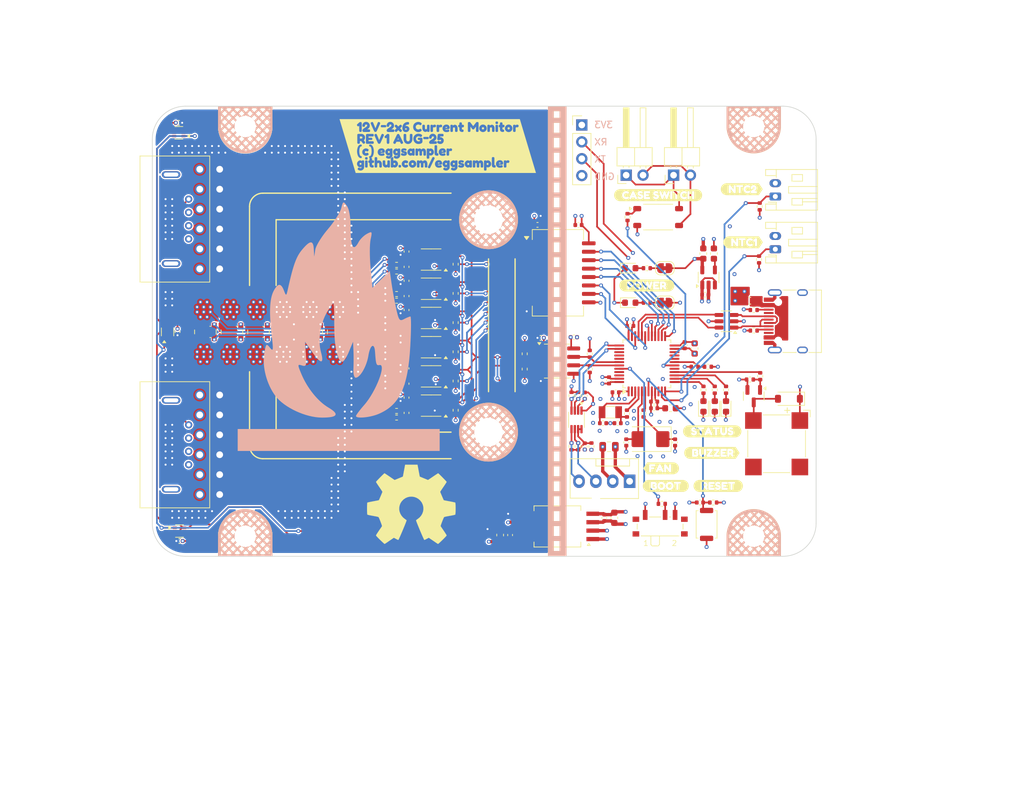
<source format=kicad_pcb>
(kicad_pcb (version 20241229) (generator "pcbnew") (generator_version "9.0")
  (title_block (title "12V-2x6 Current Monitor") (date "2025-08-12") (rev "1"))
  (layers (0 "F.Cu" signal) (4 "In1.Cu" signal) (6 "In2.Cu" signal) (8 "In3.Cu" signal) (10 "In4.Cu" signal) (2 "B.Cu" signal) (13 "F.Paste" user) (15 "B.Paste" user) (5 "F.SilkS" user "F.Silkscreen") (7 "B.SilkS" user "B.Silkscreen") (1 "F.Mask" user) (3 "B.Mask" user) (25 "Edge.Cuts" user))
  (net 0 "")
  (net 1 "Net-(U1-Vin+)")
  (net 2 "Net-(U1-Vin-)")
  (net 3 "Net-(U2-Vin+)")
  (net 4 "Net-(U2-Vin-)")
  (net 5 "Net-(U3-Vin+)")
  (net 6 "Net-(U3-Vin-)")
  (net 7 "Net-(U4-Vin+)")
  (net 8 "Net-(U4-Vin-)")
  (net 9 "Net-(U5-Vin-)")
  (net 10 "Net-(U5-Vin+)")
  (net 11 "Net-(U6-Vin+)")
  (net 12 "Net-(U6-Vin-)")
  (net 13 "GND")
  (net 14 "/Input Output/BUZZER")
  (net 15 "/Input Output/NTC1")
  (net 16 "/Input Output/NTC2")
  (net 17 "+3.3V")
  (net 18 "Net-(U7-VDDA)")
  (net 19 "/Input Output/RESET")
  (net 22 "Net-(J3-CC2)")
  (net 23 "Net-(J3-CC1)")
  (net 24 "/12V-2x6 Connectors/S3")
  (net 25 "Net-(SW2-B)")
  (net 26 "Net-(C22-Pad2)")
  (net 27 "Net-(U7-PD1)")
  (net 28 "Net-(C24-Pad2)")
  (net 29 "Net-(U7-PC15)")
  (net 31 "Net-(U7-PC14)")
  (net 34 "/Input Output/LED_RED")
  (net 37 "/Alert Isolation/ALERT_OUT2")
  (net 40 "Net-(U7-PD0)")
  (net 41 "/Alert Isolation/ALERT_OUT3")
  (net 42 "/Input Output/VERSION")
  (net 44 "Net-(J3-D+-PadA6)")
  (net 45 "Net-(J3-D--PadA7)")
  (net 46 "/Alert Isolation/ALERT_OUT5")
  (net 47 "/Microcontroller/DM")
  (net 49 "+5VP")
  (net 50 "GND1")
  (net 51 "/Microcontroller/DP")
  (net 52 "/Alert Isolation/ALERT_OUT1")
  (net 53 "+5V")
  (net 54 "Net-(D1-A)")
  (net 55 "Net-(D2-A)")
  (net 56 "/Input Output/LED_GREEN")
  (net 57 "Net-(D3-A)")
  (net 58 "/Input Output/LED_BLUE")
  (net 59 "/Input Output/CASE_SW")
  (net 60 "Net-(J4-Pin_1)")
  (net 61 "Net-(J4-Pin_2)")
  (net 62 "Net-(R38-Pad2)")
  (net 63 "/Alert Isolation/ALERT_OUT6")
  (net 65 "/Alert Isolation/ALERT_OUT4")
  (net 67 "/I2C Isolation/SCL2")
  (net 68 "/I2C Isolation/SDA2")
  (net 69 "/Alert Isolation/ALERT_IN6")
  (net 70 "/Alert Isolation/ALERT_IN3")
  (net 71 "/Alert Isolation/ALERT_IN4")
  (net 72 "/Alert Isolation/ALERT_IN5")
  (net 73 "/Alert Isolation/ALERT_IN1")
  (net 74 "/Alert Isolation/ALERT_IN2")
  (net 75 "/12V-2x6 Connectors/12V_IN4")
  (net 76 "/12V-2x6 Connectors/12V_IN3")
  (net 77 "/12V-2x6 Connectors/12V_IN5")
  (net 78 "/12V-2x6 Connectors/S1")
  (net 79 "/12V-2x6 Connectors/S2")
  (net 80 "/12V-2x6 Connectors/12V_IN2")
  (net 81 "/12V-2x6 Connectors/S4")
  (net 82 "/12V-2x6 Connectors/12V_IN1")
  (net 83 "/12V-2x6 Connectors/12V_IN6")
  (net 84 "/12V-2x6 Connectors/12V_OUT5")
  (net 85 "/12V-2x6 Connectors/12V_OUT6")
  (net 86 "/12V-2x6 Connectors/12V_OUT4")
  (net 87 "/12V-2x6 Connectors/12V_OUT1")
  (net 88 "/12V-2x6 Connectors/12V_OUT3")
  (net 89 "/12V-2x6 Connectors/12V_OUT2")
  (net 90 "/Input Output/BOOT")
  (net 91 "/Current Sensing/CurrentSense1/IN-")
  (net 92 "/Current Sensing/CurrentSense1/IN+")
  (net 93 "/Current Sensing/CurrentSense2/IN+")
  (net 94 "/Current Sensing/CurrentSense2/IN-")
  (net 95 "/Current Sensing/CurrentSense3/IN+")
  (net 96 "/Current Sensing/CurrentSense3/IN-")
  (net 97 "/Current Sensing/CurrentSense4/IN+")
  (net 98 "/Current Sensing/CurrentSense4/IN-")
  (net 99 "/Current Sensing/CurrentSense5/IN+")
  (net 100 "/Current Sensing/CurrentSense5/IN-")
  (net 101 "/Current Sensing/CurrentSense6/IN+")
  (net 102 "/Current Sensing/CurrentSense6/IN-")
  (net 103 "/Current Sensing/SCL1")
  (net 104 "/Current Sensing/SDA1")
  (net 105 "Net-(U13-BP)")
  (net 106 "Net-(D4-A)")
  (net 107 "Net-(JP1-B)")
  (net 108 "/USB/VBUS")
  (net 109 "Net-(M2-Tacho)")
  (net 110 "Net-(M2-PWM)")
  (net 111 "/Input Output/FAN_TACHO")
  (net 112 "/Input Output/FAN_PWM")
  (net 113 "/Input Output/VREF2")
  (net 114 "Net-(D5-A)")
  (net 115 "Net-(JP2-B)")
  (net 116 "Net-(BZ1--)")
  (net 117 "Net-(Q1-G)")
  (net 118 "/Input Output/TX")
  (net 119 "/Input Output/RX")
  (footprint "Resistor_SMD:R_0402_1005Metric" (layer "F.Cu") (at 93.7 75.4 -90)
    (property "Reference" "R13" (hide yes))
    (property "Value" "10k")
  )
  (footprint "Symbol:OSHW-Symbol_13.4x12mm_SilkScreen" (layer "F.Cu") (at 87 94)
    (property "Reference" "SYM1" (hide yes))
    (property "Value" "Logo_Open_Hardware_Large" (hide yes))
  )
  (footprint "Resistor_SMD:R_0402_1005Metric" (layer "F.Cu") (at 132.728035 76.719739 -90)
    (property "Reference" "R34" (hide yes))
    (property "Value" "1k")
  )
  (footprint "Capacitor_SMD:C_0402_1005Metric" (layer "F.Cu") (at 101.9 98.6 90)
    (property "Reference" "C27" (hide yes))
    (property "Value" "0.1u")
  )
  (footprint "Resistor_SMD:R_0402_1005Metric" (layer "F.Cu") (at 84.8 72.1)
    (property "Reference" "R14" (hide yes))
    (property "Value" "10R")
  )
  (footprint "Capacitor_SMD:C_0402_1005Metric" (layer "F.Cu") (at 130.5 93.7 180)
    (property "Reference" "C20" (hide yes))
    (property "Value" "0.1u")
  )
  (footprint "Capacitor_SMD:C_0402_1005Metric" (layer "F.Cu") (at 51.8 68 -90)
    (property "Reference" "C40" (hide yes))
    (property "Value" "0.1u")
  )
  (footprint "Connector_JST:JST_PH_S2B-PH-K_1x02_P2.00mm_Horizontal" (layer "F.Cu") (at 141.85 47.6 90)
    (property "Reference" "J7" (hide yes))
    (property "Value" "S2B-PH-K 1x02 P2")
  )
  (footprint "Package_SO:VSSOP-10_3x3mm_P0.5mm" (layer "F.Cu") (at 90 65.9 180)
    (property "Reference" "U4" (hide yes))
    (property "Value" "INA238")
  )
  (footprint "Capacitor_SMD:C_0402_1005Metric" (layer "F.Cu") (at 86.3 69.1 -90)
    (property "Reference" "C5" (hide yes))
    (property "Value" "0.1u")
  )
  (footprint "Capacitor_SMD:C_0603_1608Metric" (layer "F.Cu") (at 132.6 56.2 90)
    (property "Reference" "C34" (hide yes))
    (property "Value" "470p")
  )
  (footprint "Capacitor_SMD:C_0402_1005Metric" (layer "F.Cu") (at 106.5 68.9 180)
    (property "Reference" "C29" (hide yes))
    (property "Value" "0.1u")
  )
  (footprint "Resistor_SMD:R_0402_1005Metric" (layer "F.Cu") (at 112.15 85.25 -90)
    (property "Reference" "R42" (hide yes))
    (property "Value" "2.2k")
  )
  (footprint "kibuzzard-68974EFC" (layer "F.Cu") (at 125.35 91.2)
    (property "Reference" "kibuzzard-68974EFC" (hide yes))
    (property "Value" "G***" (hide yes))
  )
  (footprint "Resistor_SMD:R_0402_1005Metric" (layer "F.Cu") (at 93.7 79.8 -90)
    (property "Reference" "R10" (hide yes))
    (property "Value" "10k")
  )
  (footprint "Resistor_SMD:R_0402_1005Metric" (layer "F.Cu") (at 84.8 79.9)
    (property "Reference" "R9" (hide yes))
    (property "Value" "10R")
  )
  (footprint "Capacitor_SMD:C_0402_1005Metric" (layer "F.Cu") (at 86.3 73.5 -90)
    (property "Reference" "C3" (hide yes))
    (property "Value" "0.1u")
  )
  (footprint "Capacitor_SMD:C_0402_1005Metric" (layer "F.Cu") (at 86.3 64.7 -90)
    (property "Reference" "C9" (hide yes))
    (property "Value" "0.1u")
  )
  (footprint "Resistor_SMD:R_0402_1005Metric" (layer "F.Cu") (at 84.8 71.1)
    (property "Reference" "R15" (hide yes))
    (property "Value" "10R")
  )
  (footprint "Diode_SMD:D_SOD-123" (layer "F.Cu") (at 143.9 78.075 180)
    (property "Reference" "D6" (hide yes))
    (property "Value" "1N4148W")
  )
  (footprint "Capacitor_SMD:C_0402_1005Metric" (layer "F.Cu") (at 86.3 60.3 -90)
    (property "Reference" "C7" (hide yes))
    (property "Value" "0.1u")
  )
  (footprint "Package_TO_SOT_SMD:SOT-563" (layer "F.Cu") (at 52.1 98)
    (property "Reference" "U17" (hide yes))
    (property "Value" "TMP102xxDRL")
  )
  (footprint "Resistor_SMD:R_0402_1005Metric" (layer "F.Cu") (at 84.8 57.9)
    (property "Reference" "R24" (hide yes))
    (property "Value" "10R")
  )
  (footprint "Resistor_SMD:R_Shunt_Vishay_WSKW0612" (layer "F.Cu") (at 56 68)
    (property "Reference" "R6" (hide yes))
    (property "Value" "3m")
  )
  (footprint "MountingHole:MountingHole_3.2mm_M3" (layer "F.Cu") (at 138.6 98.78 180)
    (property "Reference" "H4" (hide yes))
    (property "Value" "M3")
  )
  (footprint "Resistor_SMD:R_0402_1005Metric" (layer "F.Cu") (at 138.025 75.175)
    (property "Reference" "R51" (hide yes))
    (property "Value" "100k")
  )
  (footprint "MountingHole:MountingHole_3.2mm_M3" (layer "F.Cu") (at 62 37.06)
    (property "Reference" "H2" (hide yes))
    (property "Value" "M3")
  )
  (footprint "kibuzzard-68980501" (layer "F.Cu") (at 124.65 88.55)
    (property "Reference" "kibuzzard-68980501" (hide yes))
    (property "Value" "G***" (hide yes))
  )
  (footprint "Resistor_SMD:R_0402_1005Metric" (layer "F.Cu") (at 113.9 73.6 -90)
    (property "Reference" "R31" (hide yes))
    (property "Value" "5.1k")
  )
  (footprint "Connector:FanPinHeader_1x04_P2.54mm_Vertical" (layer "F.Cu") (at 119.9 90.5 180)
    (property "Reference" "M2" (hide yes))
    (property "Value" "470531000")
  )
  (footprint "Jumper:SolderJumper-2_P1.3mm_Bridged_RoundedPad1.0x1.5mm" (layer "F.Cu") (at 125.2 58.4 180)
    (property "Reference" "JP2" (hide yes))
    (property "Value" "SolderJumper_2_Bridged")
  )
  (footprint "Capacitor_SMD:C_0402_1005Metric" (layer "F.Cu") (at 116.1 96 90)
    (property "Reference" "C26" (hide yes))
    (property "Value" "0.1u")
  )
  (footprint "Package_TO_SOT_SMD:SOT-23-5" (layer "F.Cu") (at 131.8 59.8 90)
    (property "Reference" "U13" (hide yes))
    (property "Value" "MIC5219-3.3YM5")
  )
  (footprint "Resistor_SMD:R_Shunt_Vishay_WSKW0612" (layer "F.Cu") (at 68 68)
    (property "Reference" "R3" (hide yes))
    (property "Value" "3m")
  )
  (footprint "Package_SO:SOIC-8_3.9x4.9mm_P1.27mm" (layer "F.Cu") (at 109 72.4)
    (property "Reference" "U11" (hide yes))
    (property "Value" "ISO1540")
  )
  (footprint "Resistor_SMD:R_0402_1005Metric" (layer "F.Cu") (at 84.8 63.3)
    (property "Reference" "R20" (hide yes))
    (property "Value" "10R")
  )
  (footprint "Resistor_SMD:R_0402_1005Metric" (layer "F.Cu") (at 104.1 73.6 -90)
    (property "Reference" "R36" (hide yes))
    (property "Value" "5.1k")
  )
  (footprint "LED_SMD:LED_0603_1608Metric" (layer "F.Cu") (at 120 58.4)
    (property "Reference" "D5" (hide yes))
    (property "Value" "PURPLE")
  )
  (footprint "Resistor_SMD:R_0402_1005Metric" (layer "F.Cu") (at 111.15 77.6 90)
    (property "Reference" "R45" (hide yes))
    (property "Value" "2.2k")
  )
  (footprint "Resistor_SMD:R_Shunt_Vishay_WSKW0612" (layer "F.Cu") (at 72 68)
    (property "Reference" "R2" (hide yes))
    (property "Value" "3m")
  )
  (footprint "Package_TO_SOT_SMD:SOT-563" (layer "F.Cu") (at 50.3 68 90)
    (property "Reference" "U16" (hide yes))
    (property "Value" "TMP102xxDRL")
  )
  (footprint "Resistor_SMD:R_0402_1005Metric" (layer "F.Cu") (at 112.15 77.6 90)
    (property "Reference" "R44" (hide yes))
    (property "Value" "2.2k")
  )
  (footprint "Resistor_SMD:R_0402_1005Metric" (layer "F.Cu") (at 139.5 49.1 -90)
    (property "Reference" "R40" (hide yes))
    (property "Value" "10k")
  )
  (footprint "Capacitor_SMD:C_0402_1005Metric" (layer "F.Cu") (at 120 67.1)
    (property "Reference" "C15" (hide yes))
    (property "Value" "0.1u")
  )
  (footprint "Resistor_SMD:R_0402_1005Metric" (layer "F.Cu") (at 84.8 76.5)
    (property "Reference" "R11" (hide yes))
    (property "Value" "10R")
  )
  (footprint "Resistor_SMD:R_0402_1005Metric" (layer "F.Cu") (at 113.9 71.3 90)
    (property "Reference" "R32" (hide yes))
    (property "Value" "5.1k")
  )
  (footprint "Crystal:Crystal_SMD_3215-2Pin_3.2x1.5mm" (layer "F.Cu") (at 117 80.1)
    (property "Reference" "Y2" (hide yes))
    (property "Value" "32.768k FC-135 12.5pF")
  )
  (footprint "Resistor_SMD:R_0402_1005Metric" (layer "F.Cu") (at 131.028035 76.719739 -90)
    (property "Reference" "R35" (hide yes))
    (property "Value" "1k")
  )
  (footprint "Capacitor_SMD:C_0402_1005Metric" (layer "F.Cu") (at 113.15 85.25 -90)
    (property "Reference" "C36" (hide yes))
    (property "Value" "0.1u")
  )
  (footprint "LED_SMD:LED_0603_1608Metric" (layer "F.Cu") (at 134.428035 79.219739 90)
    (property "Reference" "D1" (hide yes))
    (property "Value" "RED")
  )
  (footprint "Connector_PinHeader_2.54mm:PinHeader_1x04_P2.54mm_Vertical" (layer "F.Cu") (at 112.7 36.83)
    (property "Reference" "J8" (hide yes))
    (property "Value" "Conn_01x04")
  )
  (footprint "Connector_JST:JST_PH_S2B-PH-K_1x02_P2.00mm_Horizontal" (layer "F.Cu") (at 141.85 55.55 90)
    (property "Reference" "J6" (hide yes))
    (property "Value" "S2B-PH-K 1x02 P2")
  )
  (footprint "Resistor_SMD:R_0402_1005Metric" (layer "F.Cu") (at 131.7 73.25)
    (property "Reference" "R48" (hide yes))
    (property "Value" "1k")
  )
  (footprint "Capacitor_SMD:C_0603_1608Metric" (layer "F.Cu") (at 117.6 96 90)
    (property "Reference" "C25" (hide yes))
    (property "Value" "10u")
  )
  (footprint "Capacitor_SMD:C_0402_1005Metric" (layer "F.Cu") (at 86.3 77.9 -90)
    (property "Reference" "C1" (hide yes))
    (property "Value" "0.1u")
  )
  (footprint "Capacitor_SMD:C_0402_1005Metric" (layer "F.Cu") (at 86.3 62.6 90)
    (property "Reference" "C10" (hide yes))
    (property "Value" "0.1u")
  )
  (footprint "Package_SO:VSSOP-8_2.3x2mm_P0.5mm" (layer "F.Cu") (at 111.9 81.25 -90)
    (property "Reference" "U14" (hide yes))
    (property "Value" "PCA9306")
  )
  (footprint "Capacitor_SMD:C_0402_1005Metric" (layer "F.Cu") (at 131.3 62.4)
    (property "Reference" "C33" (hide yes))
    (property "Value" "1u")
  )
  (footprint "Capacitor_SMD:C_0402_1005Metric" (layer "F.Cu") (at 119.4 84.65 90)
    (property "Reference" "C21" (hide yes))
    (property "Value" "33p")
  )
  (footprint "Resistor_SMD:R_0402_1005Metric" (layer "F.Cu") (at 122 80.3 90)
    (property "Reference" "R27" (hide yes))
    (property "Value" "0")
  )
  (footprint "Resistor_SMD:R_0402_1005Metric" (layer "F.Cu") (at 104.1 71.3 90)
    (property "Reference" "R37" (hide yes))
    (property "Value" "5.1k")
  )
  (footprint "kibuzzard-6896FD1A" (layer "F.Cu") (at 136.8 46.5)
    (property "Reference" "kibuzzard-6896FD1A" (hide yes))
    (property "Value" "G***" (hide yes))
  )
  (footprint "Resistor_SMD:R_0402_1005Metric" (layer "F.Cu") (at 84.8 66.7)
    (property "Reference" "R18" (hide yes))
    (property "Value" "10R")
  )
  (footprint "Capacitor_SMD:C_0402_1005Metric" (layer "F.Cu") (at 118.1 81.75)
    (property "Reference" "C24" (hide yes))
    (property "Value" "22p")
  )
  (footprint "Resistor_SMD:R_0402_1005Metric" (layer "F.Cu") (at 119.5 80.3 90)
    (property "Reference" "R28" (hide yes))
    (property "Value" "0")
  )
  (footprint "Resistor_SMD:R_0402_1005Metric" (layer "F.Cu") (at 93.7 71 -90)
    (property "Reference" "R16" (hide yes))
    (property "Value" "10k")
  )
  (footprint "Capacitor_SMD:C_0402_1005Metric" (layer "F.Cu") (at 117.8 77.1 180)
    (property "Reference" "C13" (hide yes))
    (property "Value" "0.1u")
  )
  (footprint "Connector_PinHeader_2.54mm:PinHeader_1x02_P2.54mm_Horizontal" (layer "F.Cu") (at 119.385 44.385 90)
    (property "Reference" "J4" (hide yes))
    (property "Value" "PH 1x02 2.54")
  )
  (footprint "Capacitor_SMD:C_0402_1005Metric" (layer "F.Cu") (at 123.6 79.5 180)
    (property "Reference" "C18" (hide yes))
    (property "Value" "1u")
  )
  (footprint "Button_Switch_SMD:SW_Push_SPST_NO_Alps_SKRK" (layer "F.Cu") (at 131.5 97 90)
    (property "Reference" "SW1" (hide yes))
    (property "Value" "SKRK")
  )
  (footprint "Resistor_SMD:R_Shunt_Vishay_WSKW0612" (layer "F.Cu") (at 60 68)
    (property "Reference" "R5" (hide yes))
    (property "Value" "3m")
  )
  (footprint "Package_SO:Toshiba_SOIC-4-6_4.4x3.6mm_P1.27mm" (layer "F.Cu") (at 124.2 50.7)
    (property "Reference" "U9" (hide yes))
    (property "Value" "TLP175A")
  )
  (footprint "12v-2x6:10164279-001LF" (layer "F.Cu") (at 55.15 58.5 -90)
    (property "Reference" "J2" (hide yes))
    (property "Value" "10164279-124121LF")
  )
  (footprint "LED_SMD:LED_0603_1608Metric" (layer "F.Cu") (at 131.028035 79.219739 90)
    (property "Reference" "D3" (hide yes))
    (property "Value" "BLUE")
  )
  (footprint "Package_TO_SOT_SMD:SOT-23" (layer "F.Cu") (at 138.6 77.675 -90)
    (property "Reference" "Q1" (hide yes))
    (property "Value" "AO3400A")
  )
  (footprint "Capacitor_SMD:C_0402_1005Metric" (layer "F.Cu") (at 86.3 71.4 90)
    (property "Reference" "C6" (hide yes))
    (property "Value" "0.1u")
  )
  (footprint "MountingHole:MountingHole_4.3mm_M4" (layer "F.Cu") (at 98.65 83.1)
    (property "Reference" "H5" (hide yes))
    (property "Value" "M4")
  )
  (footprint "Capacitor_SMD:C_0402_1005Metric" (layer "F.Cu") (at 112.2 51.9 180)
    (property "Reference" "C32" (hide yes))
    (property "Value" "0.1u")
  )
  (footprint "Resistor_SMD:R_0402_1005Metric" (layer "F.Cu") (at 84.8 80.9)
    (property "Reference" "R8" (hide yes))
    (property "Value" "10R")
  )
  (footprint "kibuzzard-689AF453" (layer "F.Cu") (at 91 40)
    (property "Reference" "kibuzzard-689AF453" (hide yes))
    (property "Value" "G***" (hide yes))
  )
  (footprint "Resistor_SMD:R_0402_1005Metric" (layer "F.Cu") (at 93.7 57.8 -90)
    (property "Reference" "R25" (hide yes))
    (property "Value" "10k")
  )
  (footprint "Resistor_SMD:R_0402_1005Metric" (layer "F.Cu") (at 129.7 73.25)
    (property "Reference" "R49" (hide yes))
    (property "Value" "10k")
  )
  (footprint "MountingHole:MountingHole_3.2mm_M3" (layer "F.Cu") (at 138.6 37.06)
    (property "Reference" "H3" (hide yes))
    (property "Value" "M3")
  )
  (footprint "Capacitor_SMD:C_0402_1005Metric" (layer "F.Cu") (at 86.3 58.2 90)
    (property "Reference" "C12" (hide yes))
    (property "Value" "0.1u")
  )
  (footprint "Resistor_SMD:R_0402_1005Metric" (layer "F.Cu") (at 119.5875 50.7 90)
    (property "Reference" "R38" (hide yes))
    (property "Value" "220R")
  )
  (footprint "Package_SO:SOIC-16W_7.5x12.8mm_P1.27mm" (layer "F.Cu") (at 109.1 59.1)
    (property "Reference" "U12" (hide yes))
    (property "Value" "ADuM260N")
  )
  (footprint "Capacitor_SMD:C_0603_1608Metric" (layer "F.Cu") (at 100.4 98.6 90)
    (property "Reference" "C28" (hide yes))
    (property "Value" "10u")
  )
  (footprint "kibuzzard-68974FED" (layer "F.Cu") (at 124.2 47.4)
    (property "Reference" "kibuzzard-68974FED" (hide yes))
    (property "Value" "G***" (hide yes))
  )
  (footprint "Connector_PinHeader_2.54mm:PinHeader_1x02_P2.54mm_Horizontal" (layer "F.Cu") (at 126.525 44.385 90)
    (property "Reference" "J5" (hide yes))
    (property "Value" "PH 1x02 2.54")
  )
  (footprint "kibuzzard-68974EEA" (layer "F.Cu") (at 122.5 61)
    (property "Reference" "kibuzzard-68974EEA" (hide yes))
    (property "Value" "G***" (hide yes))
  )
  (footprint "MountingHole:MountingHole_3.2mm_M3" (layer "F.Cu") (at 62 98.78 180)
    (property "Reference" "H1" (hide yes))
    (property "Value" "M3")
  )
  (footprint "Capacitor_SMD:C_0402_1005Metric" (layer "F.Cu") (at 86.3 55.9 -90)
    (property "Reference" "C11" (hide yes))
    (property "Value" "0.1u")
  )
  (footprint "Resistor_SMD:R_0402_1005Metric" (layer "F.Cu") (at 111.15 85.25 -90)
    (property "Reference" "R43" (hide yes))
    (property "Value" "2.2k")
  )
  (footprint "Package_SO:VSSOP-10_3x3mm_P0.5mm" (layer "F.Cu") (at 90 70.3 180)
    (property "Reference" "U3" (hide yes))
    (property "Value" "INA238")
  )
  (footprint "Capacitor_SMD:C_0402_1005Metric" (layer "F.Cu") (at 106.025 51.875)
    (property "Reference" "C31" (hide yes))
    (property "Value" "0.1u")
  )
  (footprint "kibuzzard-6896FD13" (layer "F.Cu") (at 137 54.5)
    (property "Reference" "kibuzzard-6896FD13" (hide yes))
    (property "Value" "G***" (hide yes))
  )
  (footprint "LED_SMD:LED_0603_1608Metric" (layer "F.Cu") (at 132.738035 79.219739 90)
    (property "Reference" "D2" (hide yes))
    (property "Value" "GREEN")
  )
  (footprint "Capacitor_SMD:C_0402_1005Metric" (layer "F.Cu") (at 86.3 75.8 90)
    (property "Reference" "C4" (hide yes))
    (property "Value" "0.1u")
  )
  (footprint "Package_SO:VSSOP-10_3x3mm_P0.5mm" (layer "F.Cu") (at 90 61.5 180)
    (property "Reference" "U5" (hide yes))
    (property "Value" "INA238")
  )
  (footprint "Package_SO:VSSOP-10_3x3mm_P0.5mm" (layer "F.Cu") (at 90 57.1 180)
    (property "Reference" "U6" (hide yes))
    (property "Value" "INA238")
  )
  (footprint "LED_SMD:LED_0603_1608Metric" (layer "F.Cu") (at 120 63.6)
    (property "Reference" "D4" (hide yes))
    (property "Value" "WHITE")
  )
  (footprint "Capacitor_SMD:C_0402_1005Metric" (layer "F.Cu") (at 52.1 99.5 180)
    (property "Reference" "C41" (hide yes))
    (property "Value" "0.1u")
  )
  (footprint "Resistor_SMD:R_0402_1005Metric" (layer "F.Cu") (at 124.75 93.9 180)
    (property "Reference" "R26" (hide yes))
    (property "Value" "10k")
  )
  (footprint "MountingHole:MountingHole_4.3mm_M4" (layer "F.Cu") (at 98.65 51.1)
    (property "Reference" "H6" (hide yes))
    (property "Value" "M4")
  )
  (footprint "Buzzer_Beeper:MagneticBuzzer_CUI_CMT-8504-100-SMT" (layer "F.Cu") (at 142.05 84.85 -90)
    (property "Reference" "BZ1" (hide yes))
    (property "Value" "MLT-8530")
  )
  (footprint "Resistor_SMD:R_0402_1005Metric" (layer "F.Cu") (at 122.5 58.4)
    (property "Reference" "R47" (hide yes))
    (property "Value" "1k")
  )
  (footprint "Resistor_SMD:R_0402_1005Metric" (layer "F.Cu") (at 138.6 67.8)
    (property "Reference" "R30" (hide yes))
    (property "Value" "5.1k")
  )
  (footprint "kibuzzard-689C047C" (layer "F.Cu") (at 132.3 86.225)
    (property "Reference" "kibuzzard-689C047C" (hide yes))
    (property "Value" "G***" (hide yes))
  )
  (footprint "Resistor_SMD:R_Shunt_Vishay_WSKW0612" (layer "F.Cu") (at 64 68)
    (property "Reference" "R4" (hide yes))
    (property "Value" "3m")
  )
  (footprint "Resistor_SMD:R_0402_1005Metric" (layer "F.Cu") (at 93.7 66.6 -90)
    (property "Reference" "R19" (hide yes))
    (property "Value" "10k")
  )
  (footprint "Resistor_SMD:R_0402_1005Metric" (layer "F.Cu") (at 84.8 62.3)
    (property "Reference" "R21" (hide yes))
    (property "Value" "10R")
  )
  (footprint "Package_TO_SOT_SMD:SOT-23-6" (layer "F.Cu") (at 134.5 66.4 180)
    (property "Reference" "U8" (hide yes))
    (property "Value" "USBLC6-2SC6")
  )
  (footprint "Button_Switch_SMD:SW_SPDT_PCM12" (layer "F.Cu") (at 124.5 97)
    (property "Reference" "SW2" (hide yes))
    (property "Value" "PCM12")
  )
  (footprint "Capacitor_SMD:C_0402_1005Metric" (layer "F.Cu") (at 52 36.5)
    (property "Reference" "C39" (hide yes))
    (property "Value" "0.1u")
  )
  (footprint "Capacitor_SMD:C_0805_2012Metric" (layer "F.Cu") (at 116.8 85.3)
    (property "Reference" "C38" (hide yes))
    (property "Value" "22u")
  )
  (footprint "kibuzzard-68974F03" (layer "F.Cu") (at 133.25 91.2)
    (property "Reference" "kibuzzard-68974F03" (hide yes))
    (property "Value" "G***" (hide yes))
  )
  (footprint "Package_SO:SSO-8_6.8x5.9mm_P1.27mm_Clearance8mm" (layer "F.Cu") (at 109 97.3 180)
    (property "Reference" "U10" (hide yes))
    (property "Value" "B0505ST8-W3")
  )
  (footprint "Capacitor_SMD:C_0603_1608Metric" (layer "F.Cu") (at 129.7 70.5 -90)
    (property "Reference" "C19" (hide yes))
    (property "Value" "10u")
  )
  (footprint "Resistor_SMD:R_0402_1005Metric" (layer "F.Cu") (at 84.8 75.5)
    (property "Reference" "R12" (hide yes))
    (property "Value" "10R")
  )
  (footprint "Package_SO:VSSOP-10_3x3mm_P0.5mm" (layer "F.Cu") (at 90 79.1 180)
    (property "Reference" "U1" (hide yes))
    (property "Value" "INA238")
  )
  (footprint "Resistor_SMD:R_0402_1005Metric" (layer "F.Cu") (at 132.5 93.7)
    (property "Reference" "R7" (hide yes))
    (property "Value" "10k")
  )
  (footprint "Inductor_SMD:L_0603_1608Metric" (layer "F.Cu") (at 138 63.3 180)
    (property "Reference" "FB2" (hide yes))
    (property "Value" "FerriteBead_Small")
  )
  (footprint "Package_QFP:LQFP-48_7x7mm_P0.5mm" (layer "F.Cu") (at 122.5 72.8 90)
    (property "Reference" "U7" (hide yes))
    (property "Value" "STM32F103C8Tx")
  )
  (footprint "Jumper:SolderJumper-2_P1.3mm_Bridged_RoundedPad1.0x1.5mm" (layer "F.Cu") (at 125.2 63.6 180)
    (property "Reference" "JP1" (hide yes))
    (property "Value" "SolderJumper_2_Bridged")
  )
  (footprint "12v-2x6:10164279-001LF" (layer "F.Cu") (at 55.15 92.5 -90)
    (property "Reference" "J1" (hide yes))
    (property "Value" "10164279-124121LF")
  )
  (footprint "Resistor_SMD:R_0402_1005Metric" (layer "F.Cu") (at 84.8 58.9)
    (property "Reference" "R23" (hide yes))
    (property "Value" "10R")
  )
  (footprint "Resistor_SMD:R_0402_1005Metric" (layer "F.Cu") (at 93.7 62.2 -90)
    (property "Reference" "R22" (hide yes))
    (property "Value" "10k")
  )
  (footprint "Capacitor_SMD:C_0402_1005Metric" (layer "F.Cu") (at 128.2 70 -90)
    (property "Reference" "C16" (hide yes))
    (property "Value" "0.1u")
  )
  (footprint "Resistor_SMD:R_0402_1005Metric" (layer "F.Cu") (at 114.15 85.25 -90)
    (property "Reference" "R46" (hide yes))
    (property "Value" "200k")
  )
  (footprint "Resistor_SMD:R_0402_1005Metric" (layer "F.Cu") (at 134.428035 76.719739 -90)
    (property "Reference" "R33" (hide yes))
    (property "Value" "1k")
  )
  (footprint "Resistor_SMD:R_0402_1005Metric" (layer "F.Cu") (at 138.6 64.7 180)
    (property "Reference" "R29" (hide yes))
    (property "Value" "5.1k")
  )
  (footprint "Capacitor_SMD:C_0603_1608Metric" (layer "F.Cu") (at 131 56.2 90)
    (property "Reference" "C35" (hide yes))
    (property "Value" "10u")
  )
  (footprint "Capacitor_SMD:C_0402_1005Metric" (layer "F.Cu") (at 116.8 75.3 90)
    (property "Reference" "C14" (hide yes))
    (property "Value" "0.1u")
  )
  (footprint "Resistor_SMD:R_Shunt_Vishay_WSKW0612" (layer "F.Cu") (at 76 68)
    (property "Reference" "R1" (hide yes))
    (property "Value" "3m")
  )
  (footprint "Crystal:Crystal_SMD_5032-2Pin_5.0x3.2mm" (layer "F.Cu") (at 123.05 84.15 180)
    (property "Reference" "Y1" (hide yes))
    (property "Value" "8M YSX530GA 20pF")
  )
  (footprint "Capacitor_SMD:C_0402_1005Metric" (layer "F.Cu") (at 115.9 81.75 180)
    (property "Reference" "C23" (hide yes))
    (property "Value" "22p")
  )
  (footprint "Capacitor_SMD:C_0402_1005Metric" (layer "F.Cu") (at 123.6 78.5 180)
    (property "Reference" "C17" (hide yes))
    (property "Value" "0.1u")
  )
  (footprint "kibuzzard-68974F1C" (layer "F.Cu") (at 132.35 82.975)
    (property "Reference" "kibuzzard-68974F1C" (hide yes))
    (property "Value" "G***" (hide yes))
  )
  (footprint "Package_TO_SOT_SMD:SOT-563" (layer "F.Cu") (at 52 38 180)
    (property "Reference" "U15" (hide yes))
    (property "Value" "TMP102xxDRL")
  )
  (footprint "Capacitor_SMD:C_0402_1005Metric" (layer "F.Cu") (at 113.15 77.6 90)
    (property "Reference" "C37" (hide yes))
    (property "Value" "0.1u")
  )
  (footprint "Capacitor_SMD:C_0402_1005Metric" (layer "F.Cu") (at 86.3 80.2 90)
    (property "Reference" "C2" (hide yes))
    (property "Value" "0.1u")
  )
  (footprint "Inductor_SMD:L_0603_1608Metric" (layer "F.Cu") (at 126.05 79.5 180)
    (property "Reference" "FB1" (hide yes))
    (property "Value" "FerriteBead_Small")
  )
  (footprint "Package_SO:VSSOP-10_3x3mm_P0.5mm" (layer "F.Cu") (at 90 74.7 180)
    (property "Reference" "U2" (hide yes))
    (property "Value" "INA238")
  )
  (footprint "Resistor_SMD:R_0402_1005Metric" (layer "F.Cu") (at 84.8 67.7)
    (property "Reference" "R17" (hide yes))
    (property "Value" "10R")
  )
  (footprint "Resistor_SMD:R_0402_1005Metric" (layer "F.Cu") (at 139.575 74.675 90)
    (property "Reference" "R50" (hide yes))
    (property "Value" "100R")
  )
  (footprint "Resistor_SMD:R_0402_1005Metric" (layer "F.Cu") (at 122.5 63.6)
    (property "Reference" "R41" (hide yes))
    (property "Value" "2.2k")
  )
  (footprint "Capacitor_SMD:C_0402_1005Metric" (layer "F.Cu") (at 126.75 84.65 90)
    (property "Reference" "C22" (hide yes))
    (property "Value" "33p")
  )
  (footprint "Capacitor_SMD:C_0402_1005Metric" (layer "F.Cu") (at 86.3 67 90)
    (property "Reference" "C8" (hide yes))
    (property "Value" "0.1u")
  )
  (footprint "Connector_USB:USB_C_Receptacle_HRO_TYPE-C-31-M-12" (layer "F.Cu") (at 144.9 66.4 90)
    (property "Reference" "J3" (hide yes))
    (property "Value" "USB_C_Receptacle_USB2.0_16P")
  )
  (footprint "Resistor_SMD:R_0402_1005Metric" (layer "F.Cu") (at 139.4 57.09 -90)
    (property "Reference" "R39" (hide yes))
    (property "Value" "10k")
  )
  (footprint "Capacitor_SMD:C_0402_1005Metric" (layer "F.Cu") (at 111.5 68.8)
    (property "Reference" "C30" (hide yes))
    (property "Value" "0.1u")
  )
  (footprint "12v-2x6:ISO_7010_W021" (layer "B.Cu") (at 75.85 71.75 180)
    (property "Reference" "SYM2" (hide yes))
    (property "Value" "SYM_Hot_Large" (hide yes))
  )
  (gr_line (start 66.65 83.1) (end 93 83.1) (stroke (width 0.2)) (layer "F.SilkS"))
  (gr_line (start 62.65 61) (end 62.65 49.1) (stroke (width 0.2)) (layer "F.SilkS"))
  (gr_line (start 66.65 74) (end 66.65 83.1) (stroke (width 0.2)) (layer "F.SilkS"))
  (gr_arc (start 64.65 87.1) (mid 63.235786 86.514214) (end 62.65 85.1) (stroke (width 0.2)) (layer "F.SilkS"))
  (gr_line (start 98.65 77) (end 98.65 57) (stroke (width 0.2)) (layer "F.SilkS"))
  (gr_arc (start 62.65 49.1) (mid 63.235786 47.685786) (end 64.65 47.1) (stroke (width 0.2)) (layer "F.SilkS"))
  (gr_line (start 62.65 85.1) (end 62.65 74) (stroke (width 0.2)) (layer "F.SilkS"))
  (gr_line (start 64.65 47.1) (end 93 47.1) (stroke (width 0.2)) (layer "F.SilkS"))
  (gr_line (start 66.65 51.1) (end 66.65 61) (stroke (width 0.2)) (layer "F.SilkS"))
  (gr_line (start 93 51.1) (end 66.65 51.1) (stroke (width 0.2)) (layer "F.SilkS"))
  (gr_line (start 93 87.1) (end 64.65 87.1) (stroke (width 0.2)) (layer "F.SilkS"))
  (gr_line (start 102.65 57) (end 102.65 77) (stroke (width 0.2)) (layer "F.SilkS"))
  (gr_line (start 48 96.8) (end 48 39) (stroke (width 0.1)) (layer "Edge.Cuts"))
  (gr_line (start 148 39) (end 147.999711 96.853757) (stroke (width 0.1)) (layer "Edge.Cuts"))
  (gr_arc (start 53 101.8) (mid 49.464466 100.335534) (end 48 96.8) (stroke (width 0.1)) (layer "Edge.Cuts"))
  (gr_line (start 143.000289 101.8) (end 53 101.8) (stroke (width 0.1)) (layer "Edge.Cuts"))
  (gr_arc (start 143 34) (mid 146.535534 35.464466) (end 148 39) (stroke (width 0.1)) (layer "Edge.Cuts"))
  (gr_line (start 53 34) (end 143 34) (stroke (width 0.1)) (layer "Edge.Cuts"))
  (gr_arc (start 147.999711 96.85376) (mid 146.516476 100.35449) (end 143 101.8) (stroke (width 0.1)) (layer "Edge.Cuts"))
  (gr_arc (start 48 39) (mid 49.464466 35.464466) (end 53 34) (stroke (width 0.1)) (layer "Edge.Cuts"))
  (gr_text "1" (at 122.8 100.3 0) (layer "F.SilkS") (effects (font (size 0.8 0.8) (thickness 0.1)) (justify right bottom)))
  (gr_text "2" (at 126.2 100.3 0) (layer "F.SilkS") (effects (font (size 0.8 0.8) (thickness 0.1)) (justify left bottom)))
  (gr_text "TX" (at 114.5 42 0) (layer "B.SilkS") (effects (font (size 1 1)) (justify right mirror)))
  (gr_text "3V3" (at 114.5 36.8 0) (layer "B.SilkS") (effects (font (size 1 1)) (justify right mirror)))
  (gr_text "GND" (at 114.5 44.6 0) (layer "B.SilkS") (effects (font (size 1 1)) (justify right mirror)))
  (gr_text "RX" (at 114.5 39.4 0) (layer "B.SilkS") (effects (font (size 1 1)) (justify right mirror)))
  (segment (start 85.31 80.8) (end 85.31 80.9) (width 0.254) (layer "F.Cu") (net 1))
  (segment (start 87.1 80.1) (end 86.52 80.68) (width 0.254) (layer "F.Cu") (net 1))
  (segment (start 85.43 80.68) (end 85.31 80.8) (width 0.254) (layer "F.Cu") (net 1))
  (segment (start 87.8 80.1) (end 87.1 80.1) (width 0.254) (layer "F.Cu") (net 1))
  (segment (start 86.52 80.68) (end 86.3 80.68) (width 0.254) (layer "F.Cu") (net 1))
  (segment (start 86.3 80.68) (end 85.43 80.68) (width 0.254) (layer "F.Cu") (net 1))
  (segment (start 87.8 79.6) (end 86.42 79.6) (width 0.254) (layer "F.Cu") (net 2))
  (segment (start 85.31 79.8) (end 85.31 79.9) (width 0.254) (layer "F.Cu") (net 2))
  (segment (start 86.42 79.6) (end 86.3 79.72) (width 0.254) (layer "F.Cu") (net 2))
  (segment (start 85.39 79.72) (end 85.31 79.8) (width 0.254) (layer "F.Cu") (net 2))
  (segment (start 86.3 79.72) (end 85.39 79.72) (width 0.254) (layer "F.Cu") (net 2))
  (segment (start 87.8 75.69) (end 87.11 75.69) (width 0.254) (layer "F.Cu") (net 3))
  (segment (start 87.11 75.69) (end 86.52 76.28) (width 0.254) (layer "F.Cu") (net 3))
  (segment (start 86.52 76.28) (end 85.42 76.28) (width 0.254) (layer "F.Cu") (net 3))
  (segment (start 85.42 76.28) (end 85.31 76.39) (width 0.254) (layer "F.Cu") (net 3))
  (segment (start 87.8 75.19) (end 86.42 75.19) (width 0.254) (layer "F.Cu") (net 4))
  (segment (start 86.29 75.32) (end 85.38 75.32) (width 0.254) (layer "F.Cu") (net 4))
  (segment (start 85.38 75.32) (end 85.31 75.39) (width 0.254) (layer "F.Cu") (net 4))
  (segment (start 86.42 75.19) (end 86.29 75.32) (width 0.254) (layer "F.Cu") (net 4))
  (segment (start 87.11 71.29) (end 86.52 71.88) (width 0.254) (layer "F.Cu") (net 5))
  (segment (start 87.8 71.29) (end 87.11 71.29) (width 0.254) (layer "F.Cu") (net 5))
  (segment (start 85.42 71.88) (end 85.31 71.99) (width 0.254) (layer "F.Cu") (net 5))
  (segment (start 86.52 71.88) (end 85.42 71.88) (width 0.254) (layer "F.Cu") (net 5))
  (segment (start 86.42 70.79) (end 86.3 70.91) (width 0.254) (layer "F.Cu") (net 6))
  (segment (start 87.8 70.79) (end 86.42 70.79) (width 0.254) (layer "F.Cu") (net 6))
  (segment (start 85.39 70.91) (end 85.31 70.99) (width 0.254) (layer "F.Cu") (net 6))
  (segment (start 86.3 70.91) (end 85.39 70.91) (width 0.254) (layer "F.Cu") (net 6))
  (segment (start 87.11 66.89) (end 86.52 67.48) (width 0.254) (layer "F.Cu") (net 7))
  (segment (start 85.31 67.48) (end 85.31 67.7) (width 0.254) (layer "F.Cu") (net 7))
  (segment (start 87.8 66.89) (end 87.11 66.89) (width 0.254) (layer "F.Cu") (net 7))
  (segment (start 86.52 67.48) (end 85.31 67.48) (width 0.254) (layer "F.Cu") (net 7))
  (segment (start 87.8 66.39) (end 86.42 66.39) (width 0.254) (layer "F.Cu") (net 8))
  (segment (start 86.42 66.39) (end 86.29 66.52) (width 0.254) (layer "F.Cu") (net 8))
  (segment (start 85.49 66.52) (end 85.31 66.7) (width 0.254) (layer "F.Cu") (net 8))
  (segment (start 86.29 66.52) (end 85.49 66.52) (width 0.254) (layer "F.Cu") (net 8))
  (segment (start 86.3 62.11) (end 85.39 62.11) (width 0.254) (layer "F.Cu") (net 9))
  (segment (start 86.42 61.99) (end 86.3 62.11) (width 0.254) (layer "F.Cu") (net 9))
  (segment (start 87.8 61.99) (end 86.42 61.99) (width 0.254) (layer "F.Cu") (net 9))
  (segment (start 85.39 62.11) (end 85.31 62.19) (width 0.254) (layer "F.Cu") (net 9))
  (segment (start 86.3 63.08) (end 85.31 63.08) (width 0.254) (layer "F.Cu") (net 10))
  (segment (start 86.47 63.08) (end 86.3 63.08) (width 0.254) (layer "F.Cu") (net 10))
  (segment (start 87.06 62.49) (end 86.47 63.08) (width 0.254) (layer "F.Cu") (net 10))
  (segment (start 87.8 62.49) (end 87.06 62.49) (width 0.254) (layer "F.Cu") (net 10))
  (segment (start 85.31 63.08) (end 85.31 63.3) (width 0.254) (layer "F.Cu") (net 10))
  (segment (start 87.8 58.09) (end 87.11 58.09) (width 0.254) (layer "F.Cu") (net 11))
  (segment (start 85.31 58.68) (end 85.31 58.9) (width 0.254) (layer "F.Cu") (net 11))
  (segment (start 87.11 58.09) (end 86.52 58.68) (width 0.254) (layer "F.Cu") (net 11))
  (segment (start 86.52 58.68) (end 85.31 58.68) (width 0.254) (layer "F.Cu") (net 11))
  (segment (start 87.8 57.59) (end 86.42 57.59) (width 0.254) (layer "F.Cu") (net 12))
  (segment (start 86.29 57.72) (end 85.38 57.72) (width 0.254) (layer "F.Cu") (net 12))
  (segment (start 86.42 57.59) (end 86.29 57.72) (width 0.254) (layer "F.Cu") (net 12))
  (segment (start 85.38 57.72) (end 85.31 57.79) (width 0.254) (layer "F.Cu") (net 12))
  (segment (start 120.25 67.33) (end 120.48 67.1) (width 0.254) (layer "F.Cu") (net 13))
  (segment (start 113.67 77.12) (end 114.4 77.85) (width 0.254) (layer "F.Cu") (net 13))
  (segment (start 118.3375 75.05) (end 117.03 75.05) (width 0.254) (layer "F.Cu") (net 13))
  (segment (start 137.65 75.31) (end 137.515 75.175) (width 0.254) (layer "F.Cu") (net 13))
  (segment (start 117.75 85.3) (end 117.75 88.35) (width 0.5) (layer "F.Cu") (net 13))
  (segment (start 134.4 81.25) (end 134.4 80.035274) (width 0.254) (layer "F.Cu") (net 13))
  (segment (start 131 81.25) (end 131 80.035274) (width 0.254) (layer "F.Cu") (net 13))
  (segment (start 114.4 77.85) (end 114.4 78.85) (width 0.254) (layer "F.Cu") (net 13))
  (segment (start 129.7 71.275) (end 128.901 70.476) (width 0.254) (layer "F.Cu") (net 13))
  (segment (start 132.71 80.035274) (end 132.738035 80.007239) (width 0.254) (layer "F.Cu") (net 13))
  (segment (start 113.15 77.12) (end 113.67 77.12) (width 0.254) (layer "F.Cu") (net 13))
  (segment (start 117.03 75.05) (end 116.8 74.82) (width 0.254) (layer "F.Cu") (net 13))
  (segment (start 137.99 64.6) (end 137.1 64.6) (width 0.254) (layer "F.Cu") (net 13))
  (segment (start 112.65 79.85) (end 113.4 79.85) (width 0.254) (layer "F.Cu") (net 13))
  (segment (start 111.72 51.9) (end 111.72 50.53) (width 0.254) (layer "F.Cu") (net 13))
  (segment (start 123.12 79.5) (end 123.12 78.5) (width 0.254) (layer "F.Cu") (net 13))
  (segment (start 140.855 69.65) (end 141.49186 69.65) (width 0.5) (layer "F.Cu") (net 13))
  (segment (start 113.75 63.545) (end 115.445 63.545) (width 0.254) (layer "F.Cu") (net 13))
  (segment (start 111.475 75.4) (end 111.475 74.305) (width 0.254) (layer "F.Cu") (net 13))
  (segment (start 141.77 69.92814) (end 141.77 70.72) (width 0.5) (layer "F.Cu") (net 13))
  (segment (start 114.3 78.85) (end 114.25 78.9) (width 0.254) (layer "F.Cu") (net 13))
  (segment (start 128.1 70.48) (end 128.2 70.48) (width 0.254) (layer "F.Cu") (net 13))
  (segment (start 117.105 95.52) (end 116.1 95.52) (width 0.5) (layer "F.Cu") (net 13))
  (segment (start 137.515 75.175) (end 136.4 75.175) (width 0.254) (layer "F.Cu") (net 13))
  (segment (start 114.3475 99.205) (end 116.495 99.205) (width 0.5) (layer "F.Cu") (net 13))
  (segment (start 117.6 63.6) (end 117.6 60.0125) (width 0.254) (layer "F.Cu") (net 13))
  (segment (start 135.6375 66.4) (end 137.1 66.4) (width 0.254) (layer "F.Cu") (net 13))
  (segment (start 141.49186 69.65) (end 141.77 69.92814) (width 0.5) (layer "F.Cu") (net 13))
  (segment (start 119.2125 63.6) (end 117.6 63.6) (width 0.254) (layer "F.Cu") (net 13))
  (segment (start 134.4 80.035274) (end 134.428035 80.007239) (width 0.254) (layer "F.Cu") (net 13))
  (segment (start 116.8 74.82) (end 115.82 74.82) (width 0.254) (layer "F.Cu") (net 13))
  (segment (start 116.5 97.935) (end 114.3475 97.935) (width 0.5) (layer "F.Cu") (net 13))
  (segment (start 128.901 70.476) (end 128.204 70.476) (width 0.254) (layer "F.Cu") (net 13))
  (segment (start 122.25 93.95) (end 122.3 93.9) (width 0.254) (layer "F.Cu") (net 13))
  (segment (start 141.77 62.87186) (end 141.77 62.08) (width 0.5) (layer "F.Cu") (net 13))
  (segment (start 129.19 73.25) (end 128.2 73.25) (width 0.254) (layer "F.Cu") (net 13))
  (segment (start 141.49186 63.15) (end 141.77 62.87186) (width 0.5) (layer "F.Cu") (net 13))
  (segment (start 115.445 63.545) (end 115.5 63.6) (width 0.254) (layer "F.Cu") (net 13))
  (segment (start 131.78 63.38) (end 131.8 63.4) (width 0.5) (layer "F.Cu") (net 13))
  (segment (start 115.975 95.395) (end 116.1 95.52) (width 0.5) (layer "F.Cu") (net 13))
  (segment (start 119.4 85.13) (end 119.4 86.05) (width 0.254) (layer "F.Cu") (net 13))
  (segment (start 113.4 79.85) (end 114.4 78.85) (width 0.254) (layer "F.Cu") (net 13))
  (segment (start 138.09 67.8) (end 137.2 67.8) (width 0.254) (layer "F.Cu") (net 13))
  (segment (start 140.855 63.15) (end 141.49186 63.15) (width 0.5) (layer "F.Cu") (net 13))
  (segment (start 130.02 93.7) (end 128.9 93.7) (width 0.254) (layer "F.Cu") (net 13))
  (segment (start 117.75 88.35) (end 119.9 90.5) (width 0.5) (layer "F.Cu") (net 13))
  (segment (start 114.3475 95.395) (end 115.975 95.395) (width 0.5) (layer "F.Cu") (net 13))
  (segment (start 131 54) (end 131 55.425) (width 0.5) (layer "F.Cu") (net 13))
  (segment (start 117.32 78.08) (end 117.3 78.1) (width 0.254) (layer "F.Cu") (net 13))
  (segment (start 131.5 99.1) (end 131.5 100.4) (width 0.254) (layer "F.Cu") (net 13))
  (segment (start 137.65 76.7375) (end 137.65 75.31) (width 0.254) (layer "F.Cu") (net 13))
  (segment (start 117 81.75) (end 116.38 81.75) (width 0.254) (layer "F.Cu") (net 13))
  (segment (start 131.78 62.4) (end 131.78 63.38) (width 0.5) (layer "F.Cu") (net 13))
  (segment (start 123.12 78.4) (end 123.12 78.5) (width 0.254) (layer "F.Cu") (net 13))
  (segment (start 121.05 51.97) (end 121.05 53.2625) (width 0.254) (layer "F.Cu") (net 13))
  (segment (start 120.25 68.6375) (end 120.25 67.33) (width 0.254) (layer "F.Cu") (net 13))
  (segment (start 120.48 66.12) (end 120.5 66.1) (width 0.254) (layer "F.Cu") (net 13))
  (segment (start 131.8 62.38) (end 131.78 62.4) (width 0.5) (layer "F.Cu") (net 13))
  (segment (start 119.3 95.1) (end 117.525 95.1) (width 0.5) (layer "F.Cu") (net 13))
  (segment (start 131 80.035274) (end 131.028035 80.007239) (width 0.254) (layer "F.Cu") (net 13))
  (segment (start 123.25 78.27) (end 123.12 78.4) (width 0.254) (layer "F.Cu") (net 13))
  (segment (start 117.32 77.1) (end 117.32 78.08) (width 0.254) (layer "F.Cu") (net 13))
  (segment (start 120.48 67.1) (end 120.48 66.12) (width 0.254) (layer "F.Cu") (net 13))
  (segment (start 128.204 70.476) (end 128.2 70.48) (width 0.254) (layer "F.Cu") (net 13))
  (segment (start 123.25 76.9625) (end 123.25 78.27) (width 0.254) (layer "F.Cu") (net 13))
  (segment (start 123.15 80.45) (end 123.12 80.42) (width 0.254) (layer "F.Cu") (net 13))
  (segment (start 117 81.75) (end 117.62 81.75) (width 0.254) (layer "F.Cu") (net 13))
  (segment (start 117.525 95.1) (end 117.105 95.52) (width 0.5) (layer "F.Cu") (net 13))
  (segment (start 122.25 95.57) (end 122.25 93.95) (width 0.254) (layer "F.Cu") (net 13))
  (segment (start 132.6 55.425) (end 132.6 54) (width 0.254) (layer "F.Cu") (net 13))
  (segment (start 123.12 80.42) (end 123.12 79.5) (width 0.254) (layer "F.Cu") (net 13))
  (segment (start 126.6625 70.55) (end 128.03 70.55) (width 0.254) (layer "F.Cu") (net 13))
  (segment (start 116.495 99.205) (end 116.5 99.2) (width 0.5) (layer "F.Cu") (net 13))
  (segment (start 114.4 78.85) (end 114.3 78.85) (width 0.254) (layer "F.Cu") (net 13))
  (segment (start 115.82 74.82) (end 115.8 74.8) (width 0.254) (layer "F.Cu") (net 13))
  (segment (start 138.09 64.7) (end 137.99 64.6) (width 0.254) (layer "F.Cu") (net 13))
  (segment (start 121.05 53.2625) (end 121.0875 53.3) (width 0.254) (layer "F.Cu") (net 13))
  (segment (start 126.75 85.13) (end 126.75 86) (width 0.254) (layer "F.Cu") (net 13))
  (segment (start 132.71 81.25) (end 132.71 80.035274) (width 0.254) (layer "F.Cu") (net 13))
  (segment (start 131.8 60.9375) (end 131.8 62.38) (width 0.5) (layer "F.Cu") (net 13))
  (segment (start 117.6 60.0125) (end 119.2125 58.4) (width 0.254) (layer "F.Cu") (net 13))
  (segment (start 128.03 70.55) (end 128.1 70.48) (width 0.254) (layer "F.Cu") (net 13))
  (segment (start 111.72 50.53) (end 111.725 50.525) (width 0.254) (layer "F.Cu") (net 13))
  (via (at 137.1 64.6) (size 0.6) (drill 0.3) (layers "F.Cu" "B.Cu") (net 13))
  (via (at 119.4 82.95) (size 0.6) (drill 0.3) (layers "F.Cu" "B.Cu") (net 13))
  (via (at 117.6 63.6) (size 0.6) (drill 0.3) (layers "F.Cu" "B.Cu") (net 13))
  (via (at 117.75 85.3) (size 0.6) (drill 0.3) (layers "F.Cu" "B.Cu") (net 13))
  (via (at 132.6 54) (size 0.6) (drill 0.3) (layers "F.Cu" "B.Cu") (net 13))
  (via (at 132.71 81.25) (size 0.6) (drill 0.3) (layers "F.Cu" "B.Cu") (net 13))
  (via (at 116.5 97.935) (size 0.6) (drill 0.3) (layers "F.Cu" "B.Cu") (net 13))
  (via (at 114.4 80.2) (size 0.6) (drill 0.3) (layers "F.Cu" "B.Cu") (net 13))
  (via (at 128.9 93.7) (size 0.6) (drill 0.3) (layers "F.Cu" "B.Cu") (net 13))
  (via (at 131 54) (size 0.6) (drill 0.3) (layers "F.Cu" "B.Cu") (net 13))
  (via (at 129.7 71.275) (size 0.6) (drill 0.3) (layers "F.Cu" "B.Cu") (net 13))
  (via (at 111.475 75.4) (size 0.6) (drill 0.3) (layers "F.Cu" "B.Cu") (net 13))
  (via (at 126.75 86) (size 0.6) (drill 0.3) (layers "F.Cu" "B.Cu") (net 13))
  (via (at 119.3 95.1) (size 0.6) (drill 0.3) (layers "F.Cu" "B.Cu") (net 13))
  (via (at 124.95 86.75) (size 0.6) (drill 0.3) (layers "F.Cu" "B.Cu") (net 13))
  (via (at 121.1 86.7) (size 0.6) (drill 0.3) (layers "F.Cu" "B.Cu") (net 13))
  (via (at 124.4 81.55) (size 0.6) (drill 0.3) (layers "F.Cu" "B.Cu") (net 13))
  (via (at 120.55 81.05) (size 0.6) (drill 0.3) (layers "F.Cu" "B.Cu") (net 13))
  (via (at 119.4 86.05) (size 0.6) (drill 0.3) (layers "F.Cu" "B.Cu") (net 13))
  (via (at 114.4 78.85) (size 0.6) (drill 0.3) (layers "F.Cu" "B.Cu") (net 13))
  (via (at 126.05 81.55) (size 0.6) (drill 0.3) (layers "F.Cu" "B.Cu") (net 13))
  (via (at 131 81.25) (size 0.6) (drill 0.3) (layers "F.Cu" "B.Cu") (net 13))
  (via (at 120.55 79.9) (size 0.6) (drill 0.3) (layers "F.Cu" "B.Cu") (net 13))
  (via (at 115.8 74.8) (size 0.6) (drill 0.3) (layers "F.Cu" "B.Cu") (net 13))
  (via (at 114.4 81.7) (size 0.6) (drill 0.3) (layers "F.Cu" "B.Cu") (net 13))
  (via (at 117.3 78.1) (size 0.6) (drill 0.3) (layers "F.Cu" "B.Cu") (net 13))
  (via (at 131.5 100.4) (size 0.6) (drill 0.3) (layers "F.Cu" "B.Cu") (net 13))
  (via (at 137.2 67.8) (size 0.6) (drill 0.3) (layers "F.Cu" "B.Cu") (net 13))
  (via (at 115.4 82.9) (size 0.6) (drill 0.3) (layers "F.Cu" "B.Cu") (net 13))
  (via (at 121.0875 53.3) (size 0.6) (drill 0.3) (layers "F.Cu" "B.Cu") (net 13))
  (via (at 117 81.75) (size 0.6) (drill 0.3) (layers "F.Cu" "B.Cu") (net 13))
  (via (at 111.98 68.8) (size 0.6) (drill 0.3) (layers "F.Cu" "B.Cu") (net 13))
  (via (at 135.7 59.3) (size 0.6) (drill 0.3) (layers "F.Cu" "B.Cu") (net 13))
  (via (at 119.15 78.1) (size 0.6) (drill 0.3) (layers "F.Cu" "B.Cu") (net 13))
  (via (at 137.1 66.4) (size 0.6) (drill 0.3) (layers "F.Cu" "B.Cu") (net 13))
  (via (at 126.75 83.1) (size 0.6) (drill 0.3) (layers "F.Cu" "B.Cu") (net 13))
  (via (at 123.05 86.75) (size 0.6) (drill 0.3) (layers "F.Cu" "B.Cu") (net 13))
  (via (at 136.4 75.175) (size 0.6) (drill 0.3) (layers "F.Cu" "B.Cu") (net 13))
  (via (at 129.7 76.3) (size 0.6) (drill 0.3) (layers "F.Cu" "B.Cu") (net 13))
  (via (at 111.725 50.525) (size 0.6) (drill 0.3) (layers "F.Cu" "B.Cu") (net 13))
  (via (at 124.9 75.1) (size 0.6) (drill 0.3) (layers "F.Cu" "B.Cu") (net 13))
  (via (at 119.55 81.75) (size 0.6) (drill 0.3) (layers "F.Cu" "B.Cu") (net 13))
  (via (at 133 68.5) (size 0.6) (drill 0.3) (layers "F.Cu" "B.Cu") (net 13))
  (via (at 122.3 93.9) (size 0.6) (drill 0.3) (layers "F.Cu" "B.Cu") (net 13))
  (via (at 115.5 63.6) (size 0.6) (drill 0.3) (layers "F.Cu" "B.Cu") (net 13))
  (via (at 128.2 73.25) (size 0.6) (drill 0.3) (layers "F.Cu" "B.Cu") (net 13))
  (via (at 115.5 78.1) (size 0.6) (drill 0.3) (layers "F.Cu" "B.Cu") (net 13))
  (via (at 129.1 78.9) (size 0.6) (drill 0.3) (layers "F.Cu" "B.Cu") (net 13))
  (via (at 134.4 81.25) (size 0.6) (drill 0.3) (layers "F.Cu" "B.Cu") (net 13))
  (via (at 118.05 82.95) (size 0.6) (drill 0.3) (layers "F.Cu" "B.Cu") (net 13))
  (via (at 116.5 99.2) (size 0.6) (drill 0.3) (layers "F.Cu" "B.Cu") (net 13))
  (via (at 123.15 80.45) (size 0.6) (drill 0.3) (layers "F.Cu" "B.Cu") (net 13))
  (via (at 135 52.1) (size 0.6) (drill 0.3) (layers "F.Cu" "B.Cu") (net 13))
  (via (at 120.5 66.1) (size 0.6) (drill 0.3) (layers "F.Cu" "B.Cu") (net 13))
  (via (at 131.8 63.4) (size 0.6) (drill 0.3) (layers "F.Cu" "B.Cu") (net 13))
  (via (at 113.15 85.73) (size 0.6) (drill 0.3) (layers "F.Cu" "B.Cu") (net 13))
  (segment (start 139.46 74.05) (end 139.575 74.165) (width 0.254) (layer "F.Cu") (net 14))
  (segment (start 126.6625 74.05) (end 139.46 74.05) (width 0.254) (layer "F.Cu") (net 14))
  (segment (start 140.43 55.55) (end 139.4 56.58) (width 0.254) (layer "F.Cu") (net 15))
  (segment (start 141.85 55.55) (end 140.43 55.55) (width 0.254) (layer "F.Cu") (net 15))
  (segment (start 124.75 77.831824) (end 124.75 76.9625) (width 0.254) (layer "F.Cu") (net 15))
  (segment (start 125.218176 78.3) (end 124.75 77.831824) (width 0.254) (layer "F.Cu") (net 15))
  (segment (start 137.22 56.58) (end 137.2 56.6) (width 0.254) (layer "F.Cu") (net 15))
  (segment (start 139.4 56.58) (end 137.22 56.58) (width 0.254) (layer "F.Cu") (net 15))
  (segment (start 127.7 78.3) (end 125.218176 78.3) (width 0.254) (layer "F.Cu") (net 15))
  (via (at 127.7 78.3) (size 0.6) (drill 0.3) (layers "F.Cu" "B.Cu") (net 15))
  (via (at 137.2 56.6) (size 0.6) (drill 0.3) (layers "F.Cu" "B.Cu") (net 15))
  (segment (start 128.6 77.4) (end 127.7 78.3) (width 0.254) (layer "B.Cu") (net 15))
  (segment (start 134.9 69) (end 128.6 75.3) (width 0.254) (layer "B.Cu") (net 15))
  (segment (start 128.6 75.3) (end 128.6 77.4) (width 0.254) (layer "B.Cu") (net 15))
  (segment (start 134.9 58.9) (end 134.9 69) (width 0.254) (layer "B.Cu") (net 15))
  (segment (start 137.2 56.6) (end 134.9 58.9) (width 0.254) (layer "B.Cu") (net 15))
  (segment (start 127.7 77) (end 127.6625 76.9625) (width 0.254) (layer "F.Cu") (net 16))
  (segment (start 140.49 47.6) (end 139.5 48.59) (width 0.254) (layer "F.Cu") (net 16))
  (segment (start 127.6625 76.9625) (end 125.25 76.9625) (width 0.254) (layer "F.Cu") (net 16))
  (segment (start 139.5 48.59) (end 137.41 48.59) (width 0.254) (layer "F.Cu") (net 16))
  (segment (start 141.85 47.6) (end 140.49 47.6) (width 0.254) (layer "F.Cu") (net 16))
  (segment (start 137.41 48.59) (end 137.4 48.6) (width 0.254) (layer "F.Cu") (net 16))
  (via (at 137.4 48.6) (size 0.6) (drill 0.3) (layers "F.Cu" "B.Cu") (net 16))
  (via (at 127.7 77) (size 0.6) (drill 0.3) (layers "F.Cu" "B.Cu") (net 16))
  (segment (start 127.7 75.2) (end 127.7 77) (width 0.254) (layer "B.Cu") (net 16))
  (segment (start 134.2 51.8) (end 134.2 68.7) (width 0.254) (layer "B.Cu") (net 16))
  (segment (start 134.2 68.7) (end 127.7 75.2) (width 0.254) (layer "B.Cu") (net 16))
  (segment (start 137.4 48.6) (end 134.2 51.8) (width 0.254) (layer "B.Cu") (net 16))
  (segment (start 139.4 57.6) (end 139.4 58.7) (width 0.254) (layer "F.Cu") (net 17))
  (segment (start 118.28 78.08) (end 118.3 78.1) (width 0.254) (layer "F.Cu") (net 17))
  (segment (start 126.8375 79.5) (end 128.1 79.5) (width 0.254) (layer "F.Cu") (net 17))
  (segment (start 125.85 58.4) (end 128.3 58.4) (width 0.254) (layer "F.Cu") (net 17))
  (segment (start 132.21 73.25) (end 133.2 73.25) (width 0.254) (layer "F.Cu") (net 17))
  (segment (start 126.6625 70.05) (end 127.5 70.05) (width 0.254) (layer "F.Cu") (net 17))
  (segment (start 116.8 75.78) (end 115.82 75.78) (width 0.254) (layer "F.Cu") (net 17))
  (segment (start 112.15 79.85) (end 112.15 79.15) (width 0.254) (layer "F.Cu") (net 17))
  (segment (start 119.75 76.9625) (end 118.4175 76.9625) (width 0.254) (layer "F.Cu") (net 17))
  (segment (start 118.28 77.1) (end 118.28 78.08) (width 0.254) (layer "F.Cu") (net 17))
  (segment (start 128.3 58.4) (end 129.7 57) (width 0.254) (layer "F.Cu") (net 17))
  (segment (start 130.85 58.6625) (end 130.85 57.125) (width 0.5) (layer "F.Cu") (net 17))
  (segment (start 129.7 69.725) (end 129.495 69.52) (width 0.254) (layer "F.Cu") (net 17))
  (segment (start 119.75 68.6375) (end 119.75 67.33) (width 0.254) (layer "F.Cu") (net 17))
  (segment (start 113.15 78.15) (end 113.15 78.08) (width 0.254) (layer "F.Cu") (net 17))
  (segment (start 128.03 69.52) (end 128.2 69.52) (width 0.254) (layer "F.Cu") (net 17))
  (segment (start 126.75 93.95) (end 126.8 93.9) (width 0.254) (layer "F.Cu") (net 17))
  (segment (start 112.15 77.09) (end 111.15 77.09) (width 0.254) (layer "F.Cu") (net 17))
  (segment (start 129.725 56.975) (end 129.7 57) (width 0.5) (layer "F.Cu") (net 17))
  (segment (start 118.4175 76.9625) (end 118.28 77.1) (width 0.254) (layer "F.Cu") (net 17))
  (segment (start 127.5 70.05) (end 128.03 69.52) (width 0.254) (layer "F.Cu") (net 17))
  (segment (start 115.82 75.78) (end 115.8 75.8) (width 0.254) (layer "F.Cu") (net 17))
  (segment (start 118.45 76.93) (end 118.28 77.1) (width 0.254) (layer "F.Cu") (net 17))
  (segment (start 133.01 93.7) (end 134.1 93.7) (width 0.254) (layer "F.Cu") (net 17))
  (segment (start 119.75 67.33) (end 119.52 67.1) (width 0.254) (layer "F.Cu") (net 17))
  (segment (start 112.15 79.15) (end 113.15 78.15) (width 0.254) (layer "F.Cu") (net 17))
  (segment (start 129.495 69.52) (end 128.2 69.52) (width 0.254) (layer "F.Cu") (net 17))
  (segment (start 139.5 49.61) (end 139.5 50.8) (width 0.254) (layer "F.Cu") (net 17))
  (segment (start 118.3375 75.55) (end 117.03 75.55) (width 0.254) (layer "F.Cu") (net 17))
  (segment (start 117.03 75.55) (end 116.8 75.78) (width 0.254) (layer "F.Cu") (net 17))
  (segment (start 131 56.975) (end 129.725 56.975) (width 0.5) (layer "F.Cu") (net 17))
  (segment (start 119.52 67.1) (end 119.52 66.12) (width 0.254) (layer "F.Cu") (net 17))
  (segment (start 111.15 77.09) (end 111.15 76.2) (width 0.254) (layer "F.Cu") (net 17))
  (segment (start 119.52 66.12) (end 119.5 66.1) (width 0.254) (layer "F.Cu") (net 17))
  (segment (start 126.75 95.57) (end 126.75 93.95) (width 0.254) (layer "F.Cu") (net 17))
  (segment (start 130.85 57.125) (end 131 56.975) (width 0.5) (layer "F.Cu") (net 17))
  (via (at 119.5 66.1) (size 0.6) (drill 0.3) (layers "F.Cu" "B.Cu") (net 17))
  (via (at 126.8 93.9) (size 0.6) (drill 0.3) (layers "F.Cu" "B.Cu") (net 17))
  (via (at 113.15 78.08) (size 0.6) (drill 0.3) (layers "F.Cu" "B.Cu") (net 17))
  (via (at 128.1 79.5) (size 0.6) (drill 0.3) (layers "F.Cu" "B.Cu") (net 17))
  (via (at 118.3 78.1) (size 0.6) (drill 0.3) (layers "F.Cu" "B.Cu") (net 17))
  (via (at 139.4 58.7) (size 0.6) (drill 0.3) (layers "F.Cu" "B.Cu") (net 17))
  (via (at 139.5 50.8) (size 0.6) (drill 0.3) (layers "F.Cu" "B.Cu") (net 17))
  (via (at 111.15 76.2) (size 0.6) (drill 0.3) (layers "F.Cu" "B.Cu") (net 17))
  (via (at 129.7 69.725) (size 0.6) (drill 0.3) (layers "F.Cu" "B.Cu") (net 17))
  (via (at 115.8 75.8) (size 0.6) (drill 0.3) (layers "F.Cu" "B.Cu") (net 17))
  (via (at 134.1 93.7) (size 0.6) (drill 0.3) (layers "F.Cu" "B.Cu") (net 17))
  (via (at 129.7 57) (size 0.6) (drill 0.3) (layers "F.Cu" "B.Cu") (net 17))
  (via (at 133.2 73.25) (size 0.6) (drill 0.3) (layers "F.Cu" "B.Cu") (net 17))
  (segment (start 124.08 79.5) (end 125.2625 79.5) (width 0.254) (layer "F.Cu") (net 18))
  (segment (start 124.08 78.5) (end 124.08 79.5) (width 0.254) (layer "F.Cu") (net 18))
  (segment (start 123.75 76.9625) (end 123.75 78.17) (width 0.254) (layer "F.Cu") (net 18))
  (segment (start 123.75 78.17) (end 124.08 78.5) (width 0.254) (layer "F.Cu") (net 18))
  (segment (start 130.95 92.7) (end 130.95 93.65) (width 0.254) (layer "F.Cu") (net 19))
  (segment (start 122.75 76.9625) (end 122.75 75.25) (width 0.254) (layer "F.Cu") (net 19))
  (segment (start 130.98 94.9) (end 131.5 94.9) (width 0.254) (layer "F.Cu") (net 19))
  (segment (start 130.98 93.68) (end 130.98 93.7) (width 0.254) (layer "F.Cu") (net 19))
  (segment (start 130.98 93.7) (end 130.98 94.9) (width 0.254) (layer "F.Cu") (net 19))
  (segment (start 122.75 75.25) (end 122.7 75.2) (width 0.254) (layer "F.Cu") (net 19))
  (segment (start 130.95 93.65) (end 130.98 93.68) (width 0.254) (layer "F.Cu") (net 19))
  (segment (start 131.99 93.7) (end 130.98 93.7) (width 0.254) (layer "F.Cu") (net 19))
  (via (at 130.95 92.7) (size 0.6) (drill 0.3) (layers "F.Cu" "B.Cu") (net 19))
  (via (at 122.7 75.2) (size 0.6) (drill 0.3) (layers "F.Cu" "B.Cu") (net 19))
  (segment (start 130.95 83.45) (end 122.7 75.2) (width 0.254) (layer "B.Cu") (net 19))
  (segment (start 130.95 92.7) (end 130.95 83.45) (width 0.254) (layer "B.Cu") (net 19))
  (segment (start 139.16 64.65) (end 139.11 64.7) (width 0.254) (layer "F.Cu") (net 22))
  (segment (start 140.855 64.65) (end 139.16 64.65) (width 0.254) (layer "F.Cu") (net 22))
  (segment (start 139.26 67.65) (end 139.11 67.8) (width 0.254) (layer "F.Cu") (net 23))
  (segment (start 140.855 67.65) (end 139.26 67.65) (width 0.254) (layer "F.Cu") (net 23))
  (segment (start 125.26 93.9) (end 125.26 95.56) (width 0.254) (layer "F.Cu") (net 25))
  (segment (start 125.26 95.56) (end 125.25 95.57) (width 0.254) (layer "F.Cu") (net 25))
  (segment (start 124.9 84) (end 124.9 84.15) (width 0.254) (layer "F.Cu") (net 26))
  (segment (start 124.9 83.8) (end 124.9 84.15) (width 0.254) (layer "F.Cu") (net 26))
  (segment (start 122 80.81) (end 122 80.9) (width 0.254) (layer "F.Cu") (net 26))
  (segment (start 122 80.9) (end 124.9 83.8) (width 0.254) (layer "F.Cu") (net 26))
  (segment (start 126.73 84.15) (end 126.75 84.17) (width 0.254) (layer "F.Cu") (net 26))
  (segment (start 124.9 84.15) (end 126.73 84.15) (width 0.254) (layer "F.Cu") (net 26))
  (segment (start 122.25 79.54) (end 122.25 76.9625) (width 0.254) (layer "F.Cu") (net 27))
  (segment (start 122 79.79) (end 122.25 79.54) (width 0.254) (layer "F.Cu") (net 27))
  (segment (start 118.58 81.75) (end 118.58 80.43) (width 0.254) (layer "F.Cu") (net 28))
  (segment (start 119.4 80.81) (end 119.39 80.8) (width 0.254) (layer "F.Cu") (net 28))
  (segment (start 118.58 80.43) (end 118.25 80.1) (width 0.254) (layer "F.Cu") (net 28))
  (segment (start 118.05 80.8) (end 118.05 80.3) (width 0.254) (layer "F.Cu") (net 28))
  (segment (start 118.05 80.3) (end 118.25 80.1) (width 0.254) (layer "F.Cu") (net 28))
  (segment (start 119.39 80.8) (end 118.05 80.8) (width 0.254) (layer "F.Cu") (net 28))
  (segment (start 119.5 80.81) (end 119.4 80.81) (width 0.254) (layer "F.Cu") (net 28))
  (segment (start 119.56 79.79) (end 119.5 79.79) (width 0.254) (layer "F.Cu") (net 29))
  (segment (start 121.25 76.9625) (end 121.25 78.1) (width 0.254) (layer "F.Cu") (net 29))
  (segment (start 121.25 78.1) (end 119.56 79.79) (width 0.254) (layer "F.Cu") (net 29))
  (segment (start 115.55 79.7) (end 115.55 79.95) (width 0.254) (layer "F.Cu") (net 31))
  (segment (start 115.42 81.75) (end 115.42 80.43) (width 0.254) (layer "F.Cu") (net 31))
  (segment (start 116.45 78.8) (end 115.55 79.7) (width 0.254) (layer "F.Cu") (net 31))
  (segment (start 115.42 80.43) (end 115.75 80.1) (width 0.254) (layer "F.Cu") (net 31))
  (segment (start 115.55 79.9) (end 115.75 80.1) (width 0.254) (layer "F.Cu") (net 31))
  (segment (start 120.75 77.85) (end 119.8 78.8) (width 0.254) (layer "F.Cu") (net 31))
  (segment (start 120.75 76.9625) (end 120.75 77.85) (width 0.254) (layer "F.Cu") (net 31))
  (segment (start 119.8 78.8) (end 116.45 78.8) (width 0.254) (layer "F.Cu") (net 31))
  (segment (start 115.55 79.75) (end 115.55 79.9) (width 0.254) (layer "F.Cu") (net 31))
  (segment (start 132.768296 74.55) (end 134.428035 76.209739) (width 0.254) (layer "F.Cu") (net 34))
  (segment (start 126.6625 74.55) (end 132.768296 74.55) (width 0.254) (layer "F.Cu") (net 34))
  (segment (start 113.75 61.005) (end 115.595 61.005) (width 0.254) (layer "F.Cu") (net 37))
  (segment (start 122.25 68.6375) (end 122.25 70.4) (width 0.254) (layer "F.Cu") (net 37))
  (segment (start 115.595 61.005) (end 115.6 61) (width 0.254) (layer "F.Cu") (net 37))
  (via (at 115.6 61) (size 0.6) (drill 0.3) (layers "F.Cu" "B.Cu") (net 37))
  (via (at 122.25 70.4) (size 0.6) (drill 0.3) (layers "F.Cu" "B.Cu") (net 37))
  (segment (start 116.9 64.65) (end 116.9 62.3) (width 0.254) (layer "B.Cu") (net 37))
  (segment (start 116.9 62.3) (end 115.6 61) (width 0.254) (layer "B.Cu") (net 37))
  (segment (start 122.25 70.4) (end 122.25 70) (width 0.254) (layer "B.Cu") (net 37))
  (segment (start 122.25 70) (end 116.9 64.65) (width 0.254) (layer "B.Cu") (net 37))
  (segment (start 121.75 76.9625) (end 121.75 78.85) (width 0.254) (layer "F.Cu") (net 40))
  (segment (start 121.75 78.85) (end 121.2 79.4) (width 0.254) (layer "F.Cu") (net 40))
  (segment (start 121.2 84.15) (end 119.42 84.15) (width 0.254) (layer "F.Cu") (net 40))
  (segment (start 121.2 79.4) (end 121.2 85.15) (width 0.254) (layer "F.Cu") (net 40))
  (segment (start 119.42 84.15) (end 119.4 84.17) (width 0.254) (layer "F.Cu") (net 40))
  (segment (start 121.25 84.1) (end 121.2 84.15) (width 0.254) (layer "F.Cu") (net 40))
  (segment (start 124.175735 66.812392) (end 123.75 67.238127) (width 0.254) (layer "F.Cu") (net 41))
  (segment (start 124.175735 66.75) (end 124.175735 66.812392) (width 0.254) (layer "F.Cu") (net 41))
  (segment (start 123.75 67.238127) (end 123.75 68.6375) (width 0.254) (layer "F.Cu") (net 41))
  (segment (start 113.75 59.735) (end 115.565 59.735) (width 0.254) (layer "F.Cu") (net 41))
  (segment (start 115.565 59.735) (end 115.6 59.7) (width 0.254) (layer "F.Cu") (net 41))
  (via (at 115.6 59.7) (size 0.6) (drill 0.3) (layers "F.Cu" "B.Cu") (net 41))
  (via (at 124.175735 66.75) (size 0.6) (drill 0.3) (layers "F.Cu" "B.Cu") (net 41))
  (segment (start 124.175735 65.425735) (end 118.45 59.7) (width 0.254) (layer "B.Cu") (net 41))
  (segment (start 118.45 59.7) (end 115.6 59.7) (width 0.254) (layer "B.Cu") (net 41))
  (segment (start 124.175735 66.75) (end 124.175735 65.425735) (width 0.254) (layer "B.Cu") (net 41))
  (segment (start 129.51 72.55) (end 126.6625 72.55) (width 0.254) (layer "F.Cu") (net 42))
  (segment (start 129.51 72.55) (end 130.21 73.25) (width 0.254) (layer "F.Cu") (net 42))
  (segment (start 131.19 73.25) (end 130.21 73.25) (width 0.254) (layer "F.Cu") (net 42))
  (segment (start 140.855 65.65) (end 141.832 65.65) (width 0.254) (layer "F.Cu") (net 44))
  (segment (start 140.855 65.65) (end 136.9 65.65) (width 0.254) (layer "F.Cu") (net 44))
  (segment (start 141.85 66.65) (end 140.855 66.65) (width 0.254) (layer "F.Cu") (net 44))
  (segment (start 136.9 65.65) (end 136.7 65.45) (width 0.254) (layer "F.Cu") (net 44))
  (segment (start 142.1 65.918) (end 142.1 66.4) (width 0.254) (layer "F.Cu") (net 44))
  (segment (start 142.1 66.4) (end 141.85 66.65) (width 0.254) (layer "F.Cu") (net 44))
  (segment (start 136.7 65.45) (end 135.6375 65.45) (width 0.254) (layer "F.Cu") (net 44))
  (segment (start 141.832 65.65) (end 142.1 65.918) (width 0.254) (layer "F.Cu") (net 44))
  (segment (start 139.6 67.15) (end 140.855 67.15) (width 0.254) (layer "F.Cu") (net 45))
  (segment (start 140.855 66.15) (end 139.878 66.15) (width 0.254) (layer "F.Cu") (net 45))
  (segment (start 139.6 66.428) (end 139.6 67.15) (width 0.254) (layer "F.Cu") (net 45))
  (segment (start 139.878 66.15) (end 139.6 66.428) (width 0.254) (layer "F.Cu") (net 45))
  (segment (start 135.6375 67.35) (end 136.7 67.35) (width 0.254) (layer "F.Cu") (net 45))
  (segment (start 136.9 67.15) (end 139.6 67.15) (width 0.254) (layer "F.Cu") (net 45))
  (segment (start 136.7 67.35) (end 136.9 67.15) (width 0.254) (layer "F.Cu") (net 45))
  (segment (start 115.595 57.195) (end 115.6 57.2) (width 0.254) (layer "F.Cu") (net 46))
  (segment (start 125.049 67.501) (end 124.75 67.8) (width 0.254) (layer "F.Cu") (net 46))
  (segment (start 125.8 67) (end 125.299 67.501) (width 0.254) (layer "F.Cu") (net 46))
  (segment (start 124.75 67.8) (end 124.75 68.6375) (width 0.254) (layer "F.Cu") (net 46))
  (segment (start 113.75 57.195) (end 115.595 57.195) (width 0.254) (layer "F.Cu") (net 46))
  (segment (start 125.8 66.9) (end 125.8 67) (width 0.254) (layer "F.Cu") (net 46))
  (segment (start 125.299 67.501) (end 125.049 67.501) (width 0.254) (layer "F.Cu") (net 46))
  (via (at 125.8 66.9) (size 0.6) (drill 0.3) (layers "F.Cu" "B.Cu") (net 46))
  (via (at 115.6 57.2) (size 0.6) (drill 0.3) (layers "F.Cu" "B.Cu") (net 46))
  (segment (start 125.8 65.4) (end 125.8 66.9) (width 0.254) (layer "B.Cu") (net 46))
  (segment (start 115.6 57.2) (end 117.6 57.2) (width 0.254) (layer "B.Cu") (net 46))
  (segment (start 117.6 57.2) (end 125.8 65.4) (width 0.254) (layer "B.Cu") (net 46))
  (segment (start 122.549 65.851) (end 130.251 65.851) (width 0.254) (layer "F.Cu") (net 47))
  (segment (start 121.75 68.6375) (end 121.75 66.65) (width 0.254) (layer "F.Cu") (net 47))
  (segment (start 130.251 65.851) (end 131.75 67.35) (width 0.254) (layer "F.Cu") (net 47))
  (segment (start 131.75 67.35) (end 133.3625 67.35) (width 0.254) (layer "F.Cu") (net 47))
  (segment (start 121.75 66.65) (end 122.549 65.851) (width 0.254) (layer "F.Cu") (net 47))
  (segment (start 85.42 55.41) (end 85.4 55.39) (width 0.254) (layer "F.Cu") (net 49))
  (segment (start 86.3 72.91) (end 85.42 72.91) (width 0.254) (layer "F.Cu") (net 49))
  (segment (start 106.98 70.495) (end 106.525 70.495) (width 0.254) (layer "F.Cu") (net 49))
  (segment (start 104.1 74.11) (end 104.1 75.4) (width 0.254) (layer "F.Cu") (net 49))
  (segment (start 103.6525 96.665) (end 101.635 96.665) (width 0.5) (layer "F.Cu") (net 49))
  (segment (start 87.09 64.89) (end 86.41 64.21) (width 0.254) (layer "F.Cu") (net 49))
  (segment (start 50.52 36.8) (end 50.82 36.5) (width 0.254) (layer "F.Cu") (net 49))
  (segment (start 90.8 62) (end 90.5 62.3) (width 0.254) (layer "F.Cu") (net 49))
  (segment (start 85.42 68.61) (end 85.4 68.59) (width 0.254) (layer "F.Cu") (net 49))
  (segment (start 53.3 99.5) (end 52.58 99.5) (width 0.254) (layer "F.Cu") (net 49))
  (segment (start 87.8 60.49) (end 87.09 60.49) (width 0.254) (layer "F.Cu") (net 49))
  (segment (start 51.8 66.82) (end 51.8 67.54) (width 0.254) (layer "F.Cu") (net 49))
  (segment (start 86.41 73.01) (end 86.3 73.01) (width 0.254) (layer "F.Cu") (net 49))
  (segment (start 50.82 36.5) (end 51.54 36.5) (width 0.254) (layer "F.Cu") (net 49))
  (segment (start 90.7 62.5) (end 90.5 62.3) (width 0.254) (layer "F.Cu") (net 49))
  (segment (start 93.7 80.31) (end 93.7 81.3) (width 0.254) (layer "F.Cu") (net 49))
  (segment (start 53.6 99.2) (end 53.3 99.5) (width 0.254) (layer "F.Cu") (net 49))
  (segment (start 87.09 69.29) (end 86.41 68.61) (width 0.254) (layer "F.Cu") (net 49))
  (segment (start 87.8 64.89) (end 87.09 64.89) (width 0.254) (layer "F.Cu") (net 49))
  (segment (start 92.2 62) (end 90.8 62) (width 0.254) (layer "F.Cu") (net 49))
  (segment (start 103.6525 99.205) (end 102.025 99.205) (width 0.5) (layer "F.Cu") (net 49))
  (segment (start 50.3 66.82) (end 50.6 66.52) (width 0.254) (layer "F.Cu") (net 49))
  (segment (start 86.41 68.61) (end 85.42 68.61) (width 0.254) (layer "F.Cu") (net 49))
  (segment (start 87.8 78.1) (end 87.1 78.1) (width 0.254) (layer "F.Cu") (net 49))
  (segment (start 85.42 77.42) (end 85.4 77.4) (width 0.254) (layer "F.Cu") (net 49))
  (segment (start 53.6 98.3) (end 53.6 99.2) (width 0.254) (layer "F.Cu") (net 49))
  (segment (start 93.7 58.3) (end 93.7 59.29) (width 0.254) (layer "F.Cu") (net 49))
  (segment (start 50.52 37.7) (end 50.52 36.8) (width 0.254) (layer "F.Cu") (net 49))
  (segment (start 87.8 69.29) (end 87.09 69.29) (width 0.254) (layer "F.Cu") (net 49))
  (segment (start 92.2 75.2) (end 90.8 75.2) (width 0.254) (layer "F.Cu") (net 49))
  (segment (start 104.45 52.97) (end 105.545 51.875) (width 0.254) (layer "F.Cu") (net 49))
  (segment (start 87.09 56.09) (end 86.41 55.41) (width 0.254) (layer "F.Cu") (net 49))
  (segment (start 85.42 72.91) (end 85.4 72.89) (width 0.254) (layer "F.Cu") (net 49))
  (segment (start 102.025 99.205) (end 101.9 99.08) (width 0.5) (layer "F.Cu") (net 49))
  (segment (start 104.45 54.655) (end 104.45 52.97) (width 0.254) (layer "F.Cu") (net 49))
  (segment (start 85.42 59.81) (end 85.4 59.79) (width 0.254) (layer "F.Cu") (net 49))
  (segment (start 105.545 50.53) (end 105.55 50.525) (width 0.254) (layer "F.Cu") (net 49))
  (segment (start 100.895 99.08) (end 101.9 99.08) (width 0.5) (layer "F.Cu") (net 49))
  (segment (start 105.545 51.875) (end 105.545 50.53) (width 0.254) (layer "F.Cu") (net 49))
  (segment (start 106.98 68.9) (end 106.98 70.495) (width 0.254) (layer "F.Cu") (net 49))
  (segment (start 86.41 55.41) (end 85.42 55.41) (width 0.254) (layer "F.Cu") (net 49))
  (segment (start 98.7 99.6) (end 100.375 99.6) (width 0.5) (layer "F.Cu") (net 49))
  (segment (start 86.41 64.21) (end 85.42 64.21) (width 0.254) (layer "F.Cu") (net 49))
  (segment (start 92.2 62.5) (end 90.7 62.5) (width 0.254) (layer "F.Cu") (net 49))
  (segment (start 51.2875 37.5) (end 51.2875 38) (width 0.254) (layer "F.Cu") (net 49))
  (segment (start 52.8125 98) (end 53.3 98) (width 0.254) (layer "F.Cu") (net 49))
  (segment (start 86.3 77.42) (end 85.42 77.42) (width 0.254) (layer "F.Cu") (net 49))
  (segment (start 53.3 98) (end 53.6 98.3) (width 0.254) (layer "F.Cu") (net 49))
  (segment (start 51.5 66.52) (end 51.8 66.82) (width 0.254) (layer "F.Cu") (net 49))
  (segment (start 86.41 59.81) (end 85.42 59.81) (width 0.254) (layer "F.Cu") (net 49))
  (segment (start 101.635 96.665) (end 101.6 96.7) (width 0.5) (layer "F.Cu") (net 49))
  (segment (start 50.82 38) (end 50.52 37.7) (width 0.254) (layer "F.Cu") (net 49))
  (segment (start 93.7 75.9) (end 93.7 76.89) (width 0.254) (layer "F.Cu") (net 49))
  (segment (start 92.2 66.9) (end 90.7 66.9) (width 0.254) (layer "F.Cu") (net 49))
  (segment (start 104.1 70.79) (end 104.1 68.9) (width 0.254) (layer "F.Cu") (net 49))
  (segment (start 93.7 71.5) (end 93.7 72.49) (width 0.254) (layer "F.Cu") (net 49))
  (segment (start 86.42 77.42) (end 86.3 77.42) (width 0.254) (layer "F.Cu") (net 49))
  (segment (start 87.09 73.69) (end 86.41 73.01) (width 0.254) (layer "F.Cu") (net 49))
  (segment (start 87.09 60.49) (end 86.41 59.81) (width 0.254) (layer "F.Cu") (net 49))
  (segment (start 50.3 67.3075) (end 50.3 66.82) (width 0.254) (layer "F.Cu") (net 49))
  (segment (start 93.7 62.7) (end 93.7 63.69) (width 0.254) (layer "F.Cu") (net 49))
  (segment (start 87.8 73.69) (end 87.09 73.69) (width 0.254) (layer "F.Cu") (net 49))
  (segment (start 93.7 67.1) (end 93.7 68.09) (width 0.254) (layer "F.Cu") (net 49))
  (segment (start 100.375 99.6) (end 100.895 99.08) (width 0.5) (layer "F.Cu") (net 49))
  (segment (start 51.3075 38) (end 50.82 38) (width 0.254) (layer "F.Cu") (net 49))
  (segment (start 50.6 66.52) (end 51.5 66.52) (width 0.254) (layer "F.Cu") (net 49))
  (segment (start 92.2 58.1) (end 90.5 58.1) (width 0.254) (layer "F.Cu") (net 49))
  (segment (start 87.1 78.1) (end 86.42 77.42) (width 0.254) (layer "F.Cu") (net 49))
  (segment (start 90.8 75.2) (end 90.7 75.1) (width 0.254) (layer "F.Cu") (net 49))
  (segment (start 87.8 56.09) (end 87.09 56.09) (width 0.254) (layer "F.Cu") (net 49))
  (segment (start 85.42 64.21) (end 85.4 64.19) (width 0.254) (layer "F.Cu") (net 49))
  (segment (start 90.7 66.9) (end 90.6 67) (width 0.254) (layer "F.Cu") (net 49))
  (via (at 105.55 50.525) (size 0.6) (drill 0.3) (layers "F.Cu" "B.Cu") (net 49))
  (via (at 85.4 77.4) (size 0.6) (drill 0.3) (layers "F.Cu" "B.Cu") (net 49))
  (via (at 85.4 59.79) (size 0.6) (drill 0.3) (layers "F.Cu" "B.Cu") (net 49))
  (via (at 52.58 99.5) (size 0.6) (drill 0.3) (layers "F.Cu" "B.Cu") (net 49))
  (via (at 85.4 68.59) (size 0.6) (drill 0.3) (layers "F.Cu" "B.Cu") (net 49))
  (via (at 93.7 68.09) (size 0.6) (drill 0.3) (layers "F.Cu" "B.Cu") (net 49))
  (via (at 93.7 63.69) (size 0.6) (drill 0.3) (layers "F.Cu" "B.Cu") (net 49))
  (via (at 104.1 75.4) (size 0.6) (drill 0.3) (layers "F.Cu" "B.Cu") (net 49))
  (via (at 93.7 81.3) (size 0.6) (drill 0.3) (layers "F.Cu" "B.Cu") (net 49))
  (via (at 90.5 62.3) (size 0.6) (drill 0.3) (layers "F.Cu" "B.Cu") (net 49))
  (via (at 90.6 67) (size 0.6) (drill 0.3) (layers "F.Cu" "B.Cu") (net 49))
  (via (at 51.8 67.54) (size 0.6) (drill 0.3) (layers "F.Cu" "B.Cu") (net 49))
  (via (at 93.7 76.89) (size 0.6) (drill 0.3) (layers "F.Cu" "B.Cu") (net 49))
  (via (at 98.7 99.6) (size 0.6) (drill 0.3) (layers "F.Cu" "B.Cu") (net 49))
  (via (at 85.4 72.99) (size 0.6) (drill 0.3) (layers "F.Cu" "B.Cu") (net 49))
  (via (at 101.6 96.7) (size 0.6) (drill 0.3) (layers "F.Cu" "B.Cu") (net 49))
  (via (at 51.54 36.5) (size 0.6) (drill 0.3) (layers "F.Cu" "B.Cu") (net 49))
  (via (at 85.4 64.19) (size 0.6) (drill 0.3) (layers "F.Cu" "B.Cu") (net 49))
  (via (at 90.5 58.1) (size 0.6) (drill 0.3) (layers "F.Cu" "B.Cu") (net 49))
  (via (at 90.7 75.1) (size 0.6) (drill 0.3) (layers "F.Cu" "B.Cu") (net 49))
  (via (at 106.98 68.9) (size 0.6) (drill 0.3) (layers "F.Cu" "B.Cu") (net 49))
  (via (at 93.7 72.49) (size 0.6) (drill 0.3) (layers "F.Cu" "B.Cu") (net 49))
  (via (at 104.1 68.9) (size 0.6) (drill 0.3) (layers "F.Cu" "B.Cu") (net 49))
  (via (at 85.4 55.39) (size 0.6) (drill 0.3) (layers "F.Cu" "B.Cu") (net 49))
  (via (at 93.7 59.29) (size 0.6) (drill 0.3) (layers "F.Cu" "B.Cu") (net 49))
  (segment (start 50.9 99.5) (end 51.62 99.5) (width 0.254) (layer "F.Cu") (net 50))
  (segment (start 52.7325 38) (end 53.27 38) (width 0.254) (layer "F.Cu") (net 50))
  (segment (start 50.8 67.7) (end 50.8 67.2875) (width 0.254) (layer "F.Cu") (net 50))
  (segment (start 85.42 73.97) (end 85.4 73.99) (width 0.254) (layer "F.Cu") (net 50))
  (segment (start 50.3 68.7325) (end 50.3 69.27) (width 0.254) (layer "F.Cu") (net 50))
  (segment (start 53.52 36.8) (end 53.22 36.5) (width 0.254) (layer "F.Cu") (net 50))
  (segment (start 51.8 69.22) (end 51.8 68.5) (width 0.254) (layer "F.Cu") (net 50))
  (segment (start 86.52 69.79) (end 86.3 69.57) (width 0.254) (layer "F.Cu") (net 50))
  (segment (start 102.085 97.935) (end 101.9 98.12) (width 0.5) (layer "F.Cu") (net 50))
  (segment (start 87.8 74.19) (end 86.52 74.19) (width 0.254) (layer "F.Cu") (net 50))
  (segment (start 85.42 56.37) (end 85.4 56.39) (width 0.254) (layer "F.Cu") (net 50))
  (segment (start 103.6525 95.395) (end 101.605 95.395) (width 0.5) (layer "F.Cu") (net 50))
  (segment (start 51.3875 98) (end 50.85 98) (width 0.254) (layer "F.Cu") (net 50))
  (segment (start 104.4 63.595) (end 104.45 63.545) (width 0.254) (layer "F.Cu") (net 50))
  (segment (start 86.3 78.38) (end 85.42 78.38) (width 0.254) (layer "F.Cu") (net 50))
  (segment (start 86.3 56.37) (end 85.42 56.37) (width 0.254) (layer "F.Cu") (net 50))
  (segment (start 100.895 98.12) (end 101.9 98.12) (width 0.5) (layer "F.Cu") (net 50))
  (segment (start 53.27 38) (end 53.52 37.75) (width 0.254) (layer "F.Cu") (net 50))
  (segment (start 53.52 37.75) (end 53.52 36.8) (width 0.254) (layer "F.Cu") (net 50))
  (segment (start 90.55 79.85) (end 90.8 79.6) (width 0.254) (layer "F.Cu") (net 50))
  (segment (start 90.8 66.4) (end 90.6 66.2) (width 0.254) (layer "F.Cu") (net 50))
  (segment (start 86.3 60.77) (end 85.42 60.77) (width 0.254) (layer "F.Cu") (net 50))
  (segment (start 87.8 65.39) (end 86.52 65.39) (width 0.254) (layer "F.Cu") (net 50))
  (segment (start 50.3 69.27) (end 50.55 69.52) (width 0.254) (layer "F.Cu") (net 50))
  (segment (start 53.22 36.5) (end 52.5 36.5) (width 0.254) (layer "F.Cu") (net 50))
  (segment (start 50.55 69.52) (end 51.5 69.52) (width 0.254) (layer "F.Cu") (net 50))
  (segment (start 85.42 69.57) (end 85.4 69.59) (width 0.254) (layer "F.Cu") (net 50))
  (segment (start 90.8 79.6) (end 92.2 79.6) (width 0.254) (layer "F.Cu") (net 50))
  (segment (start 50.3 68.7125) (end 50.3 68.2) (width 0.254) (layer "F.Cu") (net 50))
  (segment (start 106.525 75.4) (end 106.525 74.305) (width 0.254) (layer "F.Cu") (net 50))
  (segment (start 90.9 75.7) (end 90.7 75.9) (width 0.254) (layer "F.Cu") (net 50))
  (segment (start 90.8 80.1) (end 92.2 80.1) (width 0.254) (layer "F.Cu") (net 50))
  (segment (start 50.3 68.2) (end 50.8 67.7) (width 0.254) (layer "F.Cu") (net 50))
  (segment (start 92.2 71.3) (end 90.8 71.3) (width 0.254) (layer "F.Cu") (net 50))
  (segment (start 86.52 74.19) (end 86.3 73.97) (width 0.254) (layer "F.Cu") (net 50))
  (segment (start 92.2 66.4) (end 90.8 66.4) (width 0.254) (layer "F.Cu") (net 50))
  (segment (start 101.605 95.395) (end 101.6 95.4) (width 0.5) (layer "F.Cu") (net 50))
  (segment (start 87.8 78.6) (end 86.52 78.6) (width 0.254) (layer "F.Cu") (net 50))
  (segment (start 92.2 75.7) (end 90.9 75.7) (width 0.254) (layer "F.Cu") (net 50))
  (segment (start 85.42 78.38) (end 85.4 78.4) (width 0.254) (layer "F.Cu") (net 50))
  (segment (start 86.52 60.99) (end 86.3 60.77) (width 0.254) (layer "F.Cu") (net 50))
  (segment (start 90.8 71.3) (end 90.6 71.5) (width 0.254) (layer "F.Cu") (net 50))
  (segment (start 104.4 64.9) (end 104.4 63.595) (width 0.254) (layer "F.Cu") (net 50))
  (segment (start 90.55 79.85) (end 90.8 80.1) (width 0.254) (layer "F.Cu") (net 50))
  (segment (start 87.8 60.99) (end 86.52 60.99) (width 0.254) (layer "F.Cu") (net 50))
  (segment (start 50.6 99.2) (end 50.9 99.5) (width 0.254) (layer "F.Cu") (net 50))
  (segment (start 50.6 98.25) (end 50.6 99.2) (width 0.254) (layer "F.Cu") (net 50))
  (segment (start 87.8 56.59) (end 86.52 56.59) (width 0.254) (layer "F.Cu") (net 50))
  (segment (start 86.52 65.39) (end 86.3 65.17) (width 0.254) (layer "F.Cu") (net 50))
  (segment (start 50.85 98) (end 50.6 98.25) (width 0.254) (layer "F.Cu") (net 50))
  (segment (start 106.505 51.875) (end 106.505 50.53) (width 0.254) (layer "F.Cu") (net 50))
  (segment (start 86.52 56.59) (end 86.3 56.37) (width 0.254) (layer "F.Cu") (net 50))
  (segment (start 85.42 65.17) (end 85.4 65.19) (width 0.254) (layer "F.Cu") (net 50))
  (segment (start 100.475 97.7) (end 100.895 98.12) (width 0.5) (layer "F.Cu") (net 50))
  (segment (start 86.52 78.6) (end 86.3 78.38) (width 0.254) (layer "F.Cu") (net 50))
  (segment (start 106.505 50.53) (end 106.5 50.525) (width 0.254) (layer "F.Cu") (net 50))
  (segment (start 87.8 69.79) (end 86.52 69.79) (width 0.254) (layer "F.Cu") (net 50))
  (segment (start 86.3 65.17) (end 85.42 65.17) (width 0.254) (layer "F.Cu") (net 50))
  (segment (start 103.6525 97.935) (end 102.085 97.935) (width 0.5) (layer "F.Cu") (net 50))
  (segment (start 86.3 73.97) (end 85.42 73.97) (width 0.254) (layer "F.Cu") (net 50))
  (segment (start 85.42 60.77) (end 85.4 60.79) (width 0.254) (layer "F.Cu") (net 50))
  (segment (start 86.3 69.57) (end 85.42 69.57) (width 0.254) (layer "F.Cu") (net 50))
  (segment (start 51.5 69.52) (end 51.8 69.22) (width 0.254) (layer "F.Cu") (net 50))
  (segment (start 98.5 97.7) (end 100.475 97.7) (width 0.5) (layer "F.Cu") (net 50))
  (via (at 58 41) (size 0.6) (drill 0.3) (layers "F.Cu" "B.Cu") (net 50))
  (via (at 56 41) (size 0.6) (drill 0.3) (layers "F.Cu" "B.Cu") (net 50))
  (via (at 51 62) (size 0.6) (drill 0.3) (layers "F.Cu" "B.Cu") (net 50))
  (via (at 76 45) (size 0.6) (drill 0.3) (layers "F.Cu" "B.Cu") (net 50))
  (via (at 76 46) (size 0.6) (drill 0.3) (layers "F.Cu" "B.Cu") (net 50))
  (via (at 51 88) (size 0.6) (drill 0.3) (layers "F.Cu" "B.Cu") (net 50))
  (via (at 77 49) (size 0.6) (drill 0.3) (layers "F.Cu" "B.Cu") (net 50))
  (via (at 50 86) (size 0.6) (drill 0.3) (layers "F.Cu" "B.Cu") (net 50))
  (via (at 77 81) (size 0.6) (drill 0.3) (layers "F.Cu" "B.Cu") (net 50))
  (via (at 79 72) (size 0.6) (drill 0.3) (layers "F.Cu" "B.Cu") (net 50))
  (via (at 51 82) (size 0.6) (drill 0.3) (layers "F.Cu" "B.Cu") (net 50))
  (via (at 76 52) (size 0.6) (drill 0.3) (layers "F.Cu" "B.Cu") (net 50))
  (via (at 77 83) (size 0.6) (drill 0.3) (layers "F.Cu" "B.Cu") (net 50))
  (via (at 76 42) (size 0.6) (drill 0.3) (layers "F.Cu" "B.Cu") (net 50))
  (via (at 71 95) (size 0.6) (drill 0.3) (layers "F.Cu" "B.Cu") (net 50))
  (via (at 53 41) (size 0.6) (drill 0.3) (layers "F.Cu" "B.Cu") (net 50))
  (via (at 52 41) (size 0.6) (drill 0.3) (layers "F.Cu" "B.Cu") (net 50))
  (via (at 77 53) (size 0.6) (drill 0.3) (layers "F.Cu" "B.Cu") (net 50))
  (via (at 85.4 56.39) (size 0.6) (drill 0.3) (layers "F.Cu" "B.Cu") (net 50))
  (via (at 98.5 97.7) (size 0.6) (drill 0.3) (layers "F.Cu" "B.Cu") (net 50))
  (via (at 51 86) (size 0.6) (drill 0.3) (layers "F.Cu" "B.Cu") (net 50))
  (via (at 78 60) (size 0.6) (drill 0.3) (layers "F.Cu" "B.Cu") (net 50))
  (via (at 50 73) (size 0.6) (drill 0.3) (layers "F.Cu" "B.Cu") (net 50))
  (via (at 68 40) (size 0.6) (drill 0.3) (layers "F.Cu" "B.Cu") (net 50))
  (via (at 50 85) (size 0.6) (drill 0.3) (layers "F.Cu" "B.Cu") (net 50))
  (via (at 75 41) (size 0.6) (drill 0.3) (layers "F.Cu" "B.Cu") (net 50))
  (via (at 69 95) (size 0.6) (drill 0.3) (layers "F.Cu" "B.Cu") (net 50))
  (via (at 79 62) (size 0.6) (drill 0.3) (layers "F.Cu" "B.Cu") (net 50))
  (via (at 70 96) (size 0.6) (drill 0.3) (layers "F.Cu" "B.Cu") (net 50))
  (via (at 70 40) (size 0.6) (drill 0.3) (layers "F.Cu" "B.Cu") (net 50))
  (via (at 68 95) (size 0.6) (drill 0.3) (layers "F.Cu" "B.Cu") (net 50))
  (via (at 77 57) (size 0.6) (drill 0.3) (layers "F.Cu" "B.Cu") (net 50))
  (via (at 50 51) (size 0.6) (drill 0.3) (layers "F.Cu" "B.Cu") (net 50))
  (via (at 50 84) (size 0.6) (drill 0.3) (layers "F.Cu" "B.Cu") (net 50))
  (via (at 51 74) (size 0.6) (drill 0.3) (layers "F.Cu" "B.Cu") (net 50))
  (via (at 78 83) (size 0.6) (drill 0.3) (layers "F.Cu" "B.Cu") (net 50))
  (via (at 51 96) (size 0.6) (drill 0.3) (layers "F.Cu" "B.Cu") (net 50))
  (via (at 50 50) (size 0.6) (drill 0.3) (layers "F.Cu" "B.Cu") (net 50))
  (via (at 50 88) (size 0.6) (drill 0.3) (layers "F.Cu" "B.Cu") (net 50))
  (via (at 51 95) (size 0.6) (drill 0.3) (layers "F.Cu" "B.Cu") (net 50))
  (via (at 53 40) (size 0.6) (drill 0.3) (layers "F.Cu" "B.Cu") (net 50))
  (via (at 50 83) (size 0.6) (drill 0.3) (layers "F.Cu" "B.Cu") (net 50))
  (via (at 54 95) (size 0.6) (drill 0.3) (layers "F.Cu" "B.Cu") (net 50))
  (via (at 73 40) (size 0.6) (drill 0.3) (layers "F.Cu" "B.Cu") (net 50))
  (via (at 51 53) (size 0.6) (drill 0.3) (layers "F.Cu" "B.Cu") (net 50))
  (via (at 76 43) (size 0.6) (drill 0.3) (layers "F.Cu" "B.Cu") (net 50))
  (via (at 77 47) (size 0.6) (drill 0.3) (layers "F.Cu" "B.Cu") (net 50))
  (via (at 76 51) (size 0.6) (drill 0.3) (layers "F.Cu" "B.Cu") (net 50))
  (via (at 68 41) (size 0.6) (drill 0.3) (layers "F.Cu" "B.Cu") (net 50))
  (via (at 106.5 50.525) (size 0.6) (drill 0.3) (layers "F.Cu" "B.Cu") (net 50))
  (via (at 52 96) (size 0.6) (drill 0.3) (layers "F.Cu" "B.Cu") (net 50))
  (via (at 77 50) (size 0.6) (drill 0.3) (layers "F.Cu" "B.Cu") (net 50))
  (via (at 106.02 68.9) (size 0.6) (drill 0.3) (layers "F.Cu" "B.Cu") (net 50))
  (via (at 51.8 68.5) (size 0.6) (drill 0.3) (layers "F.Cu" "B.Cu") (net 50))
  (via (at 74 41) (size 0.6) (drill 0.3) (layers "F.Cu" "B.Cu") (net 50))
  (via (at 53 95) (size 0.6) (drill 0.3) (layers "F.Cu" "B.Cu") (net 50))
  (via (at 76 84) (size 0.6) (drill 0.3) (layers "F.Cu" "B.Cu") (net 50))
  (via (at 67 40) (size 0.6) (drill 0.3) (layers "F.Cu" "B.Cu") (net 50))
  (via (at 79 71) (size 0.6) (drill 0.3) (layers "F.Cu" "B.Cu") (net 50))
  (via (at 75 42) (size 0.6) (drill 0.3) (layers "F.Cu" "B.Cu") (net 50))
  (via (at 77 51) (size 0.6) (drill 0.3) (layers "F.Cu" "B.Cu") (net 50))
  (via (at 77 80) (size 0.6) (drill 0.3) (layers "F.Cu" "B.Cu") (net 50))
  (via (at 50 62) (size 0.6) (drill 0.3) (layers "F.Cu" "B.Cu") (net 50))
  (via (at 79 64.1) (size 0.6) (drill 0.3) (layers "F.Cu" "B.Cu") (net 50))
  (via (at 52 40) (size 0.6) (drill 0.3) (layers "F.Cu" "B.Cu") (net 50))
  (via (at 77 48) (size 0.6) (drill 0.3) (layers "F.Cu" "B.Cu") (net 50))
  (via (at 55 96) (size 0.6) (drill 0.3) (layers "F.Cu" "B.Cu") (net 50))
  (via (at 78 56) (size 0.6) (drill 0.3) (layers "F.Cu" "B.Cu") (net 50))
  (via (at 78 76) (size 0.6) (drill 0.3) (layers "F.Cu" "B.Cu") (net 50))
  (via (at 50 64) (size 0.6) (drill 0.3) (layers "F.Cu" "B.Cu") (net 50))
  (via (at 76 88) (size 0.6) (drill 0.3) (layers "F.Cu" "B.Cu") (net 50))
  (via (at 85.4 78.4) (size 0.6) (drill 0.3) (layers "F.Cu" "B.Cu") (net 50))
  (via (at 75 94) (size 0.6) (drill 0.3) (layers "F.Cu" "B.Cu") (net 50))
  (via (at 75 40) (size 0.6) (drill 0.3) (layers "F.Cu" "B.Cu") (net 50))
  (via (at 72 96) (size 0.6) (drill 0.3) (layers "F.Cu" "B.Cu") (net 50))
  (via (at 79 73) (size 0.6) (drill 0.3) (layers "F.Cu" "B.Cu") (net 50))
  (via (at 76 41) (size 0.6) (drill 0.3) (layers "F.Cu" "B.Cu") (net 50))
  (via (at 90.7 75.9) (size 0.6) (drill 0.3) (layers "F.Cu" "B.Cu") (net 50))
  (via (at 50 52) (size 0.6) (drill 0.3) (layers "F.Cu" "B.Cu") (net 50))
  (via (at 77 88) (size 0.6) (drill 0.3) (layers "F.Cu" "B.Cu") (net 50))
  (via (at 51 84) (size 0.6) (drill 0.3) (layers "F.Cu" "B.Cu") (net 50))
  (via (at 50 63) (size 0.6) (drill 0.3) (layers "F.Cu" "B.Cu") (net 50))
  (via (at 55 41) (size 0.6) (drill 0.3) (layers "F.Cu" "B.Cu") (net 50))
  (via (at 76 48) (size 0.6) (drill 0.3) (layers "F.Cu" "B.Cu") (net 50))
  (via (at 77 55) (size 0.6) (drill 0.3) (layers "F.Cu" "B.Cu") (net 50))
  (via (at 85.4 69.59) (size 0.6) (drill 0.3) (layers "F.Cu" "B.Cu") (net 50))
  (via (at 76 85) (size 0.6) (drill 0.3) (layers "F.Cu" "B.Cu") (net 50))
  (via (at 51 73) (size 0.6) (drill 0.3) (layers "F.Cu" "B.Cu") (net 50))
  (via (at 51 83) (size 0.6) (drill 0.3) (layers "F.Cu" "B.Cu") (net 50))
  (via (at 51 85) (size 0.6) (drill 0.3) (layers "F.Cu" "B.Cu") (net 50))
  (via (at 71 96) (size 0.6) (drill 0.3) (layers "F.Cu" "B.Cu") (net 50))
  (via (at 76 93) (size 0.6) (drill 0.3) (layers "F.Cu" "B.Cu") (net 50))
  (via (at 51 54) (size 0.6) (drill 0.3) (layers "F.Cu" "B.Cu") (net 50))
  (via (at 78 61) (size 0.6) (drill 0.3) (layers "F.Cu" "B.Cu") (net 50))
  (via (at 75 90) (size 0.6) (drill 0.3) (layers "F.Cu" "B.Cu") (net 50))
  (via (at 76 89) (size 0.6) (drill 0.3) (layers "F.Cu" "B.Cu") (net 50))
  (via (at 78 54) (size 0.6) (drill 0.3) (layers "F.Cu" "B.Cu") (net 50))
  (via (at 51 50) (size 0.6) (drill 0.3) (layers "F.Cu" "B.Cu") (net 50))
  (via (at 75 46) (size 0.6) (drill 0.3) (layers "F.Cu" "B.Cu") (net 50))
  (via (at 77 82) (size 0.6) (drill 0.3) (layers "F.Cu" "B.Cu") (net 50))
  (via (at 78 80) (size 0.6) (drill 0.3) (layers "F.Cu" "B.Cu") (net 50))
  (via (at 56 95) (size 0.6) (drill 0.3) (layers "F.Cu" "B.Cu") (net 50))
  (via (at 77 84) (size 0.6) (drill 0.3) (layers "F.Cu" "B.Cu") (net 50))
  (via (at 66 41) (size 0.6) (drill 0.3) (layers "F.Cu" "B.Cu") (net 50))
  (via (at 51 51) (size 0.6) (drill 0.3) (layers "F.Cu" "B.Cu") (net 50))
  (via (at 68 96) (size 0.6) (drill 0.3) (layers "F.Cu" "B.Cu") (net 50))
  (via (at 56 40) (size 0.6) (drill 0.3) (layers "F.Cu" "B.Cu") (net 50))
  (via (at 85.4 60.79) (size 0.6) (drill 0.3) (layers "F.Cu" "B.Cu") (net 50))
  (via (at 78 75) (size 0.6) (drill 0.3) (layers "F.Cu" "B.Cu") (net 50))
  (via (at 50 53) (size 0.6) (drill 0.3) (layers "F.Cu" "B.Cu") (net 50))
  (via (at 72 41) (size 0.6) (drill 0.3) (layers "F.Cu" "B.Cu") (net 50))
  (via (at 51 49) (size 0.6) (drill 0.3) (layers "F.Cu" "B.Cu") (net 50))
  (via (at 51 41) (size 0.6) (drill 0.3) (layers "F.Cu" "B.Cu") (net 50))
  (via (at 55 95) (size 0.6) (drill 0.3) (layers "F.Cu" "B.Cu") (net 50))
  (via (at 54 40) (size 0.6) (drill 0.3) (layers "F.Cu" "B.Cu") (net 50))
  (via (at 69 96) (size 0.6) (drill 0.3) (layers "F.Cu" "B.Cu") (net 50))
  (via (at 77 87) (size 0.6) (drill 0.3) (layers "F.Cu" "B.Cu") (net 50))
  (via (at 51.62 99.5) (size 0.6) (drill 0.3) (layers "F.Cu" "B.Cu") (net 50))
  (via (at 85.4 65.19) (size 0.6) (drill 0.3) (layers "F.Cu" "B.Cu") (net 50))
  (via (at 76 91) (size 0.6) (drill 0.3) (layers "F.Cu" "B.Cu") (net 50))
  (via (at 76 87) (size 0.6) (drill 0.3) (layers "F.Cu" "B.Cu") (net 50))
  (via (at 77 52) (size 0.6) (drill 0.3) (layers "F.Cu" "B.Cu") (net 50))
  (via (at 72 40) (size 0.6) (drill 0.3) (layers "F.Cu" "B.Cu") (net 50))
  (via (at 50 82) (size 0.6) (drill 0.3) (layers "F.Cu" "B.Cu") (net 50))
  (via (at 90.6 66.2) (size 0.6) (drill 0.3) (layers "F.Cu" "B.Cu") (net 50))
  (via (at 78 55) (size 0.6) (drill 0.3) (layers "F.Cu" "B.Cu") (net 50))
  (via (at 51 48) (size 0.6) (drill 0.3) (layers "F.Cu" "B.Cu") (net 50))
  (via (at 78 62) (size 0.6) (drill 0.3) (layers "F.Cu" "B.Cu") (net 50))
  (via (at 73 95) (size 0.6) (drill 0.3) (layers "F.Cu" "B.Cu") (net 50))
  (via (at 75 91) (size 0.6) (drill 0.3) (layers "F.Cu" "B.Cu") (net 50))
  (via (at 69 40) (size 0.6) (drill 0.3) (layers "F.Cu" "B.Cu") (net 50))
  (via (at 76 95) (size 0.6) (drill 0.3) (layers "F.Cu" "B.Cu") (net 50))
  (via (at 90.6 71.5) (size 0.6) (drill 0.3) (layers "F.Cu" "B.Cu") (net 50))
  (via (at 76 90) (size 0.6) (drill 0.3) (layers "F.Cu" "B.Cu") (net 50))
  (via (at 76 50) (size 0.6) (drill 0.3) (layers "F.Cu" "B.Cu") (net 50))
  (via (at 77 54) (size 0.6) (drill 0.3) (layers "F.Cu" "B.Cu") (net 50))
  (via (at 78 57) (size 0.6) (drill 0.3) (layers "F.Cu" "B.Cu") (net 50))
  (via (at 70 95) (size 0.6) (drill 0.3) (layers "F.Cu" "B.Cu") (net 50))
  (via (at 51 52) (size 0.6) (drill 0.3) (layers "F.Cu" "B.Cu") (net 50))
  (via (at 74 96) (size 0.6) (drill 0.3) (layers "F.Cu" "B.Cu") (net 50))
  (via (at 76 92) (size 0.6) (drill 0.3) (layers "F.Cu" "B.Cu") (net 50))
  (via (at 77 85) (size 0.6) (drill 0.3) (layers "F.Cu" "B.Cu") (net 50))
  (via (at 78 82) (size 0.6) (drill 0.3) (layers "F.Cu" "B.Cu") (net 50))
  (via (at 50 87) (size 0.6) (drill 0.3) (layers "F.Cu" "B.Cu") (net 50))
  (via (at 75 93) (size 0.6) (drill 0.3) (layers "F.Cu" "B.Cu") (net 50))
  (via (at 78 77) (size 0.6) (drill 0.3) (layers "F.Cu" "B.Cu") (net 50))
  (via (at 53 96) (size 0.6) (drill 0.3) (layers "F.Cu" "B.Cu") (net 50))
  (via (at 79 63.1) (size 0.6) (drill 0.3) (layers "F.Cu" "B.Cu") (net 50))
  (via (at 71 40) (size 0.6) (drill 0.3) (layers "F.Cu" "B.Cu") (net 50))
  (via (at 78 74) (size 0.6) (drill 0.3) (layers "F.Cu" "B.Cu") (net 50))
  (via (at 50 48) (size 0.6) (drill 0.3) (layers "F.Cu" "B.Cu") (net 50))
  (via (at 67 95) (size 0.6) (drill 0.3) (layers "F.Cu" "B.Cu") (net 50))
  (via (at 69 41) (size 0.6) (drill 0.3) (layers "F.Cu" "B.Cu") (net 50))
  (via (at 76 44) (size 0.6) (drill 0.3) (layers "F.Cu" "B.Cu") (net 50))
  (via (at 73 41) (size 0.6) (drill 0.3) (layers "F.Cu" "B.Cu") (net 50))
  (via (at 76 49) (size 0.6) (drill 0.3) (layers "F.Cu" "B.Cu") (net 50))
  (via (at 79 69.9) (size 0.6) (drill 0.3) (layers "F.Cu" "B.Cu") (net 50))
  (via (at 50 72) (size 0.6) (drill 0.3) (layers "F.Cu" "B.Cu") (net 50))
  (via (at 77 79) (size 0.6) (drill 0.3) (layers "F.Cu" "B.Cu") (net 50))
  (via (at 50 74) (size 0.6) (drill 0.3) (layers "F.Cu" "B.Cu") (net 50))
  (via (at 75 43) (size 0.6) (drill 0.3) (layers "F.Cu" "B.Cu") (net 50))
  (via (at 75 95) (size 0.6) (drill 0.3) (layers "F.Cu" "B.Cu") (net 50))
  (via (at 55 40) (size 0.6) (drill 0.3) (layers "F.Cu" "B.Cu") (net 50))
  (via (at 85.4 73.99) (size 0.6) (drill 0.3) (layers "F.Cu" "B.Cu") (net 50))
  (via (at 78 81) (size 0.6) (drill 0.3) (layers "F.Cu" "B.Cu") (net 50))
  (via (at 75 45) (size 0.6) (drill 0.3) (layers "F.Cu" "B.Cu") (net 50))
  (via (at 78 52) (size 0.6) (drill 0.3) (layers "F.Cu" "B.Cu") (net 50))
  (via (at 50 49) (size 0.6) (drill 0.3) (layers "F.Cu" "B.Cu") (net 50))
  (via (at 78 59) (size 0.6) (drill 0.3) (layers "F.Cu" "B.Cu") (net 50))
  (via (at 77 86) (size 0.6) (drill 0.3) (layers "F.Cu" "B.Cu") (net 50))
  (via (at 51 87) (size 0.6) (drill 0.3) (layers "F.Cu" "B.Cu") (net 50))
  (via (at 106.525 75.4) (size 0.6) (drill 0.3) (layers "F.Cu" "B.Cu") (net 50))
  (via (at 57 95) (size 0.6) (drill 0.3) (layers "F.Cu" "B.Cu") (net 50))
  (via (at 65 41) (size 0.6) (drill 0.3) (layers "F.Cu" "B.Cu") (net 50))
  (via (at 101.6 95.4) (size 0.6) (drill 0.3) (layers "F.Cu" "B.Cu") (net 50))
  (via (at 67 41) (size 0.6) (drill 0.3) (layers "F.Cu" "B.Cu") (net 50))
  (via (at 78 58) (size 0.6) (drill 0.3) (layers "F.Cu" "B.Cu") (net 50))
  (via (at 75 92) (size 0.6) (drill 0.3) (layers "F.Cu" "B.Cu") (net 50))
  (via (at 50 54) (size 0.6) (drill 0.3) (layers "F.Cu" "B.Cu") (net 50))
  (via (at 58 40) (size 0.6) (drill 0.3) (layers "F.Cu" "B.Cu") (net 50))
  (via (at 104.4 64.9) (size 0.6) (drill 0.3) (layers "F.Cu" "B.Cu") (net 50))
  (via (at 54 96) (size 0.6) (drill 0.3) (layers "F.Cu" "B.Cu") (net 50))
  (via (at 75 96) (size 0.6) (drill 0.3) (layers "F.Cu" "B.Cu") (net 50))
  (via (at 75 44) (size 0.6) (drill 0.3) (layers "F.Cu" "B.Cu") (net 50))
  (via (at 78 78) (size 0.6) (drill 0.3) (layers "F.Cu" "B.Cu") (net 50))
  (via (at 59 41) (size 0.6) (drill 0.3) (layers "F.Cu" "B.Cu") (net 50))
  (via (at 90.55 79.85) (size 0.6) (drill 0.3) (layers "F.Cu" "B.Cu") (net 50))
  (via (at 56 96) (size 0.6) (drill 0.3) (layers "F.Cu" "B.Cu") (net 50))
  (via (at 54 41) (size 0.6) (drill 0.3) (layers "F.Cu" "B.Cu") (net 50))
  (via (at 51 64) (size 0.6) (drill 0.3) (layers "F.Cu" "B.Cu") (net 50))
  (via (at 52.5 36.5) (size 0.6) (drill 0.3) (layers "F.Cu" "B.Cu") (net 50))
  (via (at 51 72) (size 0.6) (drill 0.3) (layers "F.Cu" "B.Cu") (net 50))
  (via (at 77 89) (size 0.6) (drill 0.3) (layers "F.Cu" "B.Cu") (net 50))
  (via (at 72 95) (size 0.6) (drill 0.3) (layers "F.Cu" "B.Cu") (net 50))
  (via (at 70 41) (size 0.6) (drill 0.3) (layers "F.Cu" "B.Cu") (net 50))
  (via (at 76 86) (size 0.6) (drill 0.3) (layers "F.Cu" "B.Cu") (net 50))
  (via (at 76 47) (size 0.6) (drill 0.3) (layers "F.Cu" "B.Cu") (net 50))
  (via (at 66 40) (size 0.6) (drill 0.3) (layers "F.Cu" "B.Cu") (net 50))
  (via (at 79 65.1) (size 0.6) (drill 0.3) (layers "F.Cu" "B.Cu") (net 50))
  (via (at 74 40) (size 0.6) (drill 0.3) (layers "F.Cu" "B.Cu") (net 50))
  (via (at 77 56) (size 0.6) (drill 0.3) (layers "F.Cu" "B.Cu") (net 50))
  (via (at 79 74) (size 0.6) (drill 0.3) (layers "F.Cu" "B.Cu") (net 50))
  (via (at 76 94) (size 0.6) (drill 0.3) (layers "F.Cu" "B.Cu") (net 50))
  (via (at 74 95) (size 0.6) (drill 0.3) (layers "F.Cu" "B.Cu") (net 50))
  (via (at 78 53) (size 0.6) (drill 0.3) (layers "F.Cu" "B.Cu") (net 50))
  (via (at 51 40) (size 0.6) (drill 0.3) (layers "F.Cu" "B.Cu") (net 50))
  (via (at 71 41) (size 0.6) (drill 0.3) (layers "F.Cu" "B.Cu") (net 50))
  (via (at 57 40) (size 0.6) (drill 0.3) (layers "F.Cu" "B.Cu") (net 50))
  (via (at 52 95) (size 0.6) (drill 0.3) (layers "F.Cu" "B.Cu") (net 50))
  (via (at 78 79) (size 0.6) (drill 0.3) (layers "F.Cu" "B.Cu") (net 50))
  (via (at 51 63) (size 0.6) (drill 0.3) (layers "F.Cu" "B.Cu") (net 50))
  (via (at 73 96) (size 0.6) (drill 0.3) (layers "F.Cu" "B.Cu") (net 50))
  (via (at 57 41) (size 0.6) (drill 0.3) (layers "F.Cu" "B.Cu") (net 50))
  (segment (start 122.304 65.396) (end 121.25 66.45) (width 0.254) (layer "F.Cu") (net 51))
  (segment (start 133.3625 65.45) (end 133.3085 65.396) (width 0.254) (layer "F.Cu") (net 51))
  (segment (start 133.3085 65.396) (end 122.304 65.396) (width 0.254) (layer "F.Cu") (net 51))
  (segment (start 121.25 66.45) (end 121.25 68.6375) (width 0.254) (layer "F.Cu") (net 51))
  (segment (start 113.75 62.275) (end 115.575 62.275) (width 0.254) (layer "F.Cu") (net 52))
  (segment (start 120.75 68.6375) (end 120.75 70.4) (width 0.254) (layer "F.Cu") (net 52))
  (segment (start 115.575 62.275) (end 115.6 62.3) (width 0.254) (layer "F.Cu") (net 52))
  (via (at 115.6 62.3) (size 0.6) (drill 0.3) (layers "F.Cu" "B.Cu") (net 52))
  (via (at 120.75 70.4) (size 0.6) (drill 0.3) (layers "F.Cu" "B.Cu") (net 52))
  (segment (start 120.75 70.4) (end 116.25 65.9) (width 0.254) (layer "B.Cu") (net 52))
  (segment (start 116.25 62.95) (end 115.6 62.3) (width 0.254) (layer "B.Cu") (net 52))
  (segment (start 116.25 65.9) (end 116.25 62.95) (width 0.254) (layer "B.Cu") (net 52))
  (segment (start 132.75 60.9375) (end 132.75 60.275001) (width 0.254) (layer "F.Cu") (net 53))
  (segment (start 112.68 50.53) (end 112.675 50.525) (width 0.254) (layer "F.Cu") (net 53))
  (segment (start 127.5 63.6) (end 125.85 63.6) (width 0.254) (layer "F.Cu") (net 53))
  (segment (start 111.1 68.88) (end 111.1 70.495) (width 0.254) (layer "F.Cu") (net 53))
  (segment (start 133.3625 66.4) (end 131.8 66.4) (width 0.254) (layer "F.Cu") (net 53))
  (segment (start 113.75 52.97) (end 112.68 51.9) (width 0.254) (layer "F.Cu") (net 53))
  (segment (start 145.575 76.25) (end 145.55 76.275) (width 0.254) (layer "F.Cu") (net 53))
  (segment (start 114.3475 96.665) (end 115.915 96.665) (width 0.5) (layer "F.Cu") (net 53))
  (segment (start 130.82 62.4) (end 130.82 63.38) (width 0.5) (layer "F.Cu") (net 53))
  (segment (start 115.915 96.665) (end 116.1 96.48) (width 0.5) (layer "F.Cu") (net 53))
  (segment (start 113.9 74.11) (end 113.9 75.4) (width 0.254) (layer "F.Cu") (net 53))
  (segment (start 111.1 70.495) (end 111.475 70.495) (width 0.254) (layer "F.Cu") (net 53))
  (segment (start 125.85 63.6) (end 125.85 63.45) (width 0.254) (layer "F.Cu") (net 53))
  (segment (start 115.85 85.3) (end 115.85 88.99) (width 0.5) (layer "F.Cu") (net 53))
  (segment (start 132.374999 59.9) (end 131.225001 59.9) (width 0.254) (layer "F.Cu") (net 53))
  (segment (start 119.3 96.95) (end 117.575 96.95) (width 0.5) (layer "F.Cu") (net 53))
  (segment (start 115.85 88.99) (end 117.36 90.5) (width 0.5) (layer "F.Cu") (net 53))
  (segment (start 145.55 76.275) (end 145.55 78.075) (width 0.254) (layer "F.Cu") (net 53))
  (segment (start 130.82 63.38) (end 130.8 63.4) (width 0.5) (layer "F.Cu") (net 53))
  (segment (start 131.225001 59.9) (end 130.85 60.275001) (width 0.254) (layer "F.Cu") (net 53))
  (segment (start 112.68 51.9) (end 112.68 50.53) (width 0.254) (layer "F.Cu") (net 53))
  (segment (start 113.9 69) (end 113.9 70.69) (width 0.254) (layer "F.Cu") (net 53))
  (segment (start 117.105 96.48) (end 116.1 96.48) (width 0.5) (layer "F.Cu") (net 53))
  (segment (start 145.55 81.35) (end 145.55 78.075) (width 0.254) (layer "F.Cu") (net 53))
  (segment (start 130.82 60.9675) (end 130.82 62.24) (width 0.5) (layer "F.Cu") (net 53))
  (segment (start 111.02 68.8) (end 111.1 68.88) (width 0.254) (layer "F.Cu") (net 53))
  (segment (start 130.82 62.24) (end 130.85 62.27) (width 0.5) (layer "F.Cu") (net 53))
  (segment (start 130.85 60.9375) (end 130.82 60.9675) (width 0.5) (layer "F.Cu") (net 53))
  (segment (start 132.75 60.275001) (end 132.374999 59.9) (width 0.254) (layer "F.Cu") (net 53))
  (segment (start 130.85 60.275001) (end 130.85 60.9375) (width 0.254) (layer "F.Cu") (net 53))
  (segment (start 113.75 54.655) (end 113.75 52.97) (width 0.254) (layer "F.Cu") (net 53))
  (segment (start 117.575 96.95) (end 117.105 96.48) (width 0.5) (layer "F.Cu") (net 53))
  (via (at 135.8 63.3) (size 0.6) (drill 0.3) (layers "F.Cu" "B.Cu") (net 53))
  (via (at 111.02 68.8) (size 0.6) (drill 0.3) (layers "F.Cu" "B.Cu") (net 53))
  (via (at 115.85 85.3) (size 0.6) (drill 0.3) (layers "F.Cu" "B.Cu") (net 53))
  (via (at 114.15 85.76) (size 0.6) (drill 0.3) (layers "F.Cu" "B.Cu") (net 53))
  (via (at 113.9 75.4) (size 0.6) (drill 0.3) (layers "F.Cu" "B.Cu") (net 53))
  (via (at 131.8 66.4) (size 0.6) (drill 0.3) (layers "F.Cu" "B.Cu") (net 53))
  (via (at 137.2 61.9) (size 0.6) (drill 0.3) (layers "F.Cu" "B.Cu") (net 53))
  (via (at 145.575 76.25) (size 0.6) (drill 0.3) (layers "F.Cu" "B.Cu") (net 53))
  (via (at 113.9 69) (size 0.6) (drill 0.3) (layers "F.Cu" "B.Cu") (net 53))
  (via (at 127.5 63.6) (size 0.6) (drill 0.3) (layers "F.Cu" "B.Cu") (net 53))
  (via (at 135.8 61.9) (size 0.6) (drill 0.3) (layers "F.Cu" "B.Cu") (net 53))
  (via (at 112.675 50.525) (size 0.6) (drill 0.3) (layers "F.Cu" "B.Cu") (net 53))
  (via (at 119.3 96.95) (size 0.6) (drill 0.3) (layers "F.Cu" "B.Cu") (net 53))
  (via (at 130.8 63.4) (size 0.6) (drill 0.3) (layers "F.Cu" "B.Cu") (net 53))
  (segment (start 134.428035 77.229739) (end 134.428035 78.432239) (width 0.254) (layer "F.Cu") (net 54))
  (segment (start 132.728035 78.422239) (end 132.738035 78.432239) (width 0.254) (layer "F.Cu") (net 55))
  (segment (start 132.728035 77.229739) (end 132.728035 78.422239) (width 0.254) (layer "F.Cu") (net 55))
  (segment (start 131.568296 75.05) (end 132.728035 76.209739) (width 0.254) (layer "F.Cu") (net 56))
  (segment (start 126.6625 75.05) (end 131.568296 75.05) (width 0.254) (layer "F.Cu") (net 56))
  (segment (start 131.028035 77.229739) (end 131.028035 78.432239) (width 0.254) (layer "F.Cu") (net 57))
  (segment (start 130.368296 75.55) (end 131.028035 76.209739) (width 0.254) (layer "F.Cu") (net 58))
  (segment (start 126.6625 75.55) (end 130.368296 75.55) (width 0.254) (layer "F.Cu") (net 58))
  (segment (start 125 73.1) (end 125.05 73.05) (width 0.254) (layer "F.Cu") (net 59))
  (segment (start 125.05 73.05) (end 126.6625 73.05) (width 0.254) (layer "F.Cu") (net 59))
  (segment (start 119.5875 52.4) (end 119.5875 51.21) (width 0.254) (layer "F.Cu") (net 59))
  (via (at 119.5875 52.4) (size 0.6) (drill 0.3) (layers "F.Cu" "B.Cu") (net 59))
  (via (at 125 73.1) (size 0.6) (drill 0.3) (layers "F.Cu" "B.Cu") (net 59))
  (segment (start 128.3 69.8) (end 128.3 62.3) (width 0.254) (layer "B.Cu") (net 59))
  (segment (start 125 73.1) (end 128.3 69.8) (width 0.254) (layer "B.Cu") (net 59))
  (segment (start 128.3 62.3) (end 119.6 53.6) (width 0.254) (layer "B.Cu") (net 59))
  (segment (start 119.6 52.4125) (end 119.5875 52.4) (width 0.254) (layer "B.Cu") (net 59))
  (segment (start 119.6 53.6) (end 119.6 52.4125) (width 0.254) (layer "B.Cu") (net 59))
  (segment (start 126.525 44.385) (end 125.11 45.8) (width 0.254) (layer "F.Cu") (net 60))
  (segment (start 127.3625 47.4625) (end 127.3625 49.4175) (width 0.254) (layer "F.Cu") (net 60))
  (segment (start 126.525 46.625) (end 127.3625 47.4625) (width 0.254) (layer "F.Cu") (net 60))
  (segment (start 120.8 45.8) (end 119.385 44.385) (width 0.254) (layer "F.Cu") (net 60))
  (segment (start 126.46 44.45) (end 126.525 44.385) (width 0.254) (layer "F.Cu") (net 60))
  (segment (start 126.525 44.385) (end 126.525 46.625) (width 0.254) (layer "F.Cu") (net 60))
  (segment (start 125.11 45.8) (end 120.8 45.8) (width 0.254) (layer "F.Cu") (net 60))
  (segment (start 127.3625 49.4175) (end 127.35 49.43) (width 0.254) (layer "F.Cu") (net 60))
  (segment (start 127.35 51.97) (end 129.065 50.255) (width 0.254) (layer "F.Cu") (net 61))
  (segment (start 129.065 44.385) (end 127.68 43) (width 0.254) (layer "F.Cu") (net 61))
  (segment (start 123.31 43) (end 121.925 44.385) (width 0.254) (layer "F.Cu") (net 61))
  (segment (start 129.065 50.255) (end 129.065 44.385) (width 0.254) (layer "F.Cu") (net 61))
  (segment (start 127.68 43) (end 123.31 43) (width 0.254) (layer "F.Cu") (net 61))
  (segment (start 129 44.45) (end 129.065 44.385) (width 0.254) (layer "F.Cu") (net 61))
  (segment (start 119.5875 50.19) (end 120.29 50.19) (width 0.254) (layer "F.Cu") (net 62))
  (segment (start 120.29 50.19) (end 121.05 49.43) (width 0.254) (layer "F.Cu") (net 62))
  (segment (start 126.6 67.9) (end 125.8625 68.6375) (width 0.254) (layer "F.Cu") (net 63))
  (segment (start 113.75 55.925) (end 115.575 55.925) (width 0.254) (layer "F.Cu") (net 63))
  (segment (start 115.575 55.925) (end 115.6 55.9) (width 0.254) (layer "F.Cu") (net 63))
  (segment (start 125.8625 68.6375) (end 125.25 68.6375) (width 0.254) (layer "F.Cu") (net 63))
  (via (at 115.6 55.9) (size 0.6) (drill 0.3) (layers "F.Cu" "B.Cu") (net 63))
  (via (at 126.6 67.9) (size 0.6) (drill 0.3) (layers "F.Cu" "B.Cu") (net 63))
  (segment (start 117.1 55.9) (end 115.6 55.9) (width 0.254) (layer "B.Cu") (net 63))
  (segment (start 115.6 55.9) (end 115.7 55.9) (width 0.254) (layer "B.Cu") (net 63))
  (segment (start 126.6 67.9) (end 126.6 65.4) (width 0.254) (layer "B.Cu") (net 63))
  (segment (start 126.6 65.4) (end 117.1 55.9) (width 0.254) (layer "B.Cu") (net 63))
  (segment (start 115.565 58.465) (end 115.6 58.5) (width 0.254) (layer "F.Cu") (net 65))
  (segment (start 124.25 67.65) (end 124.25 68.6375) (width 0.254) (layer "F.Cu") (net 65))
  (segment (start 113.75 58.465) (end 115.565 58.465) (width 0.254) (layer "F.Cu") (net 65))
  (segment (start 125 66.55) (end 125 66.9) (width 0.254) (layer "F.Cu") (net 65))
  (segment (start 125 66.9) (end 124.25 67.65) (width 0.254) (layer "F.Cu") (net 65))
  (via (at 115.6 58.5) (size 0.6) (drill 0.3) (layers "F.Cu" "B.Cu") (net 65))
  (via (at 125 66.55) (size 0.6) (drill 0.3) (layers "F.Cu" "B.Cu") (net 65))
  (segment (start 125 65.4) (end 118.1 58.5) (width 0.254) (layer "B.Cu") (net 65))
  (segment (start 125 66.55) (end 125 65.4) (width 0.254) (layer "B.Cu") (net 65))
  (segment (start 118.1 58.5) (end 115.6 58.5) (width 0.254) (layer "B.Cu") (net 65))
  (segment (start 111.51 71.8) (end 111.475 71.765) (width 0.254) (layer "F.Cu") (net 67))
  (segment (start 113.855 71.765) (end 114.64 72.55) (width 0.254) (layer "F.Cu") (net 67))
  (segment (start 111.475 71.765) (end 113.855 71.765) (width 0.254) (layer "F.Cu") (net 67))
  (segment (start 114.64 72.55) (end 118.3375 72.55) (width 0.254) (layer "F.Cu") (net 67))
  (segment (start 113.94 73.05) (end 118.3375 73.05) (width 0.254) (layer "F.Cu") (net 68))
  (segment (start 111.475 73.035) (end 113.845 73.035) (width 0.254) (layer "F.Cu") (net 68))
  (segment (start 113.845 73.035) (end 113.9 73.09) (width 0.254) (layer "F.Cu") (net 68))
  (segment (start 113.9 73.09) (end 113.94 73.05) (width 0.254) (layer "F.Cu") (net 68))
  (segment (start 93.79 57.29) (end 93.7 57.29) (width 0.254) (layer "F.Cu") (net 69))
  (segment (start 95.4 57.8) (end 94.3 57.8) (width 0.254) (layer "F.Cu") (net 69))
  (segment (start 93.51 57.09) (end 93.7 57.28) (width 0.254) (layer "F.Cu") (net 69))
  (segment (start 92.2 57.09) (end 93.51 57.09) (width 0.254) (layer "F.Cu") (net 69))
  (segment (start 98.3 57.8) (end 100.05 56.05) (width 0.254) (layer "F.Cu") (net 69))
  (segment (start 100.05 56.05) (end 104.325 56.05) (width 0.254) (layer "F.Cu") (net 69))
  (segment (start 104.325 56.05) (end 104.45 55.925) (width 0.254) (layer "F.Cu") (net 69))
  (segment (start 94.3 57.8) (end 93.79 57.29) (width 0.254) (layer "F.Cu") (net 69))
  (via (at 98.3 57.8) (size 0.6) (drill 0.3) (layers "F.Cu" "B.Cu") (net 69))
  (via (at 95.4 57.8) (size 0.6) (drill 0.3) (layers "F.Cu" "B.Cu") (net 69))
  (segment (start 98.3 57.8) (end 95.4 57.8) (width 0.254) (layer "B.Cu") (net 69))
  (segment (start 93.51 70.29) (end 93.7 70.48) (width 0.254) (layer "F.Cu") (net 70))
  (segment (start 92.2 70.29) (end 93.51 70.29) (width 0.254) (layer "F.Cu") (net 70))
  (segment (start 104.385 59.8) (end 104.45 59.735) (width 0.254) (layer "F.Cu") (net 70))
  (segment (start 103.7 59.8) (end 104.385 59.8) (width 0.254) (layer "F.Cu") (net 70))
  (segment (start 95.4 71) (end 94.21 71) (width 0.254) (layer "F.Cu") (net 70))
  (segment (start 94.21 71) (end 93.7 70.49) (width 0.254) (layer "F.Cu") (net 70))
  (segment (start 98.2 65.3) (end 103.7 59.8) (width 0.254) (layer "F.Cu") (net 70))
  (via (at 98.2 65.3) (size 0.6) (drill 0.3) (layers "F.Cu" "B.Cu") (net 70))
  (via (at 95.4 71) (size 0.6) (drill 0.3) (layers "F.Cu" "B.Cu") (net 70))
  (segment (start 98.2 65.3) (end 95.4 68.1) (width 0.254) (layer "B.Cu") (net 70))
  (segment (start 95.4 68.1) (end 95.4 71) (width 0.254) (layer "B.Cu") (net 70))
  (segment (start 95.4 66.6) (end 94.21 66.6) (width 0.254) (layer "F.Cu") (net 71))
  (segment (start 103.5 58.5) (end 104.415 58.5) (width 0.254) (layer "F.Cu") (net 71))
  (segment (start 104.415 58.5) (end 104.45 58.465) (width 0.254) (layer "F.Cu") (net 71))
  (segment (start 94.21 66.6) (end 93.7 66.09) (width 0.254) (layer "F.Cu") (net 71))
  (segment (start 93.51 65.89) (end 93.7 66.08) (width 0.254) (layer "F.Cu") (net 71))
  (segment (start 98.2 63.8) (end 103.5 58.5) (width 0.254) (layer "F.Cu") (net 71))
  (segment (start 92.2 65.89) (end 93.51 65.89) (width 0.254) (layer "F.Cu") (net 71))
  (via (at 98.2 63.8) (size 0.6) (drill 0.3) (layers "F.Cu" "B.Cu") (net 71))
  (via (at 95.4 66.6) (size 0.6) (drill 0.3) (layers "F.Cu" "B.Cu") (net 71))
  (segment (start 98.2 63.8) (end 95.4 66.6) (width 0.254) (layer "B.Cu") (net 71))
  (segment (start 102.5 57.9) (end 102.505 57.9) (width 0.254) (layer "F.Cu") (net 72))
  (segment (start 92.2 61.49) (end 93.51 61.49) (width 0.254) (layer "F.Cu") (net 72))
  (segment (start 93.51 61.49) (end 93.7 61.68) (width 0.254) (layer "F.Cu") (net 72))
  (segment (start 102.505 57.9) (end 103.21 57.195) (width 0.254) (layer "F.Cu") (net 72))
  (segment (start 98.2 62.2) (end 102.5 57.9) (width 0.254) (layer "F.Cu") (net 72))
  (segment (start 95.4 62.2) (end 94.21 62.2) (width 0.254) (layer "F.Cu") (net 72))
  (segment (start 103.21 57.195) (end 104.45 57.195) (width 0.254) (layer "F.Cu") (net 72))
  (segment (start 94.21 62.2) (end 93.7 61.69) (width 0.254) (layer "F.Cu") (net 72))
  (via (at 98.2 62.2) (size 0.6) (drill 0.3) (layers "F.Cu" "B.Cu") (net 72))
  (via (at 95.4 62.2) (size 0.6) (drill 0.3) (layers "F.Cu" "B.Cu") (net 72))
  (segment (start 98.2 62.2) (end 95.4 62.2) (width 0.254) (layer "B.Cu") (net 72))
  (segment (start 98.2 67.8) (end 103.7 62.3) (width 0.254) (layer "F.Cu") (net 73))
  (segment (start 103.7 62.3) (end 104.425 62.3) (width 0.254) (layer "F.Cu") (net 73))
  (segment (start 92.2 79.1) (end 93.51 79.1) (width 0.254) (layer "F.Cu") (net 73))
  (segment (start 95.51 79.29) (end 93.7 79.29) (width 0.254) (layer "F.Cu") (net 73))
  (segment (start 104.425 62.3) (end 104.45 62.275) (width 0.254) (layer "F.Cu") (net 73))
  (segment (start 96.8 78) (end 95.51 79.29) (width 0.254) (layer "F.Cu") (net 73))
  (segment (start 93.51 79.1) (end 93.7 79.29) (width 0.254) (layer "F.Cu") (net 73))
  (via (at 96.8 78) (size 0.6) (drill 0.3) (layers "F.Cu" "B.Cu") (net 73))
  (via (at 98.2 67.8) (size 0.6) (drill 0.3) (layers "F.Cu" "B.Cu") (net 73))
  (segment (start 96.8 78) (end 96.8 69.2) (width 0.254) (layer "B.Cu") (net 73))
  (segment (start 96.8 69.2) (end 98.2 67.8) (width 0.254) (layer "B.Cu") (net 73))
  (segment (start 92.2 74.69) (end 93.51 74.69) (width 0.254) (layer "F.Cu") (net 74))
  (segment (start 98.2 66.6) (end 103.795 61.005) (width 0.254) (layer "F.Cu") (net 74))
  (segment (start 95.4 75.4) (end 94.21 75.4) (width 0.254) (layer "F.Cu") (net 74))
  (segment (start 103.795 61.005) (end 104.45 61.005) (width 0.254) (layer "F.Cu") (net 74))
  (segment (start 93.51 74.7) (end 93.7 74.89) (width 0.254) (layer "F.Cu") (net 74))
  (segment (start 93.51 74.69) (end 93.7 74.88) (width 0.254) (layer "F.Cu") (net 74))
  (segment (start 94.21 75.4) (end 93.7 74.89) (width 0.254) (layer "F.Cu") (net 74))
  (segment (start 92.2 74.7) (end 93.51 74.7) (width 0.254) (layer "F.Cu") (net 74))
  (via (at 98.2 66.6) (size 0.6) (drill 0.3) (layers "F.Cu" "B.Cu") (net 74))
  (via (at 95.4 75.4) (size 0.6) (drill 0.3) (layers "F.Cu" "B.Cu") (net 74))
  (segment (start 96.1 74.7) (end 95.4 75.4) (width 0.254) (layer "B.Cu") (net 74))
  (segment (start 96.1 68.7) (end 96.1 74.7) (width 0.254) (layer "B.Cu") (net 74))
  (segment (start 98.2 66.6) (end 96.1 68.7) (width 0.254) (layer "B.Cu") (net 74))
  (via (at 64.75 71.75) (size 0.6) (drill 0.3) (layers "F.Cu" "B.Cu") (net 75))
  (via (at 63.25 72.5) (size 0.6) (drill 0.3) (layers "F.Cu" "B.Cu") (net 75))
  (via (at 63.75 71.75) (size 0.6) (drill 0.3) (layers "F.Cu" "B.Cu") (net 75))
  (via (at 64.25 70.25) (size 0.6) (drill 0.3) (layers "F.Cu" "B.Cu") (net 75))
  (via (at 63.75 71) (size 0.6) (drill 0.3) (layers "F.Cu" "B.Cu") (net 75))
  (via (at 62.75 71.75) (size 0.6) (drill 0.3) (layers "F.Cu" "B.Cu") (net 75))
  (via (at 63.25 70.25) (size 0.6) (drill 0.3) (layers "F.Cu" "B.Cu") (net 75))
  (via (at 62.75 71) (size 0.6) (drill 0.3) (layers "F.Cu" "B.Cu") (net 75))
  (via (at 64.75 71) (size 0.6) (drill 0.3) (layers "F.Cu" "B.Cu") (net 75))
  (via (at 64.25 72.5) (size 0.6) (drill 0.3) (layers "F.Cu" "B.Cu") (net 75))
  (via (at 67.25 72.5) (size 0.6) (drill 0.3) (layers "F.Cu" "B.Cu") (net 76))
  (via (at 67.75 71.75) (size 0.6) (drill 0.3) (layers "F.Cu" "B.Cu") (net 76))
  (via (at 67.75 71) (size 0.6) (drill 0.3) (layers "F.Cu" "B.Cu") (net 76))
  (via (at 67.25 70.25) (size 0.6) (drill 0.3) (layers "F.Cu" "B.Cu") (net 76))
  (via (at 68.25 72.5) (size 0.6) (drill 0.3) (layers "F.Cu" "B.Cu") (net 76))
  (via (at 66.75 71) (size 0.6) (drill 0.3) (layers "F.Cu" "B.Cu") (net 76))
  (via (at 66.75 71.75) (size 0.6) (drill 0.3) (layers "F.Cu" "B.Cu") (net 76))
  (via (at 68.75 71) (size 0.6) (drill 0.3) (layers "F.Cu" "B.Cu") (net 76))
  (via (at 68.25 70.25) (size 0.6) (drill 0.3) (layers "F.Cu" "B.Cu") (net 76))
  (via (at 68.75 71.75) (size 0.6) (drill 0.3) (layers "F.Cu" "B.Cu") (net 76))
  (via (at 60.25 70.25) (size 0.6) (drill 0.3) (layers "F.Cu" "B.Cu") (net 77))
  (via (at 59.25 70.25) (size 0.6) (drill 0.3) (layers "F.Cu" "B.Cu") (net 77))
  (via (at 59.75 71) (size 0.6) (drill 0.3) (layers "F.Cu" "B.Cu") (net 77))
  (via (at 58.75 71) (size 0.6) (drill 0.3) (layers "F.Cu" "B.Cu") (net 77))
  (via (at 60.75 71.75) (size 0.6) (drill 0.3) (layers "F.Cu" "B.Cu") (net 77))
  (via (at 60.25 72.5) (size 0.6) (drill 0.3) (layers "F.Cu" "B.Cu") (net 77))
  (via (at 58.75 71.75) (size 0.6) (drill 0.3) (layers "F.Cu" "B.Cu") (net 77))
  (via (at 60.75 71) (size 0.6) (drill 0.3) (layers "F.Cu" "B.Cu") (net 77))
  (via (at 59.25 72.5) (size 0.6) (drill 0.3) (layers "F.Cu" "B.Cu") (net 77))
  (via (at 59.75 71.75) (size 0.6) (drill 0.3) (layers "F.Cu" "B.Cu") (net 77))
  (via (at 72.75 71) (size 0.6) (drill 0.3) (layers "F.Cu" "B.Cu") (net 80))
  (via (at 71.25 70.25) (size 0.6) (drill 0.3) (layers "F.Cu" "B.Cu") (net 80))
  (via (at 70.75 71) (size 0.6) (drill 0.3) (layers "F.Cu" "B.Cu") (net 80))
  (via (at 72.25 72.5) (size 0.6) (drill 0.3) (layers "F.Cu" "B.Cu") (net 80))
  (via (at 72.25 70.25) (size 0.6) (drill 0.3) (layers "F.Cu" "B.Cu") (net 80))
  (via (at 70.75 71.75) (size 0.6) (drill 0.3) (layers "F.Cu" "B.Cu") (net 80))
  (via (at 71.75 71.75) (size 0.6) (drill 0.3) (layers "F.Cu" "B.Cu") (net 80))
  (via (at 71.75 71) (size 0.6) (drill 0.3) (layers "F.Cu" "B.Cu") (net 80))
  (via (at 72.75 71.75) (size 0.6) (drill 0.3) (layers "F.Cu" "B.Cu") (net 80))
  (via (at 71.25 72.5) (size 0.6) (drill 0.3) (layers "F.Cu" "B.Cu") (net 80))
  (segment (start 52.6 48.88) (end 53.48 48) (width 0.254) (layer "F.Cu") (net 81))
  (segment (start 52.6 81.12) (end 52.6 48.88) (width 0.254) (layer "F.Cu") (net 81))
  (segment (start 53.48 82) (end 52.6 81.12) (width 0.254) (layer "F.Cu") (net 81))
  (via (at 75.25 72.5) (size 0.6) (drill 0.3) (layers "F.Cu" "B.Cu") (net 82))
  (via (at 76.75 71.75) (size 0.6) (drill 0.3) (layers "F.Cu" "B.Cu") (net 82))
  (via (at 74.75 71) (size 0.6) (drill 0.3) (layers "F.Cu" "B.Cu") (net 82))
  (via (at 75.75 71) (size 0.6) (drill 0.3) (layers "F.Cu" "B.Cu") (net 82))
  (via (at 76.25 72.5) (size 0.6) (drill 0.3) (layers "F.Cu" "B.Cu") (net 82))
  (via (at 74.75 71.75) (size 0.6) (drill 0.3) (layers "F.Cu" "B.Cu") (net 82))
  (via (at 75.25 70.25) (size 0.6) (drill 0.3) (layers "F.Cu" "B.Cu") (net 82))
  (via (at 76.75 71) (size 0.6) (drill 0.3) (layers "F.Cu" "B.Cu") (net 82))
  (via (at 76.25 70.25) (size 0.6) (drill 0.3) (layers "F.Cu" "B.Cu") (net 82))
  (via (at 75.75 71.75) (size 0.6) (drill 0.3) (layers "F.Cu" "B.Cu") (net 82))
  (via (at 56.75 71) (size 0.6) (drill 0.3) (layers "F.Cu" "B.Cu") (net 83))
  (via (at 56.25 70.25) (size 0.6) (drill 0.3) (layers "F.Cu" "B.Cu") (net 83))
  (via (at 55.25 70.25) (size 0.6) (drill 0.3) (layers "F.Cu" "B.Cu") (net 83))
  (via (at 55.75 71.75) (size 0.6) (drill 0.3) (layers "F.Cu" "B.Cu") (net 83))
  (via (at 55.75 71) (size 0.6) (drill 0.3) (layers "F.Cu" "B.Cu") (net 83))
  (via (at 56.25 72.5) (size 0.6) (drill 0.3) (layers "F.Cu" "B.Cu") (net 83))
  (via (at 56.75 71.75) (size 0.6) (drill 0.3) (layers "F.Cu" "B.Cu") (net 83))
  (via (at 54.75 71.75) (size 0.6) (drill 0.3) (layers "F.Cu" "B.Cu") (net 83))
  (via (at 55.25 72.5) (size 0.6) (drill 0.3) (layers "F.Cu" "B.Cu") (net 83))
  (via (at 54.75 71) (size 0.6) (drill 0.3) (layers "F.Cu" "B.Cu") (net 83))
  (segment (start 83.2 61.5) (end 83.1 61.4) (width 0.254) (layer "F.Cu") (net 84))
  (segment (start 87.8 61.5) (end 83.2 61.5) (width 0.254) (layer "F.Cu") (net 84))
  (via (at 58.75 64.25) (size 0.6) (drill 0.3) (layers "F.Cu" "B.Cu") (net 84))
  (via (at 60.75 65) (size 0.6) (drill 0.3) (layers "F.Cu" "B.Cu") (net 84))
  (via (at 59.75 65) (size 0.6) (drill 0.3) (layers "F.Cu" "B.Cu") (net 84))
  (via (at 58.75 65) (size 0.6) (drill 0.3) (layers "F.Cu" "B.Cu") (net 84))
  (via (at 60.75 64.25) (size 0.6) (drill 0.3) (layers "F.Cu" "B.Cu") (net 84))
  (via (at 83.1 61.4) (size 0.6) (drill 0.3) (layers "F.Cu" "B.Cu") (net 84))
  (via (at 59.75 64.25) (size 0.6) (drill 0.3) (layers "F.Cu" "B.Cu") (net 84))
  (via (at 60.25 65.75) (size 0.6) (drill 0.3) (layers "F.Cu" "B.Cu") (net 84))
  (via (at 59.25 65.75) (size 0.6) (drill 0.3) (layers "F.Cu" "B.Cu") (net 84))
  (via (at 60.25 63.5) (size 0.6) (drill 0.3) (layers "F.Cu" "B.Cu") (net 84))
  (via (at 59.25 63.5) (size 0.6) (drill 0.3) (layers "F.Cu" "B.Cu") (net 84))
  (segment (start 83.1 57.1) (end 83 57) (width 0.254) (layer "F.Cu") (net 85))
  (segment (start 87.8 57.1) (end 83.1 57.1) (width 0.254) (layer "F.Cu") (net 85))
  (via (at 55.75 65) (size 0.6) (drill 0.3) (layers "F.Cu" "B.Cu") (net 85))
  (via (at 56.75 65) (size 0.6) (drill 0.3) (layers "F.Cu" "B.Cu") (net 85))
  (via (at 55.25 65.75) (size 0.6) (drill 0.3) (layers "F.Cu" "B.Cu") (net 85))
  (via (at 56.25 63.5) (size 0.6) (drill 0.3) (layers "F.Cu" "B.Cu") (net 85))
  (via (at 56.25 65.75) (size 0.6) (drill 0.3) (layers "F.Cu" "B.Cu") (net 85))
  (via (at 54.75 65) (size 0.6) (drill 0.3) (layers "F.Cu" "B.Cu") (net 85))
  (via (at 55.75 64.25) (size 0.6) (drill 0.3) (layers "F.Cu" "B.Cu") (net 85))
  (via (at 55.25 63.5) (size 0.6) (drill 0.3) (layers "F.Cu" "B.Cu") (net 85))
  (via (at 54.75 64.25) (size 0.6) (drill 0.3) (layers "F.Cu" "B.Cu") (net 85))
  (via (at 83 57) (size 0.6) (drill 0.3) (layers "F.Cu" "B.Cu") (net 85))
  (via (at 56.75 64.25) (size 0.6) (drill 0.3) (layers "F.Cu" "B.Cu") (net 85))
  (segment (start 80.15 59.85) (end 80.15 66.15) (width 0.254) (layer "B.Cu") (net 85))
  (segment (start 83.1 57.1) (end 83 57) (width 0.254) (layer "B.Cu") (net 85))
  (segment (start 78.8 67.5) (end 59.25 67.5) (width 0.254) (layer "B.Cu") (net 85))
  (segment (start 80.15 66.15) (end 78.8 67.5) (width 0.254) (layer "B.Cu") (net 85))
  (segment (start 83 57) (end 80.15 59.85) (width 0.254) (layer "B.Cu") (net 85))
  (segment (start 59.25 67.5) (end 56.75 65) (width 0.254) (layer "B.Cu") (net 85))
  (segment (start 87.8 65.9) (end 83.2 65.9) (width 0.254) (layer "F.Cu") (net 86))
  (segment (start 83.2 65.9) (end 83.1 65.8) (width 0.254) (layer "F.Cu") (net 86))
  (via (at 83.1 65.8) (size 0.6) (drill 0.3) (layers "F.Cu" "B.Cu") (net 86))
  (via (at 64.25 63.5) (size 0.6) (drill 0.3) (layers "F.Cu" "B.Cu") (net 86))
  (via (at 64.25 65.75) (size 0.6) (drill 0.3) (layers "F.Cu" "B.Cu") (net 86))
  (via (at 64.75 65) (size 0.6) (drill 0.3) (layers "F.Cu" "B.Cu") (net 86))
  (via (at 62.75 64.25) (size 0.6) (drill 0.3) (layers "F.Cu" "B.Cu") (net 86))
  (via (at 63.75 65) (size 0.6) (drill 0.3) (layers "F.Cu" "B.Cu") (net 86))
  (via (at 64.75 64.25) (size 0.6) (drill 0.3) (layers "F.Cu" "B.Cu") (net 86))
  (via (at 63.75 64.25) (size 0.6) (drill 0.3) (layers "F.Cu" "B.Cu") (net 86))
  (via (at 62.75 65) (size 0.6) (drill 0.3) (layers "F.Cu" "B.Cu") (net 86))
  (via (at 63.25 63.5) (size 0.6) (drill 0.3) (layers "F.Cu" "B.Cu") (net 86))
  (via (at 63.25 65.75) (size 0.6) (drill 0.3) (layers "F.Cu" "B.Cu") (net 86))
  (segment (start 79 66.1) (end 81.2 68.3) (width 0.254) (layer "F.Cu") (net 87))
  (segment (start 76.6 66.1) (end 79 66.1) (width 0.254) (layer "F.Cu") (net 87))
  (segment (start 81.2 75.7) (end 84.6 79.1) (width 0.254) (layer "F.Cu") (net 87))
  (segment (start 76.25 65.75) (end 76.6 66.1) (width 0.254) (layer "F.Cu") (net 87))
  (segment (start 81.2 68.3) (end 81.2 75.7) (width 0.254) (layer "F.Cu") (net 87))
  (segment (start 84.6 79.1) (end 87.8 79.1) (width 0.254) (layer "F.Cu") (net 87))
  (via (at 76.25 65.75) (size 0.6) (drill 0.3) (layers "F.Cu" "B.Cu") (net 87))
  (via (at 74.75 64.25) (size 0.6) (drill 0.3) (layers "F.Cu" "B.Cu") (net 87))
  (via (at 75.75 65) (size 0.6) (drill 0.3) (layers "F.Cu" "B.Cu") (net 87))
  (via (at 75.25 65.75) (size 0.6) (drill 0.3) (layers "F.Cu" "B.Cu") (net 87))
  (via (at 76.75 65) (size 0.6) (drill 0.3) (layers "F.Cu" "B.Cu") (net 87))
  (via (at 74.75 65) (size 0.6) (drill 0.3) (layers "F.Cu" "B.Cu") (net 87))
  (via (at 76.25 63.5) (size 0.6) (drill 0.3) (layers "F.Cu" "B.Cu") (net 87))
  (via (at 75.75 64.25) (size 0.6) (drill 0.3) (layers "F.Cu" "B.Cu") (net 87))
  (via (at 75.25 63.5) (size 0.6) (drill 0.3) (layers "F.Cu" "B.Cu") (net 87))
  (via (at 76.75 64.25) (size 0.6) (drill 0.3) (layers "F.Cu" "B.Cu") (net 87))
  (segment (start 83.1 70.2) (end 83.2 70.3) (width 0.254) (layer "F.Cu") (net 88))
  (segment (start 83.2 70.3) (end 87.8 70.3) (width 0.254) (layer "F.Cu") (net 88))
  (via (at 68.75 64.25) (size 0.6) (drill 0.3) (layers "F.Cu" "B.Cu") (net 88))
  (via (at 67.75 65) (size 0.6) (drill 0.3) (layers "F.Cu" "B.Cu") (net 88))
  (via (at 66.75 65) (size 0.6) (drill 0.3) (layers "F.Cu" "B.Cu") (net 88))
  (via (at 66.75 64.25) (size 0.6) (drill 0.3) (layers "F.Cu" "B.Cu") (net 88))
  (via (at 68.75 65) (size 0.6) (drill 0.3) (layers "F.Cu" "B.Cu") (net 88))
  (via (at 68.25 65.75) (size 0.6) (drill 0.3) (layers "F.Cu" "B.Cu") (net 88))
  (via (at 67.25 63.5) (size 0.6) (drill 0.3) (layers "F.Cu" "B.Cu") (net 88))
  (via (at 68.25 63.5) (size 0.6) (drill 0.3) (layers "F.Cu" "B.Cu") (net 88))
  (via (at 67.75 64.25) (size 0.6) (drill 0.3) (layers "F.Cu" "B.Cu") (net 88))
  (via (at 83.1 70.2) (size 0.6) (drill 0.3) (layers "F.Cu" "B.Cu") (net 88))
  (via (at 67.25 65.75) (size 0.6) (drill 0.3) (layers "F.Cu" "B.Cu") (net 88))
  (segment (start 83.1 74.6) (end 83.2 74.7) (width 0.254) (layer "F.Cu") (net 89))
  (segment (start 83.2 74.7) (end 87.8 74.7) (width 0.254) (layer "F.Cu") (net 89))
  (via (at 71.75 65) (size 0.6) (drill 0.3) (layers "F.Cu" "B.Cu") (net 89))
  (via (at 72.25 63.5) (size 0.6) (drill 0.3) (layers "F.Cu" "B.Cu") (net 89))
  (via (at 71.75 64.25) (size 0.6) (drill 0.3) (layers "F.Cu" "B.Cu") (net 89))
  (via (at 71.25 63.5) (size 0.6) (drill 0.3) (layers "F.Cu" "B.Cu") (net 89))
  (via (at 70.75 65) (size 0.6) (drill 0.3) (layers "F.Cu" "B.Cu") (net 89))
  (via (at 72.75 64.25) (size 0.6) (drill 0.3) (layers "F.Cu" "B.Cu") (net 89))
  (via (at 71.25 65.75) (size 0.6) (drill 0.3) (layers "F.Cu" "B.Cu") (net 89))
  (via (at 72.25 65.75) (size 0.6) (drill 0.3) (layers "F.Cu" "B.Cu") (net 89))
  (via (at 70.75 64.25) (size 0.6) (drill 0.3) (layers "F.Cu" "B.Cu") (net 89))
  (via (at 83.1 74.6) (size 0.6) (drill 0.3) (layers "F.Cu" "B.Cu") (net 89))
  (via (at 72.75 65) (size 0.6) (drill 0.3) (layers "F.Cu" "B.Cu") (net 89))
  (segment (start 124.24 93.9) (end 124.24 92.84) (width 0.254) (layer "F.Cu") (net 90))
  (segment (start 124.24 92.84) (end 124.2 92.8) (width 0.254) (layer "F.Cu") (net 90))
  (segment (start 119.95 73.55) (end 118.3375 73.55) (width 0.254) (layer "F.Cu") (net 90))
  (via (at 124.2 92.8) (size 0.6) (drill 0.3) (layers "F.Cu" "B.Cu") (net 90))
  (via (at 119.95 73.55) (size 0.6) (drill 0.3) (layers "F.Cu" "B.Cu") (net 90))
  (segment (start 122.1 75.7) (end 119.95 73.55) (width 0.254) (layer "B.Cu") (net 90))
  (segment (start 122.1 90.7) (end 122.1 75.7) (width 0.254) (layer "B.Cu") (net 90))
  (segment (start 124.2 92.8) (end 122.1 90.7) (width 0.254) (layer "B.Cu") (net 90))
  (segment (start 80.7 76.31) (end 84.29 79.9) (width 0.254) (layer "F.Cu") (net 91))
  (segment (start 80 68) (end 80.7 68.7) (width 0.254) (layer "F.Cu") (net 91))
  (segment (start 80.7 68.7) (end 80.7 76.31) (width 0.254) (layer "F.Cu") (net 91))
  (segment (start 77.334 67.115) (end 78.219 68) (width 0.254) (layer "F.Cu") (net 91))
  (segment (start 78.219 68) (end 80 68) (width 0.254) (layer "F.Cu") (net 91))
  (segment (start 80.15 76.76) (end 84.29 80.9) (width 0.254) (layer "F.Cu") (net 92))
  (segment (start 80.15 69.15) (end 80.15 76.76) (width 0.254) (layer "F.Cu") (net 92))
  (segment (start 77.719 68.5) (end 79.5 68.5) (width 0.254) (layer "F.Cu") (net 92))
  (segment (start 77.334 68.885) (end 77.719 68.5) (width 0.254) (layer "F.Cu") (net 92))
  (segment (start 79.5 68.5) (end 80.15 69.15) (width 0.254) (layer "F.Cu") (net 92))
  (segment (start 83.1 76.5) (end 84.29 76.5) (width 0.254) (layer "F.Cu") (net 93))
  (via (at 83.1 76.5) (size 0.6) (drill 0.3) (layers "F.Cu" "B.Cu") (net 93))
  (via (at 73.334 69.15) (size 0.6) (drill 0.3) (layers "F.Cu" "B.Cu") (net 93))
  (segment (start 83.1 75.5) (end 84.29 75.5) (width 0.254) (layer "F.Cu") (net 94))
  (via (at 83.1 75.5) (size 0.6) (drill 0.3) (layers "F.Cu" "B.Cu") (net 94))
  (via (at 73.334 66.85) (size 0.6) (drill 0.3) (layers "F.Cu" "B.Cu") (net 94))
  (segment (start 83.1 72.1) (end 84.29 72.1) (width 0.254) (layer "F.Cu") (net 95))
  (via (at 69.334 69.15) (size 0.6) (drill 0.3) (layers "F.Cu" "B.Cu") (net 95))
  (via (at 83.1 72.1) (size 0.6) (drill 0.3) (layers "F.Cu" "B.Cu") (net 95))
  (segment (start 83.1 71.1) (end 84.29 71.1) (width 0.254) (layer "F.Cu") (net 96))
  (via (at 83.1 71.1) (size 0.6) (drill 0.3) (layers "F.Cu" "B.Cu") (net 96))
  (via (at 69.334 66.85) (size 0.6) (drill 0.3) (layers "F.Cu" "B.Cu") (net 96))
  (segment (start 84.29 67.7) (end 83.1 67.7) (width 0.254) (layer "F.Cu") (net 97))
  (via (at 83.1 67.7) (size 0.6) (drill 0.3) (layers "F.Cu" "B.Cu") (net 97))
  (via (at 65.35 69.15) (size 0.6) (drill 0.3) (layers "F.Cu" "B.Cu") (net 97))
  (segment (start 83.1 66.7) (end 84.29 66.7) (width 0.254) (layer "F.Cu") (net 98))
  (via (at 83.1 66.7) (size 0.6) (drill 0.3) (layers "F.Cu" "B.Cu") (net 98))
  (via (at 65.334 66.85) (size 0.6) (drill 0.3) (layers "F.Cu" "B.Cu") (net 98))
  (segment (start 83.1 63.3) (end 84.29 63.3) (width 0.254) (layer "F.Cu") (net 99))
  (via (at 61.334 69.15) (size 0.6) (drill 0.3) (layers "F.Cu" "B.Cu") (net 99))
  (via (at 83.1 63.3) (size 0.6) (drill 0.3) (layers "F.Cu" "B.Cu") (net 99))
  (segment (start 83.1 62.3) (end 84.29 62.3) (width 0.254) (layer "F.Cu") (net 100))
  (via (at 83.1 62.3) (size 0.6) (drill 0.3) (layers "F.Cu" "B.Cu") (net 100))
  (via (at 61.334 66.85) (size 0.6) (drill 0.3) (layers "F.Cu" "B.Cu") (net 100))
  (segment (start 83 58.9) (end 84.29 58.9) (width 0.254) (layer "F.Cu") (net 101))
  (via (at 83 58.9) (size 0.6) (drill 0.3) (layers "F.Cu" "B.Cu") (net 101))
  (via (at 57.334 69.15) (size 0.6) (drill 0.3) (layers "F.Cu" "B.Cu") (net 101))
  (segment (start 81.2 66.7) (end 81.2 60.7) (width 0.254) (layer "B.Cu") (net 101))
  (segment (start 57.334 69.15) (end 57.984 68.5) (width 0.254) (layer "B.Cu") (net 101))
  (segment (start 79.4 68.5) (end 81.2 66.7) (width 0.254) (layer "B.Cu") (net 101))
  (segment (start 81.2 60.7) (end 83 58.9) (width 0.254) (layer "B.Cu") (net 101))
  (segment (start 57.984 68.5) (end 79.4 68.5) (width 0.254) (layer "B.Cu") (net 101))
  (segment (start 83 57.9) (end 84.29 57.9) (width 0.254) (layer "F.Cu") (net 102))
  (via (at 83 57.9) (size 0.6) (drill 0.3) (layers "F.Cu" "B.Cu") (net 102))
  (via (at 57.334 66.85) (size 0.6) (drill 0.3) (layers "F.Cu" "B.Cu") (net 102))
  (segment (start 58.484 68) (end 79.1 68) (width 0.254) (layer "B.Cu") (net 102))
  (segment (start 57.334 66.85) (end 58.484 68) (width 0.254) (layer "B.Cu") (net 102))
  (segment (start 80.7 66.4) (end 80.7 60.2) (width 0.254) (layer "B.Cu") (net 102))
  (segment (start 80.7 60.2) (end 83 57.9) (width 0.254) (layer "B.Cu") (net 102))
  (segment (start 79.1 68) (end 80.7 66.4) (width 0.254) (layer "B.Cu") (net 102))
  (segment (start 96.1 76.2) (end 94.2 78.1) (width 0.254) (layer "F.Cu") (net 103))
  (segment (start 104.335 71.765) (end 106.525 71.765) (width 0.254) (layer "F.Cu") (net 103))
  (segment (start 49.4 97.5) (end 51.3875 97.5) (width 0.254) (layer "F.Cu") (net 103))
  (segment (start 96.1 59.9) (end 95.5 60.5) (width 0.254) (layer "F.Cu") (net 103))
  (segment (start 96.1 57.2) (end 96.1 59.9) (width 0.254) (layer "F.Cu") (net 103))
  (segment (start 96.1 61.1) (end 96.1 64.3) (width 0.254) (layer "F.Cu") (net 103))
  (segment (start 96.1 64.3) (end 95.5 64.9) (width 0.254) (layer "F.Cu") (net 103))
  (segment (start 92.2 73.7) (end 95.5 73.7) (width 0.254) (layer "F.Cu") (net 103))
  (segment (start 106.525 71.765) (end 106.49 71.8) (width 0.254) (layer "F.Cu") (net 103))
  (segment (start 92.2 56.1) (end 95 56.1) (width 0.254) (layer "F.Cu") (net 103))
  (segment (start 95.5 60.5) (end 92.2 60.5) (width 0.254) (layer "F.Cu") (net 103))
  (segment (start 49.8 70.6) (end 49.7 70.7) (width 0.254) (layer "F.Cu") (net 103))
  (segment (start 95.5 64.9) (end 96.1 65.5) (width 0.254) (layer "F.Cu") (net 103))
  (segment (start 96.125 73.075) (end 95.5 73.7) (width 0.254) (layer "F.Cu") (net 103))
  (segment (start 100 71.81) (end 96.81 71.81) (width 0.254) (layer "F.Cu") (net 103))
  (segment (start 49.8 68.7125) (end 49.8 70.6) (width 0.254) (layer "F.Cu") (net 103))
  (segment (start 96.81 71.81) (end 96.125 72.495) (width 0.254) (layer "F.Cu") (net 103))
  (segment (start 70 98) (end 92 98) (width 0.254) (layer "F.Cu") (net 103))
  (segment (start 96.1 74.3) (end 96.1 76.2) (width 0.254) (layer "F.Cu") (net 103))
  (segment (start 104 86) (end 104 79) (width 0.254) (layer "F.Cu") (net 103))
  (segment (start 96.81 71.81) (end 96.125 71.125) (width 0.254) (layer "F.Cu") (net 103))
  (segment (start 104.1 71.81) (end 100 71.81) (width 0.254) (layer "F.Cu") (net 103))
  (segment (start 95.5 69.3) (end 92.2 69.3) (width 0.254) (layer "F.Cu") (net 103))
  (segment (start 96.125 71.125) (end 96.125 69.925) (width 0.254) (layer "F.Cu") (net 103))
  (segment (start 96.1 65.5) (end 96.1 68.7) (width 0.254) (layer "F.Cu") (net 103))
  (segment (start 95.5 60.5) (end 96.1 61.1) (width 0.254) (layer "F.Cu") (net 103))
  (segment (start 104.1 71.81) (end 104.29 71.81) (width 0.254) (layer "F.Cu") (net 103))
  (segment (start 96.1 68.7) (end 95.5 69.3) (width 0.254) (layer "F.Cu") (net 103))
  (segment (start 94.2 78.1) (end 92.2 78.1) (width 0.254) (layer "F.Cu") (net 103))
  (segment (start 95 56.1) (end 96.1 57.2) (width 0.254) (layer "F.Cu") (net 103))
  (segment (start 96.125 72.495) (end 96.125 73.075) (width 0.254) (layer "F.Cu") (net 103))
  (segment (start 104.29 71.81) (end 104.335 71.765) (width 0.254) (layer "F.Cu") (net 103))
  (segment (start 96.125 69.925) (end 95.5 69.3) (width 0.254) (layer "F.Cu") (net 103))
  (segment (start 92.2 64.9) (end 95.5 64.9) (width 0.254) (layer "F.Cu") (net 103))
  (segment (start 52.7125 38.5) (end 54.4 38.5) (width 0.254) (layer "F.Cu") (net 103))
  (segment (start 92 98) (end 104 86) (width 0.254) (layer "F.Cu") (net 103))
  (segment (start 95.5 73.7) (end 96.1 74.3) (width 0.254) (layer "F.Cu") (net 103))
  (segment (start 104 79) (end 100 75) (width 0.254) (layer "F.Cu") (net 103))
  (via (at 100 75) (size 0.6) (drill 0.3) (layers "F.Cu" "B.Cu") (net 103))
  (via (at 54.4 38.5) (size 0.6) (drill 0.3) (layers "F.Cu" "B.Cu") (net 103))
  (via (at 49.7 70.7) (size 0.6) (drill 0.3) (layers "F.Cu" "B.Cu") (net 103))
  (via (at 100 71.81) (size 0.6) (drill 0.3) (layers "F.Cu" "B.Cu") (net 103))
  (via (at 70 98) (size 0.6) (drill 0.3) (layers "F.Cu" "B.Cu") (net 103))
  (via (at 49.4 97.5) (size 0.6) (drill 0.3) (layers "F.Cu" "B.Cu") (net 103))
  (segment (start 68 98) (end 64.4 94.4) (width 0.254) (layer "B.Cu") (net 103))
  (segment (start 59.488127 94.4) (end 56.388127 97.5) (width 0.254) (layer "B.Cu") (net 103))
  (segment (start 48.7 40.4) (end 48.7 69.7) (width 0.254) (layer "B.Cu") (net 103))
  (segment (start 56.388127 97.5) (end 49.4 97.5) (width 0.254) (layer "B.Cu") (net 103))
  (segment (start 50.6 38.5) (end 48.7 40.4) (width 0.254) (layer "B.Cu") (net 103))
  (segment (start 48.7 69.7) (end 49.7 70.7) (width 0.254) (layer "B.Cu") (net 103))
  (segment (start 100 75) (end 100 71.81) (width 0.254) (layer "B.Cu") (net 103))
  (segment (start 49.7 70.7) (end 48.7 71.7) (width 0.254) (layer "B.Cu") (net 103))
  (segment (start 48.7 71.7) (end 48.7 96.8) (width 0.254) (layer "B.Cu") (net 103))
  (segment (start 54.4 38.5) (end 50.6 38.5) (width 0.254) (layer "B.Cu") (net 103))
  (segment (start 48.7 96.8) (end 49.4 97.5) (width 0.254) (layer "B.Cu") (net 103))
  (segment (start 70 98) (end 68 98) (width 0.254) (layer "B.Cu") (net 103))
  (segment (start 64.4 94.4) (end 59.488127 94.4) (width 0.254) (layer "B.Cu") (net 103))
  (segment (start 94.725735 56.8) (end 94.725735 56.7) (width 0.254) (layer "F.Cu") (net 104))
  (segment (start 52.8125 97.5) (end 53.5 97.5) (width 0.254) (layer "F.Cu") (net 104))
  (segment (start 50.6 38.5) (end 48.7 40.4) (width 0.254) (layer "F.Cu") (net 104))
  (segment (start 91 70.6) (end 91 70) (width 0.254) (layer "F.Cu") (net 104))
  (segment (start 49.8125 67.3875) (end 49.8125 67.3) (width 0.254) (layer "F.Cu") (net 104))
  (segment (start 53.5 97.5) (end 54 97) (width 0.254) (layer "F.Cu") (net 104))
  (segment (start 91 57.4) (end 91 56.8) (width 0.254) (layer "F.Cu") (net 104))
  (segment (start 94.725735 56.7) (end 94.625735 56.6) (width 0.254) (layer "F.Cu") (net 104))
  (segment (start 94.725735 65.5) (end 94.625735 65.4) (width 0.254) (layer "F.Cu") (net 104))
  (segment (start 49.6 96.7) (end 48.7 95.8) (width 0.254) (layer "F.Cu") (net 104))
  (segment (start 94.725735 69.974265) (end 94.725735 69.9) (width 0.254) (layer "F.Cu") (net 104))
  (segment (start 51.8 96.7) (end 49.6 96.7) (width 0.254) (layer "F.Cu") (net 104))
  (segment (start 91.2 70.8) (end 91 70.6) (width 0.254) (layer "F.Cu") (net 104))
  (segment (start 48.7 95.8) (end 48.7 68.5) (width 0.254) (layer "F.Cu") (net 104))
  (segment (start 94.725735 69.9) (end 94.625735 69.8) (width 0.254) (layer "F.Cu") (net 104))
  (segment (start 106.47 73.09) (end 106.525 73.035) (width 0.254) (layer "F.Cu") (net 104))
  (segment (start 52.526392 98.5) (end 52.247 98.220608) (width 0.254) (layer "F.Cu") (net 104))
  (segment (start 101.51 73.09) (end 104.1 73.09) (width 0.254) (layer "F.Cu") (net 104))
  (segment (start 49.8125 67.3) (end 49.8 67.2875) (width 0.254) (layer "F.Cu") (net 104))
  (segment (start 96.8 76.5) (end 96.8 74.3) (width 0.254) (layer "F.Cu") (net 104))
  (segment (start 101 73.6) (end 101.51 73.09) (width 0.254) (layer "F.Cu") (net 104))
  (segment (start 48.7 68.5) (end 49.8125 67.3875) (width 0.254) (layer "F.Cu") (net 104))
  (segment (start 94.7 70) (end 94.725735 69.974265) (width 0.254) (layer "F.Cu") (net 104))
  (segment (start 91 70) (end 91.2 69.8) (width 0.254) (layer "F.Cu") (net 104))
  (segment (start 105 78.7) (end 101 74.7) (width 0.254) (layer "F.Cu") (net 104))
  (segment (start 48.7 40.4) (end 48.7 66) (width 0.254) (layer "F.Cu") (net 104))
  (segment (start 94.7 74.4) (end 94.5 74.2) (width 0.254) (layer "F.Cu") (net 104))
  (segment (start 52.247 98.220608) (end 52.247 97.728001) (width 0.254) (layer "F.Cu") (net 104))
  (segment (start 94.625735 69.8) (end 92.2 69.8) (width 0.254) (layer "F.Cu") (net 104))
  (segment (start 94.725735 61.1) (end 94.625735 61) (width 0.254) (layer "F.Cu") (net 104))
  (segment (start 91 56.8) (end 91.2 56.6) (width 0.254) (layer "F.Cu") (net 104))
  (segment (start 49.8 67.1) (end 49.8 67.2875) (width 0.254) (layer "F.Cu") (net 104))
  (segment (start 48.7 66) (end 49.8 67.1) (width 0.254) (layer "F.Cu") (net 104))
  (segment (start 94.7 78.6) (end 92.2 78.6) (width 0.254) (layer "F.Cu") (net 104))
  (segment (start 56.888127 97) (end 59.488127 94.4) (width 0.254) (layer "F.Cu") (net 104))
  (segment (start 98.01 73.09) (end 100.49 73.09) (width 0.254) (layer "F.Cu") (net 104))
  (segment (start 52.8125 98.5) (end 52.526392 98.5) (width 0.254) (layer "F.Cu") (net 104))
  (segment (start 52.8125 97.5) (end 52.6 97.5) (width 0.254) (layer "F.Cu") (net 104))
  (segment (start 94.625735 61) (end 92.2 61) (width 0.254) (layer "F.Cu") (net 104))
  (segment (start 94.7 78.6) (end 96.8 76.5) (width 0.254) (layer "F.Cu") (net 104))
  (segment (start 96.8 74.3) (end 98.01 73.09) (width 0.254) (layer "F.Cu") (net 104))
  (segment (start 94.625735 56.6) (end 92.2 56.6) (width 0.254) (layer "F.Cu") (net 104))
  (segment (start 101 74.7) (end 101 73.6) (width 0.254) (layer "F.Cu") (net 104))
  (segment (start 91.2 56.6) (end 92.2 56.6) (width 0.254) (layer "F.Cu") (net 104))
  (segment (start 92.2 57.6) (end 91.2 57.6) (width 0.254) (layer "F.Cu") (net 104))
  (segment (start 51.2875 38.5) (end 50.6 38.5) (width 0.254) (layer "F.Cu") (net 104))
  (segment (start 91.2 57.6) (end 91 57.4) (width 0.254) (layer "F.Cu") (net 104))
  (segment (start 94.5 74.2) (end 92.2 74.2) (width 0.254) (layer "F.Cu") (net 104))
  (segment (start 52.6 97.5) (end 51.8 96.7) (width 0.254) (layer "F.Cu") (net 104))
  (segment (start 92.45 99) (end 105 86.45) (width 0.254) (layer "F.Cu") (net 104))
  (segment (start 105 86.45) (end 105 78.7) (width 0.254) (layer "F.Cu") (net 104))
  (segment (start 92.2 70.8) (end 91.2 70.8) (width 0.254) (layer "F.Cu") (net 104))
  (segment (start 52.475001 97.5) (end 52.8125 97.5) (width 0.254) (layer "F.Cu") (net 104))
  (segment (start 64.4 94.4) (end 69 99) (width 0.254) (layer "F.Cu") (net 104))
  (segment (start 54 97) (end 56.888127 97) (width 0.254) (layer "F.Cu") (net 104))
  (segment (start 59.488127 94.4) (end 64.4 94.4) (width 0.254) (layer "F.Cu") (net 104))
  (segment (start 52.247 97.728001) (end 52.475001 97.5) (width 0.254) (layer "F.Cu") (net 104))
  (segment (start 94.625735 65.4) (end 92.2 65.4) (width 0.254) (layer "F.Cu") (net 104))
  (segment (start 91.2 69.8) (end 92.2 69.8) (width 0.254) (layer "F.Cu") (net 104))
  (segment (start 100.49 73.09) (end 101 73.6) (width 0.254) (layer "F.Cu") (net 104))
  (segment (start 104.1 73.09) (end 106.47 73.09) (width 0.254) (layer "F.Cu") (net 104))
  (segment (start 94.725735 65.6) (end 94.725735 65.5) (width 0.254) (layer "F.Cu") (net 104))
  (segment (start 69 99) (end 92.45 99) (width 0.254) (layer "F.Cu") (net 104))
  (segment (start 94.725735 61.2) (end 94.725735 61.1) (width 0.254) (layer "F.Cu") (net 104))
  (via (at 94.725735 65.6) (size 0.6) (drill 0.3) (layers "F.Cu" "B.Cu") (net 104))
  (via (at 94.7 70) (size 0.6) (drill 0.3) (layers "F.Cu" "B.Cu") (net 104))
  (via (at 94.725735 56.8) (size 0.6) (drill 0.3) (layers "F.Cu" "B.Cu") (net 104))
  (via (at 94.7 78.6) (size 0.6) (drill 0.3) (layers "F.Cu" "B.Cu") (net 104))
  (via (at 94.7 74.4) (size 0.6) (drill 0.3) (layers "F.Cu" "B.Cu") (net 104))
  (via (at 94.725735 61.2) (size 0.6) (drill 0.3) (layers "F.Cu" "B.Cu") (net 104))
  (segment (start 94.7 74.4) (end 94.7 78.6) (width 0.254) (layer "B.Cu") (net 104))
  (segment (start 94.7 56.825735) (end 94.725735 56.8) (width 0.254) (layer "B.Cu") (net 104))
  (segment (start 94.7 74.4) (end 94.7 56.825735) (width 0.254) (layer "B.Cu") (net 104))
  (segment (start 132.75 57.125) (end 132.6 56.975) (width 0.254) (layer "F.Cu") (net 105))
  (segment (start 132.75 58.6625) (end 132.75 57.125) (width 0.254) (layer "F.Cu") (net 105))
  (segment (start 121.99 63.6) (end 120.7875 63.6) (width 0.254) (layer "F.Cu") (net 106))
  (segment (start 124.55 63.6) (end 123.01 63.6) (width 0.254) (layer "F.Cu") (net 107))
  (segment (start 111.65 82.65) (end 111.65 84.24) (width 0.254) (layer "F.Cu") (net 109))
  (segment (start 111.65 84.24) (end 112.15 84.74) (width 0.254) (layer "F.Cu") (net 109))
  (via (at 112.15 84.74) (size 0.6) (drill 0.3) (layers "F.Cu" "B.Cu") (net 109))
  (segment (start 112.15 84.74) (end 112.15 87.83) (width 0.254) (layer "B.Cu") (net 109))
  (segment (start 112.15 87.83) (end 114.82 90.5) (width 0.254) (layer "B.Cu") (net 109))
  (segment (start 111.15 82.65) (end 111.15 84.74) (width 0.254) (layer "F.Cu") (net 110))
  (segment (start 111.3 84.59) (end 111.15 84.74) (width 0.254) (layer "F.Cu") (net 110))
  (via (at 111.15 84.74) (size 0.6) (drill 0.3) (layers "F.Cu" "B.Cu") (net 110))
  (segment (start 111.15 84.74) (end 111.15 89.37) (width 0.254) (layer "B.Cu") (net 110))
  (segment (start 111.15 89.37) (end 112.28 90.5) (width 0.254) (layer "B.Cu") (net 110))
  (segment (start 118.3375 70.55) (end 116.65 70.55) (width 0.254) (layer "F.Cu") (net 111))
  (segment (start 116.65 70.55) (end 116.4 70.8) (width 0.254) (layer "F.Cu") (net 111))
  (segment (start 111.65 78.61) (end 112.15 78.11) (width 0.254) (layer "F.Cu") (net 111))
  (segment (start 111.65 79.85) (end 111.65 78.61) (width 0.254) (layer "F.Cu") (net 111))
  (via (at 116.4 70.8) (size 0.6) (drill 0.3) (layers "F.Cu" "B.Cu") (net 111))
  (via (at 112.15 78.11) (size 0.6) (drill 0.3) (layers "F.Cu" "B.Cu") (net 111))
  (segment (start 112.95 77.31) (end 112.15 78.11) (width 0.254) (layer "B.Cu") (net 111))
  (segment (start 112.95 74.25) (end 112.95 77.06) (width 0.254) (layer "B.Cu") (net 111))
  (segment (start 112.95 77.06) (end 112.95 77.31) (width 0.254) (layer "B.Cu") (net 111))
  (segment (start 116.4 70.8) (end 112.95 74.25) (width 0.254) (layer "B.Cu") (net 111))
  (segment (start 111.15 79.85) (end 111.15 78.11) (width 0.254) (layer "F.Cu") (net 112))
  (segment (start 118.3375 70.05) (end 116.7 70.05) (width 0.254) (layer "F.Cu") (net 112))
  (segment (start 116.7 70.05) (end 116.4 69.75) (width 0.254) (layer "F.Cu") (net 112))
  (via (at 116.4 69.75) (size 0.6) (drill 0.3) (layers "F.Cu" "B.Cu") (net 112))
  (via (at 111.15 78.11) (size 0.6) (drill 0.3) (layers "F.Cu" "B.Cu") (net 112))
  (segment (start 112.35 76.45) (end 112.35 73.8) (width 0.254) (layer "B.Cu") (net 112))
  (segment (start 111.15 78.11) (end 112.35 76.91) (width 0.254) (layer "B.Cu") (net 112))
  (segment (start 112.35 73.8) (end 116.4 69.75) (width 0.254) (layer "B.Cu") (net 112))
  (segment (start 112.35 76.91) (end 112.35 76.45) (width 0.254) (layer "B.Cu") (net 112))
  (segment (start 112.15 83.735) (end 113.15 84.735) (width 0.254) (layer "F.Cu") (net 113))
  (segment (start 114.12 84.77) (end 114.15 84.74) (width 0.254) (layer "F.Cu") (net 113))
  (segment (start 111.15 85.76) (end 112.15 85.76) (width 0.254) (layer "F.Cu") (net 113))
  (segment (start 113.15 84.77) (end 114.12 84.77) (width 0.254) (layer "F.Cu") (net 113))
  (segment (start 112.15 82.65) (end 112.65 82.65) (width 0.254) (layer "F.Cu") (net 113))
  (segment (start 113.15 84.735) (end 113.15 84.77) (width 0.254) (layer "F.Cu") (net 113))
  (segment (start 112.15 82.65) (end 112.15 83.735) (width 0.254) (layer "F.Cu") (net 113))
  (segment (start 113.14 84.77) (end 112.15 85.76) (width 0.254) (layer "F.Cu") (net 113))
  (segment (start 113.15 84.77) (end 113.14 84.77) (width 0.254) (layer "F.Cu") (net 113))
  (segment (start 121.99 58.4) (end 120.7875 58.4) (width 0.254) (layer "F.Cu") (net 114))
  (segment (start 124.55 58.4) (end 123.01 58.4) (width 0.254) (layer "F.Cu") (net 115))
  (segment (start 138.6 81.3) (end 138.6 78.6125) (width 0.254) (layer "F.Cu") (net 116))
  (segment (start 142.25 78.075) (end 138.6 78.075) (width 0.254) (layer "F.Cu") (net 116))
  (segment (start 138.6 78.075) (end 138.6 78.6125) (width 0.254) (layer "F.Cu") (net 116))
  (segment (start 138.55 81.35) (end 138.6 81.3) (width 0.254) (layer "F.Cu") (net 116))
  (segment (start 139.575 76.7125) (end 139.575 75.185) (width 0.254) (layer "F.Cu") (net 117))
  (segment (start 139.55 76.7375) (end 139.575 76.7125) (width 0.254) (layer "F.Cu") (net 117))
  (segment (start 139.565 75.175) (end 139.575 75.185) (width 0.254) (layer "F.Cu") (net 117))
  (segment (start 138.535 75.175) (end 139.565 75.175) (width 0.254) (layer "F.Cu") (net 117))
  (segment (start 115 44.21) (end 112.7 41.91) (width 0.254) (layer "F.Cu") (net 118))
  (segment (start 122.75 68.6375) (end 122.75 67.3) (width 0.254) (layer "F.Cu") (net 118))
  (segment (start 115 52.15) (end 115 44.21) (width 0.254) (layer "F.Cu") (net 118))
  (segment (start 122.75 67.3) (end 122.5 67.05) (width 0.254) (layer "F.Cu") (net 118))
  (segment (start 119.7 56.85) (end 115 52.15) (width 0.254) (layer "F.Cu") (net 118))
  (via (at 119.7 56.85) (size 0.6) (drill 0.3) (layers "F.Cu" "B.Cu") (net 118))
  (via (at 122.5 67.05) (size 0.6) (drill 0.3) (layers "F.Cu" "B.Cu") (net 118))
  (segment (start 116 42.67) (end 112.7 39.37) (width 0.254) (layer "F.Cu") (net 119))
  (segment (start 120.4 56.1) (end 116 51.7) (width 0.254) (layer "F.Cu") (net 119))
  (segment (start 116 51.7) (end 116 42.67) (width 0.254) (layer "F.Cu") (net 119))
  (segment (start 123.25 66.6) (end 123.15 66.5) (width 0.254) (layer "F.Cu") (net 119))
  (segment (start 123.25 68.6375) (end 123.25 66.6) (width 0.254) (layer "F.Cu") (net 119))
  (via (at 123.15 66.5) (size 0.6) (drill 0.3) (layers "F.Cu" "B.Cu") (net 119))
  (via (at 120.4 56.1) (size 0.6) (drill 0.3) (layers "F.Cu" "B.Cu") (net 119))
  (zone (net 53) (net_name "+5V") (layer "F.Cu") (priority 3) (connect_pads yes (clearance 0.2)) (min_thickness 0.25) (fill yes (thermal_gap 0.5) (thermal_bridge_width 0.5))
    (polygon (pts (xy 138 64) (xy 138 61.2) (xy 135.1 61.2) (xy 135.1 64)))
  )
  (zone (net 108) (net_name "/USB/VBUS") (layer "F.Cu") (priority 3) (connect_pads yes (clearance 0.2)) (min_thickness 0.25) (fill yes (thermal_gap 0.5) (thermal_bridge_width 0.5))
    (polygon (pts (xy 143.8 69.3) (xy 143.8 62.6) (xy 138 62.6) (xy 138 64.2) (xy 139.6 64.2) (xy 140.1 68) (xy 140.1 69.3)))
  )
  (zone (net 0) (net_name "") (layers "F.Cu" "B.Cu" "In1.Cu" "In2.Cu" "In3.Cu" "In4.Cu") (connect_pads (clearance 0)) (min_thickness 0.25)
    (keepout (tracks allowed) (vias allowed) (pads allowed) (copperpour not_allowed) (footprints allowed))
    (fill (thermal_gap 0.5) (thermal_bridge_width 0.5))
    (polygon (pts (xy 66.1 104.8) (xy 66.1 98.8) (xy 57.9 98.8) (xy 57.9 104.8)))
  )
  (zone (net 0) (net_name "") (layers "F.Cu" "B.Cu" "In1.Cu" "In2.Cu" "In3.Cu" "In4.Cu") (connect_pads (clearance 0)) (min_thickness 0.25)
    (keepout (tracks allowed) (vias allowed) (pads allowed) (copperpour not_allowed) (footprints allowed))
    (fill (thermal_gap 0.5) (thermal_bridge_width 0.5))
    (polygon (pts (xy 66.1 37) (xy 66.1 31) (xy 57.9 31) (xy 57.9 37)))
  )
  (zone (net 0) (net_name "") (layers "F.Cu" "B.Cu" "In1.Cu" "In2.Cu" "In3.Cu" "In4.Cu") (connect_pads (clearance 0)) (min_thickness 0.25)
    (keepout (tracks allowed) (vias allowed) (pads allowed) (copperpour not_allowed) (footprints allowed))
    (fill (thermal_gap 0.5) (thermal_bridge_width 0.5))
    (polygon (pts (xy 142.7 37) (xy 142.7 31) (xy 134.5 31) (xy 134.5 37)))
  )
  (zone (net 0) (net_name "") (layers "F.Cu" "B.Cu" "In1.Cu" "In2.Cu" "In3.Cu" "In4.Cu") (connect_pads (clearance 0)) (min_thickness 0.25)
    (keepout (tracks allowed) (vias allowed) (pads allowed) (copperpour not_allowed) (footprints allowed))
    (fill (thermal_gap 0.5) (thermal_bridge_width 0.5))
    (polygon (pts (xy 142.7 104.8) (xy 142.7 98.8) (xy 134.5 98.8) (xy 134.5 104.8)))
  )
  (zone (net 77) (net_name "/12V-2x6 Connectors/12V_IN5") (layers "F.Cu" "In2.Cu" "In4.Cu") (connect_pads yes (clearance 0.2)) (min_thickness 0.25) (fill yes (thermal_gap 0.5) (thermal_bridge_width 0.5))
    (polygon (pts (xy 53.5 82) (xy 59.5 82) (xy 62 70) (xy 62 68) (xy 58 68) (xy 58 70) (xy 56.5 79) (xy 53.5 79)))
  )
  (zone (net 88) (net_name "/12V-2x6 Connectors/12V_OUT3") (layers "F.Cu" "In2.Cu" "In4.Cu") (connect_pads yes (clearance 0.2)) (min_thickness 0.25) (fill yes (thermal_gap 0.5) (thermal_bridge_width 0.5))
    (polygon (pts (xy 53.5 48) (xy 66.5 48) (xy 70 66) (xy 70 68) (xy 66 68) (xy 66 66) (xy 63 51) (xy 53.5 51)))
  )
  (zone (net 75) (net_name "/12V-2x6 Connectors/12V_IN4") (layers "F.Cu" "In2.Cu" "In4.Cu") (connect_pads yes (clearance 0.2)) (min_thickness 0.25) (fill yes (thermal_gap 0.5) (thermal_bridge_width 0.5))
    (polygon (pts (xy 53.5 85) (xy 63 85) (xy 66 70) (xy 66 68) (xy 62 68) (xy 62 70) (xy 59.5 82) (xy 53.5 82)))
  )
  (zone (net 86) (net_name "/12V-2x6 Connectors/12V_OUT4") (layers "F.Cu" "In2.Cu" "In4.Cu") (connect_pads yes (clearance 0.2)) (min_thickness 0.25) (fill yes (thermal_gap 0.5) (thermal_bridge_width 0.5))
    (polygon (pts (xy 53.5 51) (xy 63 51) (xy 66 66) (xy 66 68) (xy 62 68) (xy 62 66) (xy 59.5 54) (xy 53.5 54)))
  )
  (zone (net 82) (net_name "/12V-2x6 Connectors/12V_IN1") (layers "F.Cu" "In2.Cu" "In4.Cu") (connect_pads yes (clearance 0.2)) (min_thickness 0.25) (fill yes (thermal_gap 0.5) (thermal_bridge_width 0.5))
    (polygon (pts (xy 53.5 94) (xy 73.5 94) (xy 78 70) (xy 78 68) (xy 74 68) (xy 74 70) (xy 70 91) (xy 53.5 91)))
  )
  (zone (net 87) (net_name "/12V-2x6 Connectors/12V_OUT1") (layers "F.Cu" "In2.Cu" "In4.Cu") (connect_pads yes (clearance 0.2)) (min_thickness 0.25) (fill yes (thermal_gap 0.5) (thermal_bridge_width 0.5))
    (polygon (pts (xy 53.5 42) (xy 73.5 42) (xy 78 66) (xy 78 68) (xy 74 68) (xy 74 66) (xy 70 45) (xy 53.5 45)))
  )
  (zone (net 76) (net_name "/12V-2x6 Connectors/12V_IN3") (layers "F.Cu" "In2.Cu" "In4.Cu") (connect_pads yes (clearance 0.2)) (min_thickness 0.25) (fill yes (thermal_gap 0.5) (thermal_bridge_width 0.5))
    (polygon (pts (xy 53.5 88) (xy 66.5 88) (xy 70 70) (xy 70 68) (xy 66 68) (xy 66 70) (xy 63 85) (xy 53.5 85)))
  )
  (zone (net 84) (net_name "/12V-2x6 Connectors/12V_OUT5") (layers "F.Cu" "In2.Cu" "In4.Cu") (connect_pads yes (clearance 0.2)) (min_thickness 0.25) (fill yes (thermal_gap 0.5) (thermal_bridge_width 0.5))
    (polygon (pts (xy 53.5 54) (xy 59.5 54) (xy 62 66) (xy 62 68) (xy 58 68) (xy 58 66) (xy 56.5 57) (xy 53.5 57)))
  )
  (zone (net 85) (net_name "/12V-2x6 Connectors/12V_OUT6") (layers "F.Cu" "In2.Cu" "In4.Cu") (connect_pads yes (clearance 0.2)) (min_thickness 0.25) (fill yes (thermal_gap 0.5) (thermal_bridge_width 0.5))
    (polygon (pts (xy 53.5 57) (xy 56.5 57) (xy 58 66) (xy 58 68) (xy 60 68) (xy 53.5 68) (xy 53.5 66.5) (xy 53.5 60)))
  )
  (zone (net 89) (net_name "/12V-2x6 Connectors/12V_OUT2") (layers "F.Cu" "In2.Cu" "In4.Cu") (connect_pads yes (clearance 0.2)) (min_thickness 0.25) (fill yes (thermal_gap 0.5) (thermal_bridge_width 0.5))
    (polygon (pts (xy 53.5 45) (xy 70 45) (xy 74 66) (xy 74 68) (xy 70 68) (xy 70 66) (xy 66.5 48) (xy 53.5 48)))
  )
  (zone (net 83) (net_name "/12V-2x6 Connectors/12V_IN6") (layers "F.Cu" "In2.Cu" "In4.Cu") (connect_pads yes (clearance 0.2)) (min_thickness 0.25) (fill yes (thermal_gap 0.5) (thermal_bridge_width 0.5))
    (polygon (pts (xy 53.5 79) (xy 56.5 79) (xy 58 70) (xy 58 68) (xy 60 68) (xy 53.5 68) (xy 53.5 69.5) (xy 53.5 76)))
  )
  (zone (net 80) (net_name "/12V-2x6 Connectors/12V_IN2") (layers "F.Cu" "In2.Cu" "In4.Cu") (connect_pads yes (clearance 0.2)) (min_thickness 0.25) (fill yes (thermal_gap 0.5) (thermal_bridge_width 0.5))
    (polygon (pts (xy 53.5 91) (xy 70 91) (xy 74 70) (xy 74 68) (xy 70 68) (xy 70 70) (xy 66.5 88) (xy 53.5 88)))
  )
  (zone (net 50) (net_name "GND1") (layers "B.Cu" "In1.Cu" "In3.Cu") (priority 1) (connect_pads yes (clearance 0.2)) (min_thickness 0.25) (fill yes (thermal_gap 0.5) (thermal_bridge_width 0.5))
    (polygon (pts (xy 45 30) (xy 107.6 30) (xy 107.6 105) (xy 45 105)))
  )
  (zone (net 0) (net_name "") (layers "*.SilkS") (priority 3) (connect_pads yes (clearance 0.2)) (min_thickness 0.25) (fill yes (mode hatch) (thermal_gap 0.5) (thermal_bridge_width 0.5) (hatch_thickness 0.3) (hatch_gap 0.6) (hatch_orientation 45) (hatch_border_algorithm hatch_thickness) (hatch_min_hole_area 0.3))
    (polygon (pts (arc (start 94.219142 83.1) (mid 103.080858 83.1) (end 94.219142 83.1))))
  )
  (zone (net 0) (net_name "") (layers "*.SilkS") (priority 3) (connect_pads yes (clearance 0.2)) (min_thickness 0.25) (fill yes (mode hatch) (thermal_gap 0.5) (thermal_bridge_width 0.5) (hatch_thickness 0.3) (hatch_gap 0.6) (hatch_orientation 45) (hatch_border_algorithm hatch_thickness) (hatch_min_hole_area 0.3))
    (polygon (pts (arc (start 94.219142 51.1) (mid 103.080858 51.1) (end 94.219142 51.1))))
  )
  (zone (net 0) (net_name "") (layers "*.SilkS") (connect_pads (clearance 0.2)) (min_thickness 0.25) (fill yes (mode hatch) (thermal_gap 0.5) (thermal_bridge_width 0.5) (hatch_thickness 0.3) (hatch_gap 0.6) (hatch_orientation 45) (hatch_border_algorithm hatch_thickness) (hatch_min_hole_area 0.3))
    (polygon (pts (xy 57.9 102.7) (xy 66.1 102.7) (xy 66.1 98.8) (xy 66.099518 98.710548) (xy 66.091715 98.531815) (xy 66.076122 98.353592) (xy 66.05277 98.176219) (xy 66.021704 98.000033) (xy 65.982982 97.82537) (xy 65.936679 97.652563) (xy 65.882881 97.481939) (xy 65.821693 97.313825) (xy 65.753229 97.14854) (xy 65.677621 96.986398) (xy 65.595013 96.827708) (xy 65.505561 96.672773) (xy 65.409436 96.521888) (xy 65.306821 96.375338) (xy 65.197912 96.233405) (xy 65.082915 96.096356) (xy 64.962049 95.964455) (xy 64.835545 95.837951) (xy 64.703644 95.717085) (xy 64.566595 95.602088) (xy 64.424662 95.493179) (xy 64.278112 95.390564) (xy 64.127227 95.294439) (xy 63.972292 95.204987) (xy 63.813602 95.122379) (xy 63.65146 95.046771) (xy 63.486175 94.978307) (xy 63.318061 94.917119) (xy 63.147437 94.863321) (xy 62.97463 94.817018) (xy 62.799967 94.778296) (xy 62.623781 94.74723) (xy 62.446408 94.723878) (xy 62.268185 94.708285) (xy 62.089452 94.700482) (xy 61.910548 94.700482) (xy 61.731815 94.708285) (xy 61.553592 94.723878) (xy 61.376219 94.74723) (xy 61.200033 94.778296) (xy 61.02537 94.817018) (xy 60.852563 94.863321) (xy 60.681939 94.917119) (xy 60.513825 94.978307) (xy 60.34854 95.046771) (xy 60.186398 95.122379) (xy 60.027708 95.204987) (xy 59.872773 95.294439) (xy 59.721888 95.390564) (xy 59.575338 95.493179) (xy 59.433405 95.602088) (xy 59.296356 95.717085) (xy 59.164455 95.837951) (xy 59.037951 95.964455) (xy 58.917085 96.096356) (xy 58.802088 96.233405) (xy 58.693179 96.375338) (xy 58.590564 96.521888) (xy 58.494439 96.672773) (xy 58.404987 96.827708) (xy 58.322379 96.986398) (xy 58.246771 97.14854) (xy 58.178307 97.313825) (xy 58.117119 97.481939) (xy 58.063321 97.652563) (xy 58.017018 97.82537) (xy 57.978296 98.000033) (xy 57.94723 98.176219) (xy 57.923878 98.353592) (xy 57.908285 98.531815) (xy 57.900482 98.710548) (xy 57.9 98.8)))
  )
  (zone (net 0) (net_name "") (layers "*.SilkS") (connect_pads (clearance 0.2)) (min_thickness 0.25) (fill yes (mode hatch) (thermal_gap 0.5) (thermal_bridge_width 0.5) (hatch_thickness 0.75) (hatch_gap 1.5) (hatch_orientation 0) (hatch_border_algorithm hatch_thickness) (hatch_min_hole_area 0.3))
    (polygon (pts (xy 107.6 27) (xy 107.6 108) (xy 110.4 108) (xy 110.4 27)))
  )
  (zone (net 0) (net_name "") (layers "*.SilkS") (connect_pads (clearance 0.2)) (min_thickness 0.25) (fill yes (mode hatch) (thermal_gap 0.5) (thermal_bridge_width 0.5) (hatch_thickness 0.3) (hatch_gap 0.6) (hatch_orientation 45) (hatch_border_algorithm hatch_thickness) (hatch_min_hole_area 0.3))
    (polygon (pts (xy 134.5 102.7) (xy 142.7 102.7) (xy 142.7 98.8) (xy 142.699518 98.710548) (xy 142.691715 98.531815) (xy 142.676122 98.353592) (xy 142.65277 98.176219) (xy 142.621704 98.000033) (xy 142.582982 97.82537) (xy 142.536679 97.652563) (xy 142.482881 97.481939) (xy 142.421693 97.313825) (xy 142.353229 97.14854) (xy 142.277621 96.986398) (xy 142.195013 96.827708) (xy 142.105561 96.672773) (xy 142.009436 96.521888) (xy 141.906821 96.375338) (xy 141.797912 96.233405) (xy 141.682915 96.096356) (xy 141.562049 95.964455) (xy 141.435545 95.837951) (xy 141.303644 95.717085) (xy 141.166595 95.602088) (xy 141.024662 95.493179) (xy 140.878112 95.390564) (xy 140.727227 95.294439) (xy 140.572292 95.204987) (xy 140.413602 95.122379) (xy 140.25146 95.046771) (xy 140.086175 94.978307) (xy 139.918061 94.917119) (xy 139.747437 94.863321) (xy 139.57463 94.817018) (xy 139.399967 94.778296) (xy 139.223781 94.74723) (xy 139.046408 94.723878) (xy 138.868185 94.708285) (xy 138.689452 94.700482) (xy 138.510548 94.700482) (xy 138.331815 94.708285) (xy 138.153592 94.723878) (xy 137.976219 94.74723) (xy 137.800033 94.778296) (xy 137.62537 94.817018) (xy 137.452563 94.863321) (xy 137.281939 94.917119) (xy 137.113825 94.978307) (xy 136.94854 95.046771) (xy 136.786398 95.122379) (xy 136.627708 95.204987) (xy 136.472773 95.294439) (xy 136.321888 95.390564) (xy 136.175338 95.493179) (xy 136.033405 95.602088) (xy 135.896356 95.717085) (xy 135.764455 95.837951) (xy 135.637951 95.964455) (xy 135.517085 96.096356) (xy 135.402088 96.233405) (xy 135.293179 96.375338) (xy 135.190564 96.521888) (xy 135.094439 96.672773) (xy 135.004987 96.827708) (xy 134.922379 96.986398) (xy 134.846771 97.14854) (xy 134.778307 97.313825) (xy 134.717119 97.481939) (xy 134.663321 97.652563) (xy 134.617018 97.82537) (xy 134.578296 98.000033) (xy 134.54723 98.176219) (xy 134.523878 98.353592) (xy 134.508285 98.531815) (xy 134.500482 98.710548) (xy 134.5 98.8)))
  )
  (zone (net 0) (net_name "") (layers "*.SilkS") (connect_pads (clearance 0.2)) (min_thickness 0.25) (fill yes (mode hatch) (thermal_gap 0.5) (thermal_bridge_width 0.5) (hatch_thickness 0.3) (hatch_gap 0.6) (hatch_orientation 45) (hatch_border_algorithm hatch_thickness) (hatch_min_hole_area 0.3))
    (polygon (pts (xy 142.7 33.1) (xy 134.5 33.1) (xy 134.5 37) (xy 134.500482 37.089452) (xy 134.508285 37.268185) (xy 134.523878 37.446408) (xy 134.54723 37.623781) (xy 134.578296 37.799967) (xy 134.617018 37.97463) (xy 134.663321 38.147437) (xy 134.717119 38.318061) (xy 134.778307 38.486175) (xy 134.846771 38.65146) (xy 134.922379 38.813602) (xy 135.004987 38.972292) (xy 135.094439 39.127227) (xy 135.190564 39.278112) (xy 135.293179 39.424662) (xy 135.402088 39.566595) (xy 135.517085 39.703644) (xy 135.637951 39.835545) (xy 135.764455 39.962049) (xy 135.896356 40.082915) (xy 136.033405 40.197912) (xy 136.175338 40.306821) (xy 136.321888 40.409436) (xy 136.472773 40.505561) (xy 136.627708 40.595013) (xy 136.786398 40.677621) (xy 136.94854 40.753229) (xy 137.113825 40.821693) (xy 137.281939 40.882881) (xy 137.452563 40.936679) (xy 137.62537 40.982982) (xy 137.800033 41.021704) (xy 137.976219 41.05277) (xy 138.153592 41.076122) (xy 138.331815 41.091715) (xy 138.510548 41.099518) (xy 138.689452 41.099518) (xy 138.868185 41.091715) (xy 139.046408 41.076122) (xy 139.223781 41.05277) (xy 139.399967 41.021704) (xy 139.57463 40.982982) (xy 139.747437 40.936679) (xy 139.918061 40.882881) (xy 140.086175 40.821693) (xy 140.25146 40.753229) (xy 140.413602 40.677621) (xy 140.572292 40.595013) (xy 140.727227 40.505561) (xy 140.878112 40.409436) (xy 141.024662 40.306821) (xy 141.166595 40.197912) (xy 141.303644 40.082915) (xy 141.435545 39.962049) (xy 141.562049 39.835545) (xy 141.682915 39.703644) (xy 141.797912 39.566595) (xy 141.906821 39.424662) (xy 142.009436 39.278112) (xy 142.105561 39.127227) (xy 142.195013 38.972292) (xy 142.277621 38.813602) (xy 142.353229 38.65146) (xy 142.421693 38.486175) (xy 142.482881 38.318061) (xy 142.536679 38.147437) (xy 142.582982 37.97463) (xy 142.621704 37.799967) (xy 142.65277 37.623781) (xy 142.676122 37.446408) (xy 142.691715 37.268185) (xy 142.699518 37.089452) (xy 142.7 37)))
  )
  (zone (net 0) (net_name "") (layers "*.SilkS") (connect_pads (clearance 0.2)) (min_thickness 0.25) (fill yes (mode hatch) (thermal_gap 0.5) (thermal_bridge_width 0.5) (hatch_thickness 0.3) (hatch_gap 0.6) (hatch_orientation 45) (hatch_border_algorithm hatch_thickness) (hatch_min_hole_area 0.3))
    (polygon (pts (xy 66.1 33.1) (xy 57.9 33.1) (xy 57.9 37) (xy 57.900482 37.089452) (xy 57.908285 37.268185) (xy 57.923878 37.446408) (xy 57.94723 37.623781) (xy 57.978296 37.799967) (xy 58.017018 37.97463) (xy 58.063321 38.147437) (xy 58.117119 38.318061) (xy 58.178307 38.486175) (xy 58.246771 38.65146) (xy 58.322379 38.813602) (xy 58.404987 38.972292) (xy 58.494439 39.127227) (xy 58.590564 39.278112) (xy 58.693179 39.424662) (xy 58.802088 39.566595) (xy 58.917085 39.703644) (xy 59.037951 39.835545) (xy 59.164455 39.962049) (xy 59.296356 40.082915) (xy 59.433405 40.197912) (xy 59.575338 40.306821) (xy 59.721888 40.409436) (xy 59.872773 40.505561) (xy 60.027708 40.595013) (xy 60.186398 40.677621) (xy 60.34854 40.753229) (xy 60.513825 40.821693) (xy 60.681939 40.882881) (xy 60.852563 40.936679) (xy 61.02537 40.982982) (xy 61.200033 41.021704) (xy 61.376219 41.05277) (xy 61.553592 41.076122) (xy 61.731815 41.091715) (xy 61.910548 41.099518) (xy 62.089452 41.099518) (xy 62.268185 41.091715) (xy 62.446408 41.076122) (xy 62.623781 41.05277) (xy 62.799967 41.021704) (xy 62.97463 40.982982) (xy 63.147437 40.936679) (xy 63.318061 40.882881) (xy 63.486175 40.821693) (xy 63.65146 40.753229) (xy 63.813602 40.677621) (xy 63.972292 40.595013) (xy 64.127227 40.505561) (xy 64.278112 40.409436) (xy 64.424662 40.306821) (xy 64.566595 40.197912) (xy 64.703644 40.082915) (xy 64.835545 39.962049) (xy 64.962049 39.835545) (xy 65.082915 39.703644) (xy 65.197912 39.566595) (xy 65.306821 39.424662) (xy 65.409436 39.278112) (xy 65.505561 39.127227) (xy 65.595013 38.972292) (xy 65.677621 38.813602) (xy 65.753229 38.65146) (xy 65.821693 38.486175) (xy 65.882881 38.318061) (xy 65.936679 38.147437) (xy 65.982982 37.97463) (xy 66.021704 37.799967) (xy 66.05277 37.623781) (xy 66.076122 37.446408) (xy 66.091715 37.268185) (xy 66.099518 37.089452) (xy 66.1 37)))
  )
)
</source>
